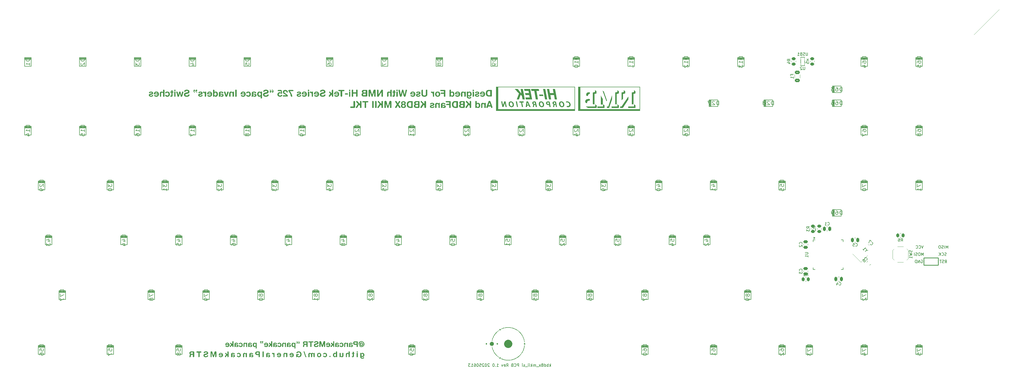
<source format=gbr>
%TF.GenerationSoftware,KiCad,Pcbnew,9.0.0*%
%TF.CreationDate,2025-06-21T12:03:02-06:00*%
%TF.ProjectId,kbd8x_mkii_kicad_9.0,6b626438-785f-46d6-9b69-695f6b696361,rev?*%
%TF.SameCoordinates,Original*%
%TF.FileFunction,Legend,Bot*%
%TF.FilePolarity,Positive*%
%FSLAX46Y46*%
G04 Gerber Fmt 4.6, Leading zero omitted, Abs format (unit mm)*
G04 Created by KiCad (PCBNEW 9.0.0) date 2025-06-21 12:03:02*
%MOMM*%
%LPD*%
G01*
G04 APERTURE LIST*
G04 Aperture macros list*
%AMRoundRect*
0 Rectangle with rounded corners*
0 $1 Rounding radius*
0 $2 $3 $4 $5 $6 $7 $8 $9 X,Y pos of 4 corners*
0 Add a 4 corners polygon primitive as box body*
4,1,4,$2,$3,$4,$5,$6,$7,$8,$9,$2,$3,0*
0 Add four circle primitives for the rounded corners*
1,1,$1+$1,$2,$3*
1,1,$1+$1,$4,$5*
1,1,$1+$1,$6,$7*
1,1,$1+$1,$8,$9*
0 Add four rect primitives between the rounded corners*
20,1,$1+$1,$2,$3,$4,$5,0*
20,1,$1+$1,$4,$5,$6,$7,0*
20,1,$1+$1,$6,$7,$8,$9,0*
20,1,$1+$1,$8,$9,$2,$3,0*%
%AMRotRect*
0 Rectangle, with rotation*
0 The origin of the aperture is its center*
0 $1 length*
0 $2 width*
0 $3 Rotation angle, in degrees counterclockwise*
0 Add horizontal line*
21,1,$1,$2,0,0,$3*%
G04 Aperture macros list end*
%ADD10C,0.100000*%
%ADD11C,0.000000*%
%ADD12C,0.150000*%
%ADD13C,0.203200*%
%ADD14C,0.120000*%
%ADD15C,0.250000*%
%ADD16C,1.651000*%
%ADD17R,1.651000X1.651000*%
%ADD18C,3.180000*%
%ADD19C,2.500000*%
%ADD20C,1.750000*%
%ADD21C,1.950000*%
%ADD22RoundRect,0.250000X-0.159099X0.512652X-0.512652X0.159099X0.159099X-0.512652X0.512652X-0.159099X0*%
%ADD23RoundRect,0.250000X-0.625000X0.375000X-0.625000X-0.375000X0.625000X-0.375000X0.625000X0.375000X0*%
%ADD24RoundRect,0.250000X-0.475000X0.250000X-0.475000X-0.250000X0.475000X-0.250000X0.475000X0.250000X0*%
%ADD25RoundRect,0.250000X-0.250000X-0.475000X0.250000X-0.475000X0.250000X0.475000X-0.250000X0.475000X0*%
%ADD26RoundRect,0.250000X0.262500X0.450000X-0.262500X0.450000X-0.262500X-0.450000X0.262500X-0.450000X0*%
%ADD27C,1.700000*%
%ADD28R,1.700000X1.700000*%
%ADD29RoundRect,0.250000X-0.450000X0.262500X-0.450000X-0.262500X0.450000X-0.262500X0.450000X0.262500X0*%
%ADD30R,0.550000X1.500000*%
%ADD31R,1.500000X0.550000*%
%ADD32C,0.650000*%
%ADD33R,0.600000X1.450000*%
%ADD34R,0.300000X1.450000*%
%ADD35R,0.700000X1.000000*%
%ADD36R,0.700000X0.600000*%
%ADD37RoundRect,0.250000X0.512652X0.159099X0.159099X0.512652X-0.512652X-0.159099X-0.159099X-0.512652X0*%
%ADD38RotRect,1.400000X1.200000X135.000000*%
%ADD39RoundRect,0.250000X0.250000X0.475000X-0.250000X0.475000X-0.250000X-0.475000X0.250000X-0.475000X0*%
%ADD40R,1.100000X1.800000*%
%ADD41RoundRect,0.250000X-0.262500X-0.450000X0.262500X-0.450000X0.262500X0.450000X-0.262500X0.450000X0*%
G04 APERTURE END LIST*
D10*
X44299375Y35290054D02*
X44296710Y35290094D01*
X44294056Y35290213D01*
X44291413Y35290411D01*
X44288783Y35290689D01*
X44286168Y35291045D01*
X44283567Y35291479D01*
X44280984Y35291991D01*
X44278420Y35292580D01*
X44275876Y35293247D01*
X44273353Y35293990D01*
X44270854Y35294810D01*
X44268381Y35295705D01*
X44265935Y35296674D01*
X44263518Y35297719D01*
X44261133Y35298836D01*
X44258781Y35300026D01*
X44256464Y35301288D01*
X44254184Y35302620D01*
X44251944Y35304021D01*
X44249746Y35305491D01*
X44247591Y35307028D01*
X44245483Y35308629D01*
X44243422Y35310295D01*
X44241412Y35312023D01*
X44239454Y35313811D01*
X44237550Y35315658D01*
X44236619Y35316603D01*
X44235703Y35317562D01*
X44234801Y35318534D01*
X44233914Y35319521D01*
X44233042Y35320520D01*
X44232185Y35321532D01*
X44231343Y35322557D01*
X44230517Y35323595D01*
X44229707Y35324644D01*
X44228913Y35325706D01*
X44228136Y35326779D01*
X44227375Y35327864D01*
X44226631Y35328959D01*
X44225903Y35330066D01*
X44225192Y35331183D01*
X44224499Y35332311D01*
X44223823Y35333448D01*
X44223164Y35334596D01*
X44222523Y35335753D01*
X44221900Y35336920D01*
X44221295Y35338094D01*
X44220707Y35339279D01*
X44220139Y35340470D01*
X44219588Y35341672D01*
X44219056Y35342879D01*
X44218542Y35344096D01*
X44218047Y35345319D01*
X44217570Y35346551D01*
X44217113Y35347787D01*
X44216674Y35349033D01*
X44216255Y35350283D01*
X44215854Y35351541D01*
X44215473Y35352803D01*
X44215110Y35354072D01*
X44214768Y35355346D01*
X44214444Y35356626D01*
X44214140Y35357910D01*
X44213856Y35359200D01*
X44213591Y35360494D01*
X44213345Y35361793D01*
X44213119Y35363095D01*
X44212913Y35364403D01*
X44212727Y35365713D01*
X44212560Y35367029D01*
X44212413Y35368346D01*
X44212286Y35369668D01*
X44212179Y35370992D01*
X44212092Y35372321D01*
X44212024Y35373650D01*
X44211977Y35374984D01*
X44211942Y35377476D01*
D11*
G36*
X-96980828Y40372423D02*
G01*
X-96967287Y40371380D01*
X-96953934Y40369664D01*
X-96940786Y40367291D01*
X-96927861Y40364280D01*
X-96915176Y40360646D01*
X-96902749Y40356409D01*
X-96890596Y40351585D01*
X-96878736Y40346192D01*
X-96867185Y40340247D01*
X-96855961Y40333768D01*
X-96845082Y40326772D01*
X-96834564Y40319275D01*
X-96824424Y40311297D01*
X-96814681Y40302854D01*
X-96805352Y40293964D01*
X-96796454Y40284644D01*
X-96788004Y40274911D01*
X-96780020Y40264783D01*
X-96772519Y40254277D01*
X-96765518Y40243411D01*
X-96759035Y40232202D01*
X-96753087Y40220668D01*
X-96747691Y40208826D01*
X-96742865Y40196693D01*
X-96738627Y40184287D01*
X-96734993Y40171625D01*
X-96731980Y40158724D01*
X-96729607Y40145603D01*
X-96727891Y40132278D01*
X-96726848Y40118767D01*
X-96726497Y40105087D01*
X-96726497Y40105085D01*
X-96727489Y40080683D01*
X-96730446Y40056676D01*
X-96735339Y40033229D01*
X-96738502Y40021766D01*
X-96742138Y40010504D01*
X-96746244Y39999462D01*
X-96750815Y39988662D01*
X-96755848Y39978124D01*
X-96761339Y39967867D01*
X-96767286Y39957913D01*
X-96773683Y39948282D01*
X-96780528Y39938993D01*
X-96787816Y39930067D01*
X-96795545Y39921526D01*
X-96803710Y39913388D01*
X-96812307Y39905674D01*
X-96821334Y39898404D01*
X-96830787Y39891600D01*
X-96840661Y39885280D01*
X-96850954Y39879466D01*
X-96861661Y39874178D01*
X-96872779Y39869436D01*
X-96884304Y39865260D01*
X-96896233Y39861671D01*
X-96908561Y39858689D01*
X-96921286Y39856334D01*
X-96934404Y39854627D01*
X-96947911Y39853588D01*
X-96961803Y39853237D01*
X-96970278Y39853388D01*
X-96978524Y39853832D01*
X-96986546Y39854554D01*
X-96994351Y39855541D01*
X-97001943Y39856778D01*
X-97009329Y39858251D01*
X-97016514Y39859946D01*
X-97023503Y39861849D01*
X-97030303Y39863947D01*
X-97036919Y39866224D01*
X-97043356Y39868666D01*
X-97049620Y39871261D01*
X-97055717Y39873993D01*
X-97061653Y39876848D01*
X-97073062Y39882872D01*
X-97070612Y39852786D01*
X-97066443Y39824979D01*
X-97060673Y39799336D01*
X-97053419Y39775743D01*
X-97044801Y39754085D01*
X-97034934Y39734246D01*
X-97023938Y39716113D01*
X-97011930Y39699569D01*
X-96999028Y39684500D01*
X-96985349Y39670791D01*
X-96971012Y39658328D01*
X-96956134Y39646995D01*
X-96940834Y39636678D01*
X-96925228Y39627262D01*
X-96893574Y39610672D01*
X-96862113Y39596307D01*
X-96831789Y39583247D01*
X-96803544Y39570574D01*
X-96778320Y39557369D01*
X-96767137Y39550279D01*
X-96757061Y39542712D01*
X-96748213Y39534552D01*
X-96740709Y39525685D01*
X-96734668Y39515995D01*
X-96730207Y39505369D01*
X-96727444Y39493690D01*
X-96726497Y39480844D01*
X-96726612Y39475957D01*
X-96726955Y39471114D01*
X-96727527Y39466325D01*
X-96728324Y39461595D01*
X-96729347Y39456932D01*
X-96730595Y39452344D01*
X-96732065Y39447836D01*
X-96733756Y39443418D01*
X-96735668Y39439095D01*
X-96737800Y39434876D01*
X-96740149Y39430766D01*
X-96742716Y39426774D01*
X-96745498Y39422907D01*
X-96748495Y39419171D01*
X-96751705Y39415574D01*
X-96755127Y39412124D01*
X-96758760Y39408826D01*
X-96762603Y39405690D01*
X-96766654Y39402721D01*
X-96770913Y39399927D01*
X-96775378Y39397316D01*
X-96780048Y39394893D01*
X-96784921Y39392668D01*
X-96789997Y39390646D01*
X-96795275Y39388834D01*
X-96800753Y39387241D01*
X-96806430Y39385874D01*
X-96812304Y39384739D01*
X-96818375Y39383843D01*
X-96824642Y39383195D01*
X-96831102Y39382801D01*
X-96837756Y39382667D01*
X-96847381Y39382941D01*
X-96857248Y39383743D01*
X-96877604Y39386828D01*
X-96898611Y39391714D01*
X-96920060Y39398188D01*
X-96941740Y39406042D01*
X-96963439Y39415063D01*
X-96984946Y39425043D01*
X-97006051Y39435769D01*
X-97026542Y39447032D01*
X-97046209Y39458621D01*
X-97064841Y39470326D01*
X-97082226Y39481936D01*
X-97098153Y39493240D01*
X-97112412Y39504028D01*
X-97124792Y39514090D01*
X-97135081Y39523214D01*
X-97153645Y39542951D01*
X-97171325Y39562986D01*
X-97188080Y39583474D01*
X-97203864Y39604569D01*
X-97218636Y39626424D01*
X-97232352Y39649194D01*
X-97244967Y39673033D01*
X-97256439Y39698094D01*
X-97266724Y39724532D01*
X-97275779Y39752501D01*
X-97283560Y39782155D01*
X-97290024Y39813647D01*
X-97295127Y39847132D01*
X-97298826Y39882763D01*
X-97301077Y39920696D01*
X-97301837Y39961082D01*
X-97300721Y40002326D01*
X-97297351Y40042573D01*
X-97291692Y40081593D01*
X-97283711Y40119157D01*
X-97273375Y40155036D01*
X-97260649Y40188998D01*
X-97245500Y40220816D01*
X-97237006Y40235849D01*
X-97227894Y40250260D01*
X-97218159Y40264019D01*
X-97207797Y40277099D01*
X-97196804Y40289471D01*
X-97185175Y40301105D01*
X-97172907Y40311973D01*
X-97159996Y40322047D01*
X-97146436Y40331298D01*
X-97132224Y40339697D01*
X-97117355Y40347215D01*
X-97101826Y40353824D01*
X-97085632Y40359494D01*
X-97068769Y40364199D01*
X-97051232Y40367907D01*
X-97033018Y40370592D01*
X-97014122Y40372224D01*
X-96994540Y40372774D01*
X-96980828Y40372423D01*
G37*
G36*
X-62014859Y-47542103D02*
G01*
X-62004016Y-47542673D01*
X-61993550Y-47543621D01*
X-61983459Y-47544947D01*
X-61973742Y-47546647D01*
X-61964397Y-47548722D01*
X-61955423Y-47551168D01*
X-61946819Y-47553986D01*
X-61938583Y-47557172D01*
X-61930713Y-47560726D01*
X-61923208Y-47564647D01*
X-61916068Y-47568931D01*
X-61909289Y-47573579D01*
X-61902872Y-47578589D01*
X-61896813Y-47583958D01*
X-61891113Y-47589686D01*
X-61885770Y-47595771D01*
X-61880781Y-47602212D01*
X-61876147Y-47609006D01*
X-61871864Y-47616153D01*
X-61867933Y-47623651D01*
X-61864350Y-47631498D01*
X-61861116Y-47639693D01*
X-61858229Y-47648234D01*
X-61855686Y-47657120D01*
X-61853487Y-47666349D01*
X-61851630Y-47675920D01*
X-61850115Y-47685831D01*
X-61848938Y-47696081D01*
X-61848099Y-47706668D01*
X-61847430Y-47728848D01*
X-61847430Y-49355610D01*
X-61847461Y-49355610D01*
X-61847690Y-49367602D01*
X-61848371Y-49379228D01*
X-61849499Y-49390488D01*
X-61851066Y-49401380D01*
X-61853066Y-49411904D01*
X-61855490Y-49422058D01*
X-61858333Y-49431841D01*
X-61861588Y-49441253D01*
X-61865247Y-49450293D01*
X-61869303Y-49458958D01*
X-61873750Y-49467250D01*
X-61878581Y-49475166D01*
X-61883788Y-49482705D01*
X-61889365Y-49489867D01*
X-61895306Y-49496651D01*
X-61901602Y-49503055D01*
X-61908247Y-49509078D01*
X-61915234Y-49514720D01*
X-61922557Y-49519980D01*
X-61930207Y-49524856D01*
X-61938179Y-49529348D01*
X-61946465Y-49533455D01*
X-61955059Y-49537175D01*
X-61963953Y-49540507D01*
X-61973141Y-49543452D01*
X-61982616Y-49546007D01*
X-61992370Y-49548171D01*
X-62002396Y-49549945D01*
X-62012689Y-49551326D01*
X-62023241Y-49552313D01*
X-62034044Y-49552906D01*
X-62045093Y-49553104D01*
X-62056141Y-49552906D01*
X-62066945Y-49552313D01*
X-62077496Y-49551326D01*
X-62087789Y-49549945D01*
X-62097816Y-49548171D01*
X-62107570Y-49546007D01*
X-62117044Y-49543452D01*
X-62126232Y-49540507D01*
X-62135126Y-49537175D01*
X-62143720Y-49533455D01*
X-62152006Y-49529348D01*
X-62159978Y-49524856D01*
X-62167629Y-49519980D01*
X-62174951Y-49514720D01*
X-62181938Y-49509078D01*
X-62188583Y-49503055D01*
X-62194880Y-49496651D01*
X-62200820Y-49489867D01*
X-62206397Y-49482705D01*
X-62211605Y-49475166D01*
X-62216435Y-49467250D01*
X-62220882Y-49458958D01*
X-62224939Y-49450293D01*
X-62228598Y-49441253D01*
X-62231852Y-49431841D01*
X-62234695Y-49422058D01*
X-62237119Y-49411904D01*
X-62239119Y-49401380D01*
X-62240686Y-49390488D01*
X-62241814Y-49379228D01*
X-62242496Y-49367602D01*
X-62242724Y-49355610D01*
X-62242724Y-48827610D01*
X-62248157Y-48827610D01*
X-62255188Y-48839383D01*
X-62262580Y-48850835D01*
X-62270332Y-48861963D01*
X-62278439Y-48872762D01*
X-62286899Y-48883230D01*
X-62295709Y-48893363D01*
X-62304866Y-48903157D01*
X-62314367Y-48912610D01*
X-62324209Y-48921717D01*
X-62334389Y-48930476D01*
X-62344903Y-48938882D01*
X-62355750Y-48946933D01*
X-62366927Y-48954625D01*
X-62378429Y-48961954D01*
X-62390254Y-48968917D01*
X-62402400Y-48975511D01*
X-62414863Y-48981731D01*
X-62427641Y-48987576D01*
X-62440729Y-48993040D01*
X-62454127Y-48998122D01*
X-62467829Y-49002817D01*
X-62481834Y-49007121D01*
X-62496139Y-49011032D01*
X-62510741Y-49014546D01*
X-62525636Y-49017660D01*
X-62540821Y-49020369D01*
X-62556295Y-49022671D01*
X-62572053Y-49024562D01*
X-62588093Y-49026039D01*
X-62604411Y-49027099D01*
X-62621006Y-49027737D01*
X-62637874Y-49027950D01*
X-62676296Y-49026922D01*
X-62713408Y-49023877D01*
X-62749215Y-49018876D01*
X-62783724Y-49011979D01*
X-62816940Y-49003247D01*
X-62848870Y-48992740D01*
X-62879519Y-48980518D01*
X-62908893Y-48966643D01*
X-62936999Y-48951174D01*
X-62963842Y-48934171D01*
X-62989427Y-48915696D01*
X-63013762Y-48895808D01*
X-63036852Y-48874569D01*
X-63058703Y-48852037D01*
X-63079321Y-48828275D01*
X-63098711Y-48803342D01*
X-63116880Y-48777298D01*
X-63133834Y-48750205D01*
X-63149579Y-48722122D01*
X-63164120Y-48693110D01*
X-63177464Y-48663230D01*
X-63189616Y-48632541D01*
X-63200583Y-48601104D01*
X-63210370Y-48568980D01*
X-63218983Y-48536229D01*
X-63226429Y-48502912D01*
X-63237841Y-48434818D01*
X-63244653Y-48365184D01*
X-63246913Y-48294491D01*
X-63246674Y-48281086D01*
X-62851794Y-48281086D01*
X-62851032Y-48316344D01*
X-62848623Y-48352772D01*
X-62844379Y-48389895D01*
X-62838116Y-48427238D01*
X-62829647Y-48464325D01*
X-62818786Y-48500681D01*
X-62805348Y-48535831D01*
X-62789145Y-48569299D01*
X-62779950Y-48585254D01*
X-62769994Y-48600610D01*
X-62759253Y-48615308D01*
X-62747706Y-48629288D01*
X-62735328Y-48642492D01*
X-62722097Y-48654859D01*
X-62707988Y-48666330D01*
X-62692980Y-48676846D01*
X-62677048Y-48686347D01*
X-62660169Y-48694775D01*
X-62642320Y-48702069D01*
X-62623479Y-48708169D01*
X-62603620Y-48713018D01*
X-62582723Y-48716555D01*
X-62560762Y-48718721D01*
X-62537715Y-48719456D01*
X-62515614Y-48719025D01*
X-62494464Y-48717232D01*
X-62474248Y-48714128D01*
X-62454951Y-48709762D01*
X-62436556Y-48704186D01*
X-62419046Y-48697450D01*
X-62402406Y-48689605D01*
X-62386618Y-48680701D01*
X-62371667Y-48670789D01*
X-62357536Y-48659920D01*
X-62344209Y-48648145D01*
X-62331669Y-48635513D01*
X-62319900Y-48622076D01*
X-62308887Y-48607884D01*
X-62298611Y-48592988D01*
X-62289058Y-48577438D01*
X-62280210Y-48561286D01*
X-62272052Y-48544581D01*
X-62264566Y-48527375D01*
X-62257738Y-48509718D01*
X-62251549Y-48491661D01*
X-62245984Y-48473253D01*
X-62241027Y-48454547D01*
X-62236662Y-48435592D01*
X-62229638Y-48397140D01*
X-62224784Y-48358301D01*
X-62221967Y-48319482D01*
X-62221057Y-48281086D01*
X-62222086Y-48239190D01*
X-62225228Y-48198022D01*
X-62230567Y-48157854D01*
X-62238185Y-48118958D01*
X-62248167Y-48081608D01*
X-62260594Y-48046075D01*
X-62275551Y-48012633D01*
X-62284004Y-47996781D01*
X-62293120Y-47981554D01*
X-62302911Y-47966986D01*
X-62313386Y-47953110D01*
X-62324555Y-47939962D01*
X-62336430Y-47927575D01*
X-62349020Y-47915983D01*
X-62362336Y-47905220D01*
X-62376389Y-47895321D01*
X-62391188Y-47886318D01*
X-62406745Y-47878248D01*
X-62423069Y-47871143D01*
X-62440171Y-47865037D01*
X-62458062Y-47859966D01*
X-62476751Y-47855961D01*
X-62496249Y-47853059D01*
X-62516567Y-47851293D01*
X-62537715Y-47850697D01*
X-62557199Y-47851749D01*
X-62576049Y-47853868D01*
X-62594266Y-47857027D01*
X-62611852Y-47861199D01*
X-62628806Y-47866359D01*
X-62645131Y-47872478D01*
X-62660827Y-47879530D01*
X-62675895Y-47887489D01*
X-62690336Y-47896328D01*
X-62704152Y-47906020D01*
X-62717343Y-47916539D01*
X-62729909Y-47927857D01*
X-62741854Y-47939949D01*
X-62753176Y-47952787D01*
X-62763877Y-47966345D01*
X-62773959Y-47980596D01*
X-62783422Y-47995513D01*
X-62792267Y-48011070D01*
X-62800496Y-48027240D01*
X-62808108Y-48043996D01*
X-62815106Y-48061312D01*
X-62821490Y-48079161D01*
X-62827262Y-48097516D01*
X-62832421Y-48116350D01*
X-62836970Y-48135637D01*
X-62840909Y-48155351D01*
X-62844239Y-48175464D01*
X-62846962Y-48195950D01*
X-62849077Y-48216781D01*
X-62850587Y-48237932D01*
X-62851794Y-48281086D01*
X-63246674Y-48281086D01*
X-63246072Y-48247311D01*
X-63243579Y-48201713D01*
X-63239481Y-48157691D01*
X-63233821Y-48115239D01*
X-63226647Y-48074352D01*
X-63218004Y-48035024D01*
X-63207938Y-47997251D01*
X-63196493Y-47961026D01*
X-63183716Y-47926343D01*
X-63169652Y-47893199D01*
X-63154347Y-47861586D01*
X-63137846Y-47831501D01*
X-63120196Y-47802936D01*
X-63101441Y-47775886D01*
X-63081627Y-47750347D01*
X-63060801Y-47726313D01*
X-63039006Y-47703777D01*
X-63016290Y-47682735D01*
X-62992698Y-47663182D01*
X-62968275Y-47645111D01*
X-62943067Y-47628517D01*
X-62917120Y-47613395D01*
X-62890478Y-47599739D01*
X-62863189Y-47587544D01*
X-62835296Y-47576804D01*
X-62806847Y-47567514D01*
X-62777887Y-47559669D01*
X-62748460Y-47553262D01*
X-62688393Y-47544742D01*
X-62627009Y-47541912D01*
X-62591364Y-47542867D01*
X-62556573Y-47545735D01*
X-62522727Y-47550525D01*
X-62489918Y-47557244D01*
X-62458235Y-47565900D01*
X-62427771Y-47576500D01*
X-62398616Y-47589052D01*
X-62370861Y-47603562D01*
X-62344598Y-47620040D01*
X-62319917Y-47638491D01*
X-62296910Y-47658925D01*
X-62275667Y-47681347D01*
X-62256280Y-47705767D01*
X-62238839Y-47732190D01*
X-62223436Y-47760626D01*
X-62210162Y-47791081D01*
X-62204730Y-47791081D01*
X-62204730Y-47728848D01*
X-62204548Y-47717591D01*
X-62204003Y-47706668D01*
X-62203096Y-47696081D01*
X-62201829Y-47685831D01*
X-62200203Y-47675920D01*
X-62198220Y-47666349D01*
X-62195881Y-47657120D01*
X-62193188Y-47648234D01*
X-62190142Y-47639693D01*
X-62186745Y-47631498D01*
X-62182998Y-47623651D01*
X-62178902Y-47616153D01*
X-62174459Y-47609006D01*
X-62169671Y-47602212D01*
X-62164539Y-47595771D01*
X-62159064Y-47589686D01*
X-62153248Y-47583958D01*
X-62147093Y-47578589D01*
X-62140599Y-47573579D01*
X-62133769Y-47568931D01*
X-62126604Y-47564647D01*
X-62119105Y-47560726D01*
X-62111273Y-47557172D01*
X-62103111Y-47553986D01*
X-62094619Y-47551168D01*
X-62085800Y-47548722D01*
X-62076654Y-47546647D01*
X-62067183Y-47544947D01*
X-62057389Y-47543621D01*
X-62047273Y-47542673D01*
X-62036836Y-47542103D01*
X-62026080Y-47541912D01*
X-62014859Y-47542103D01*
G37*
G36*
X-31772812Y40371656D02*
G01*
X-31734150Y40368379D01*
X-31698284Y40362846D01*
X-31681393Y40359215D01*
X-31665194Y40354999D01*
X-31649684Y40350189D01*
X-31634861Y40344780D01*
X-31620722Y40338762D01*
X-31607265Y40332130D01*
X-31594488Y40324877D01*
X-31582389Y40316993D01*
X-31570964Y40308474D01*
X-31560212Y40299310D01*
X-31550130Y40289496D01*
X-31540716Y40279023D01*
X-31531967Y40267885D01*
X-31523881Y40256073D01*
X-31516456Y40243582D01*
X-31509689Y40230404D01*
X-31503578Y40216531D01*
X-31498120Y40201956D01*
X-31493313Y40186672D01*
X-31489155Y40170672D01*
X-31485643Y40153948D01*
X-31482775Y40136493D01*
X-31480549Y40118301D01*
X-31478962Y40099362D01*
X-31477695Y40059221D01*
X-31477695Y38193344D01*
X-31477697Y38193347D01*
X-31477700Y38193350D01*
X-31477703Y38193352D01*
X-31477706Y38193355D01*
X-31477712Y38193359D01*
X-31477717Y38193364D01*
X-31477729Y38193373D01*
X-31477735Y38193377D01*
X-31477740Y38193382D01*
X-31478026Y38177396D01*
X-31478880Y38161928D01*
X-31480295Y38146978D01*
X-31482264Y38132544D01*
X-31484781Y38118626D01*
X-31487840Y38105224D01*
X-31491433Y38092336D01*
X-31495554Y38079962D01*
X-31500197Y38068102D01*
X-31505355Y38056754D01*
X-31511021Y38045917D01*
X-31517189Y38035593D01*
X-31523852Y38025778D01*
X-31531004Y38016473D01*
X-31538637Y38007678D01*
X-31546746Y37999390D01*
X-31555324Y37991611D01*
X-31564364Y37984338D01*
X-31573860Y37977572D01*
X-31583805Y37971311D01*
X-31594192Y37965555D01*
X-31605015Y37960303D01*
X-31616267Y37955555D01*
X-31627942Y37951309D01*
X-31640033Y37947566D01*
X-31652533Y37944324D01*
X-31665437Y37941583D01*
X-31678736Y37939341D01*
X-31692426Y37937599D01*
X-31706498Y37936356D01*
X-31735766Y37935362D01*
X-31765067Y37936356D01*
X-31779153Y37937599D01*
X-31792856Y37939341D01*
X-31806168Y37941583D01*
X-31819083Y37944324D01*
X-31831594Y37947566D01*
X-31843694Y37951309D01*
X-31855378Y37955555D01*
X-31866638Y37960303D01*
X-31877468Y37965555D01*
X-31887862Y37971311D01*
X-31897812Y37977572D01*
X-31907313Y37984338D01*
X-31916357Y37991611D01*
X-31924939Y37999390D01*
X-31933052Y38007678D01*
X-31940688Y38016473D01*
X-31947842Y38025778D01*
X-31954507Y38035593D01*
X-31960676Y38045917D01*
X-31966344Y38056754D01*
X-31971503Y38068102D01*
X-31976146Y38079962D01*
X-31980268Y38092336D01*
X-31983861Y38105224D01*
X-31986920Y38118626D01*
X-31989437Y38132544D01*
X-31991406Y38146978D01*
X-31992821Y38161928D01*
X-31993674Y38177396D01*
X-31993960Y38193382D01*
X-31993960Y39549391D01*
X-32000522Y39549391D01*
X-32931705Y38079014D01*
X-32944439Y38059628D01*
X-32957057Y38041878D01*
X-32969746Y38025710D01*
X-32976175Y38018203D01*
X-32982691Y38011071D01*
X-32989317Y38004308D01*
X-32996078Y37997908D01*
X-33002995Y37991864D01*
X-33010093Y37986168D01*
X-33017394Y37980816D01*
X-33024923Y37975799D01*
X-33032701Y37971111D01*
X-33040753Y37966746D01*
X-33049102Y37962697D01*
X-33057771Y37958957D01*
X-33066783Y37955520D01*
X-33076161Y37952378D01*
X-33085929Y37949527D01*
X-33096110Y37946958D01*
X-33106728Y37944665D01*
X-33117805Y37942642D01*
X-33129365Y37940881D01*
X-33141431Y37939377D01*
X-33154026Y37938123D01*
X-33167174Y37937111D01*
X-33195220Y37935790D01*
X-33225757Y37935362D01*
X-33246504Y37935715D01*
X-33266474Y37936772D01*
X-33285674Y37938526D01*
X-33304112Y37940972D01*
X-33321796Y37944106D01*
X-33338733Y37947921D01*
X-33354932Y37952411D01*
X-33370400Y37957573D01*
X-33385145Y37963399D01*
X-33399175Y37969885D01*
X-33412498Y37977026D01*
X-33425121Y37984815D01*
X-33437053Y37993247D01*
X-33448300Y38002318D01*
X-33458871Y38012021D01*
X-33468774Y38022351D01*
X-33478016Y38033303D01*
X-33486605Y38044871D01*
X-33494550Y38057050D01*
X-33501857Y38069834D01*
X-33508535Y38083219D01*
X-33514591Y38097197D01*
X-33520034Y38111765D01*
X-33524870Y38126917D01*
X-33529108Y38142646D01*
X-33532756Y38158949D01*
X-33535822Y38175819D01*
X-33538312Y38193250D01*
X-33541600Y38229778D01*
X-33542682Y38268488D01*
X-33542682Y40114716D01*
X-33542396Y40130702D01*
X-33541542Y40146170D01*
X-33540127Y40161120D01*
X-33538158Y40175554D01*
X-33535641Y40189472D01*
X-33532582Y40202874D01*
X-33528989Y40215762D01*
X-33524867Y40228136D01*
X-33520224Y40239996D01*
X-33515065Y40251344D01*
X-33509398Y40262180D01*
X-33503228Y40272505D01*
X-33496563Y40282320D01*
X-33489409Y40291624D01*
X-33481773Y40300420D01*
X-33473660Y40308707D01*
X-33465079Y40316487D01*
X-33456034Y40323760D01*
X-33446534Y40330526D01*
X-33436583Y40336787D01*
X-33426190Y40342543D01*
X-33415360Y40347795D01*
X-33404099Y40352543D01*
X-33392416Y40356788D01*
X-33380315Y40360532D01*
X-33367804Y40363774D01*
X-33354890Y40366515D01*
X-33341578Y40368756D01*
X-33327875Y40370499D01*
X-33313788Y40371742D01*
X-33284488Y40372736D01*
X-33255220Y40371742D01*
X-33241147Y40370499D01*
X-33227458Y40368756D01*
X-33214158Y40366515D01*
X-33201255Y40363774D01*
X-33188754Y40360532D01*
X-33176663Y40356788D01*
X-33164988Y40352543D01*
X-33153736Y40347795D01*
X-33142913Y40342543D01*
X-33132526Y40336787D01*
X-33122581Y40330526D01*
X-33113085Y40323760D01*
X-33104045Y40316487D01*
X-33095468Y40308707D01*
X-33087359Y40300420D01*
X-33079725Y40291624D01*
X-33072573Y40282320D01*
X-33065910Y40272505D01*
X-33059742Y40262180D01*
X-33054076Y40251344D01*
X-33048918Y40239996D01*
X-33044276Y40228136D01*
X-33040154Y40215762D01*
X-33036561Y40202874D01*
X-33033503Y40189472D01*
X-33030985Y40175554D01*
X-33029016Y40161120D01*
X-33027601Y40146170D01*
X-33026748Y40130702D01*
X-33026462Y40114716D01*
X-33026462Y38719444D01*
X-33019900Y38719444D01*
X-32082156Y40232189D01*
X-32076534Y40241230D01*
X-32070686Y40249947D01*
X-32064616Y40258341D01*
X-32058330Y40266416D01*
X-32051833Y40274174D01*
X-32045129Y40281617D01*
X-32038223Y40288748D01*
X-32031120Y40295569D01*
X-32023825Y40302082D01*
X-32016344Y40308291D01*
X-32008680Y40314198D01*
X-32000838Y40319804D01*
X-31992825Y40325113D01*
X-31984643Y40330127D01*
X-31976299Y40334848D01*
X-31967797Y40339280D01*
X-31959143Y40343423D01*
X-31950340Y40347282D01*
X-31932309Y40354153D01*
X-31913745Y40359913D01*
X-31894687Y40364582D01*
X-31875173Y40368179D01*
X-31855242Y40370724D01*
X-31834934Y40372236D01*
X-31814288Y40372736D01*
X-31772812Y40371656D01*
G37*
G36*
X-34964924Y36451937D02*
G01*
X-34950140Y36451001D01*
X-34935718Y36449454D01*
X-34921665Y36447305D01*
X-34907989Y36444564D01*
X-34894700Y36441243D01*
X-34881805Y36437351D01*
X-34869313Y36432897D01*
X-34857233Y36427894D01*
X-34845572Y36422350D01*
X-34834339Y36416275D01*
X-34823542Y36409680D01*
X-34813190Y36402576D01*
X-34803292Y36394972D01*
X-34793855Y36386877D01*
X-34784888Y36378304D01*
X-34776400Y36369261D01*
X-34768398Y36359759D01*
X-34760892Y36349808D01*
X-34753889Y36339418D01*
X-34747398Y36328600D01*
X-34741428Y36317362D01*
X-34735986Y36305717D01*
X-34731082Y36293673D01*
X-34726723Y36281242D01*
X-34722918Y36268432D01*
X-34719676Y36255255D01*
X-34717004Y36241720D01*
X-34714911Y36227837D01*
X-34713406Y36213618D01*
X-34712497Y36199071D01*
X-34712192Y36184208D01*
X-34712192Y34282524D01*
X-34712497Y34267693D01*
X-34713406Y34253176D01*
X-34714911Y34238985D01*
X-34717003Y34225129D01*
X-34719675Y34211619D01*
X-34722917Y34198465D01*
X-34726721Y34185676D01*
X-34731080Y34173264D01*
X-34735984Y34161239D01*
X-34741425Y34149610D01*
X-34747395Y34138388D01*
X-34753885Y34127583D01*
X-34760888Y34117206D01*
X-34768393Y34107266D01*
X-34776395Y34097774D01*
X-34784883Y34088740D01*
X-34793849Y34080175D01*
X-34803286Y34072088D01*
X-34813184Y34064489D01*
X-34823535Y34057390D01*
X-34834332Y34050800D01*
X-34845565Y34044729D01*
X-34857226Y34039188D01*
X-34869307Y34034187D01*
X-34881799Y34029736D01*
X-34894694Y34025845D01*
X-34907984Y34022525D01*
X-34921660Y34019785D01*
X-34935714Y34017637D01*
X-34950138Y34016089D01*
X-34964922Y34015153D01*
X-34980060Y34014839D01*
X-34995196Y34015153D01*
X-35009981Y34016089D01*
X-35024405Y34017637D01*
X-35038462Y34019785D01*
X-35052141Y34022525D01*
X-35065435Y34025845D01*
X-35078335Y34029736D01*
X-35090832Y34034187D01*
X-35102919Y34039188D01*
X-35114587Y34044729D01*
X-35125827Y34050800D01*
X-35136630Y34057390D01*
X-35146990Y34064489D01*
X-35156896Y34072088D01*
X-35166340Y34080175D01*
X-35175315Y34088740D01*
X-35183811Y34097774D01*
X-35191821Y34107266D01*
X-35199335Y34117206D01*
X-35206345Y34127583D01*
X-35212843Y34138388D01*
X-35218820Y34149610D01*
X-35224268Y34161239D01*
X-35229179Y34173264D01*
X-35233543Y34185676D01*
X-35237353Y34198465D01*
X-35240601Y34211619D01*
X-35243276Y34225129D01*
X-35245372Y34238985D01*
X-35246879Y34253176D01*
X-35247790Y34267693D01*
X-35248096Y34282524D01*
X-35248096Y36184208D01*
X-35247790Y36199071D01*
X-35246879Y36213618D01*
X-35245372Y36227837D01*
X-35243276Y36241720D01*
X-35240601Y36255255D01*
X-35237353Y36268432D01*
X-35233543Y36281242D01*
X-35229179Y36293673D01*
X-35224268Y36305717D01*
X-35218820Y36317362D01*
X-35212843Y36328600D01*
X-35206345Y36339418D01*
X-35199335Y36349808D01*
X-35191821Y36359759D01*
X-35183811Y36369261D01*
X-35175315Y36378304D01*
X-35166340Y36386877D01*
X-35156896Y36394972D01*
X-35146990Y36402576D01*
X-35136630Y36409680D01*
X-35125827Y36416275D01*
X-35114587Y36422350D01*
X-35102919Y36427894D01*
X-35090832Y36432897D01*
X-35078335Y36437351D01*
X-35065435Y36441243D01*
X-35052141Y36444564D01*
X-35038462Y36447305D01*
X-35024405Y36449454D01*
X-35009981Y36451001D01*
X-34995196Y36451937D01*
X-34980060Y36452251D01*
X-34964924Y36451937D01*
G37*
G36*
X-51606645Y-51076595D02*
G01*
X-51563221Y-51079341D01*
X-51521142Y-51083878D01*
X-51480414Y-51090173D01*
X-51441041Y-51098193D01*
X-51403030Y-51107905D01*
X-51366385Y-51119277D01*
X-51331111Y-51132276D01*
X-51297215Y-51146869D01*
X-51264701Y-51163023D01*
X-51233575Y-51180706D01*
X-51203842Y-51199885D01*
X-51175507Y-51220526D01*
X-51148576Y-51242598D01*
X-51123054Y-51266067D01*
X-51098947Y-51290901D01*
X-51076259Y-51317067D01*
X-51054996Y-51344532D01*
X-51035164Y-51373263D01*
X-51016767Y-51403228D01*
X-50999812Y-51434394D01*
X-50984303Y-51466727D01*
X-50970245Y-51500196D01*
X-50957645Y-51534768D01*
X-50946507Y-51570409D01*
X-50936837Y-51607087D01*
X-50928640Y-51644769D01*
X-50921922Y-51683423D01*
X-50916687Y-51723015D01*
X-50912941Y-51763513D01*
X-50910690Y-51804884D01*
X-50909938Y-51847096D01*
X-50909938Y-51847141D01*
X-50912640Y-51923460D01*
X-50916026Y-51960531D01*
X-50920774Y-51996831D01*
X-50926890Y-52032325D01*
X-50934379Y-52066981D01*
X-50943246Y-52100762D01*
X-50953495Y-52133637D01*
X-50965131Y-52165569D01*
X-50978160Y-52196526D01*
X-50992587Y-52226474D01*
X-51008416Y-52255377D01*
X-51025653Y-52283203D01*
X-51044301Y-52309917D01*
X-51064367Y-52335485D01*
X-51085856Y-52359873D01*
X-51108771Y-52383047D01*
X-51133118Y-52404972D01*
X-51158903Y-52425616D01*
X-51186130Y-52444943D01*
X-51214803Y-52462920D01*
X-51244929Y-52479512D01*
X-51276512Y-52494686D01*
X-51309556Y-52508407D01*
X-51344067Y-52520641D01*
X-51380050Y-52531355D01*
X-51417510Y-52540514D01*
X-51456451Y-52548084D01*
X-51496879Y-52554031D01*
X-51538798Y-52558321D01*
X-51582214Y-52560920D01*
X-51627131Y-52561794D01*
X-51664587Y-52561106D01*
X-51700806Y-52559079D01*
X-51735793Y-52555768D01*
X-51769550Y-52551228D01*
X-51802079Y-52545516D01*
X-51833386Y-52538686D01*
X-51863471Y-52530794D01*
X-51892339Y-52521895D01*
X-51919993Y-52512046D01*
X-51946435Y-52501300D01*
X-51971669Y-52489715D01*
X-51995698Y-52477345D01*
X-52040152Y-52450471D01*
X-52079822Y-52421125D01*
X-52114732Y-52389747D01*
X-52144908Y-52356784D01*
X-52170374Y-52322677D01*
X-52191155Y-52287871D01*
X-52207275Y-52252809D01*
X-52218758Y-52217935D01*
X-52225631Y-52183692D01*
X-52227916Y-52150524D01*
X-52227727Y-52143183D01*
X-52227164Y-52135886D01*
X-52226232Y-52128646D01*
X-52224937Y-52121475D01*
X-52223284Y-52114385D01*
X-52221278Y-52107389D01*
X-52218925Y-52100499D01*
X-52216231Y-52093728D01*
X-52213199Y-52087087D01*
X-52209837Y-52080591D01*
X-52206149Y-52074249D01*
X-52202140Y-52068076D01*
X-52197816Y-52062083D01*
X-52193183Y-52056284D01*
X-52188246Y-52050689D01*
X-52183009Y-52045312D01*
X-52177479Y-52040165D01*
X-52171661Y-52035260D01*
X-52165560Y-52030610D01*
X-52159182Y-52026227D01*
X-52152532Y-52022124D01*
X-52145615Y-52018313D01*
X-52138436Y-52014805D01*
X-52131002Y-52011615D01*
X-52123317Y-52008753D01*
X-52115388Y-52006233D01*
X-52107218Y-52004066D01*
X-52098814Y-52002266D01*
X-52090181Y-52000844D01*
X-52081324Y-51999813D01*
X-52072249Y-51999186D01*
X-52062961Y-51998974D01*
X-52044194Y-51999703D01*
X-52026885Y-52001830D01*
X-52010924Y-52005260D01*
X-51996201Y-52009900D01*
X-51982604Y-52015658D01*
X-51970024Y-52022440D01*
X-51958351Y-52030154D01*
X-51947472Y-52038705D01*
X-51937280Y-52048002D01*
X-51927662Y-52057950D01*
X-51918508Y-52068457D01*
X-51909709Y-52079430D01*
X-51892731Y-52102399D01*
X-51875843Y-52126114D01*
X-51858163Y-52149829D01*
X-51848750Y-52161453D01*
X-51838807Y-52172798D01*
X-51828225Y-52183771D01*
X-51816893Y-52194278D01*
X-51804699Y-52204226D01*
X-51791535Y-52213523D01*
X-51777289Y-52222074D01*
X-51761852Y-52229788D01*
X-51745111Y-52236570D01*
X-51726959Y-52242328D01*
X-51707283Y-52246968D01*
X-51685973Y-52250398D01*
X-51662919Y-52252525D01*
X-51638011Y-52253254D01*
X-51617997Y-52252789D01*
X-51598574Y-52251402D01*
X-51579743Y-52249107D01*
X-51561508Y-52245918D01*
X-51543872Y-52241846D01*
X-51526837Y-52236906D01*
X-51510408Y-52231111D01*
X-51494586Y-52224474D01*
X-51479375Y-52217009D01*
X-51464778Y-52208728D01*
X-51450798Y-52199645D01*
X-51437437Y-52189773D01*
X-51424699Y-52179126D01*
X-51412586Y-52167717D01*
X-51401102Y-52155558D01*
X-51390250Y-52142664D01*
X-51380033Y-52129047D01*
X-51370453Y-52114722D01*
X-51361513Y-52099700D01*
X-51353217Y-52083995D01*
X-51345568Y-52067622D01*
X-51338568Y-52050592D01*
X-51332221Y-52032919D01*
X-51326529Y-52014617D01*
X-51321496Y-51995698D01*
X-51317124Y-51976177D01*
X-51313417Y-51956065D01*
X-51310376Y-51935377D01*
X-51308007Y-51914126D01*
X-51306310Y-51892325D01*
X-51305290Y-51869987D01*
X-51304950Y-51847126D01*
X-51305475Y-51814360D01*
X-51307026Y-51783044D01*
X-51309563Y-51753151D01*
X-51313050Y-51724654D01*
X-51317447Y-51697527D01*
X-51322716Y-51671742D01*
X-51328819Y-51647272D01*
X-51335718Y-51624091D01*
X-51343374Y-51602172D01*
X-51351750Y-51581488D01*
X-51360807Y-51562012D01*
X-51370506Y-51543717D01*
X-51380811Y-51526576D01*
X-51391681Y-51510563D01*
X-51403079Y-51495650D01*
X-51414968Y-51481812D01*
X-51427307Y-51469020D01*
X-51440060Y-51457248D01*
X-51453189Y-51446469D01*
X-51466653Y-51436656D01*
X-51494441Y-51419823D01*
X-51523116Y-51406531D01*
X-51552374Y-51396568D01*
X-51581909Y-51389717D01*
X-51611413Y-51385765D01*
X-51640582Y-51384495D01*
X-51666219Y-51385162D01*
X-51689906Y-51387107D01*
X-51711752Y-51390244D01*
X-51731869Y-51394489D01*
X-51750369Y-51399756D01*
X-51767362Y-51405959D01*
X-51782959Y-51413015D01*
X-51797271Y-51420837D01*
X-51810410Y-51429340D01*
X-51822487Y-51438440D01*
X-51833612Y-51448051D01*
X-51843896Y-51458088D01*
X-51853451Y-51468465D01*
X-51862388Y-51479098D01*
X-51878851Y-51500790D01*
X-51909244Y-51543492D01*
X-51924950Y-51563139D01*
X-51933320Y-51572239D01*
X-51942181Y-51580742D01*
X-51951647Y-51588564D01*
X-51961826Y-51595620D01*
X-51972831Y-51601824D01*
X-51984772Y-51607090D01*
X-51997761Y-51611335D01*
X-52011909Y-51614472D01*
X-52027326Y-51616417D01*
X-52044124Y-51617085D01*
X-52062652Y-51616419D01*
X-52080705Y-51614422D01*
X-52098184Y-51611094D01*
X-52106677Y-51608931D01*
X-52114989Y-51606435D01*
X-52123108Y-51603606D01*
X-52131022Y-51600444D01*
X-52138717Y-51596949D01*
X-52146181Y-51593122D01*
X-52153403Y-51588962D01*
X-52160369Y-51584469D01*
X-52167067Y-51579643D01*
X-52173485Y-51574485D01*
X-52179610Y-51568994D01*
X-52185430Y-51563169D01*
X-52190933Y-51557013D01*
X-52196105Y-51550523D01*
X-52200936Y-51543700D01*
X-52205411Y-51536545D01*
X-52209519Y-51529057D01*
X-52213248Y-51521236D01*
X-52216584Y-51513083D01*
X-52219516Y-51504596D01*
X-52222031Y-51495777D01*
X-52224116Y-51486625D01*
X-52225760Y-51477141D01*
X-52226949Y-51467323D01*
X-52227672Y-51457173D01*
X-52227916Y-51446690D01*
X-52227200Y-51429430D01*
X-52225072Y-51412188D01*
X-52221562Y-51394999D01*
X-52216699Y-51377898D01*
X-52210513Y-51360919D01*
X-52203033Y-51344096D01*
X-52194289Y-51327466D01*
X-52184311Y-51311062D01*
X-52173127Y-51294919D01*
X-52160769Y-51279072D01*
X-52147265Y-51263556D01*
X-52132644Y-51248405D01*
X-52116937Y-51233655D01*
X-52100173Y-51219340D01*
X-52082382Y-51205494D01*
X-52063593Y-51192153D01*
X-52043836Y-51179351D01*
X-52023140Y-51167124D01*
X-52001535Y-51155505D01*
X-51979050Y-51144529D01*
X-51955716Y-51134232D01*
X-51931562Y-51124648D01*
X-51906616Y-51115812D01*
X-51880910Y-51107758D01*
X-51854472Y-51100522D01*
X-51827332Y-51094138D01*
X-51799520Y-51088640D01*
X-51771065Y-51084064D01*
X-51741996Y-51080445D01*
X-51712345Y-51077817D01*
X-51682139Y-51076214D01*
X-51651408Y-51075672D01*
X-51606645Y-51076595D01*
G37*
G36*
X20363553Y37027029D02*
G01*
X18172391Y37027029D01*
X18048734Y37677975D01*
X19475690Y37677975D01*
X19310376Y38541681D01*
X18041562Y38541681D01*
X17916792Y39185427D01*
X19191068Y39185427D01*
X19043561Y39950214D01*
X17698285Y39950214D01*
X17571500Y40599997D01*
X19686460Y40599997D01*
X20363553Y37027029D01*
G37*
G36*
X-55834055Y-47044641D02*
G01*
X-55811185Y-47046915D01*
X-55789118Y-47050690D01*
X-55767970Y-47055954D01*
X-55747856Y-47062695D01*
X-55728889Y-47070900D01*
X-55719872Y-47075548D01*
X-55711185Y-47080557D01*
X-55702842Y-47085927D01*
X-55694858Y-47091655D01*
X-55687246Y-47097740D01*
X-55680022Y-47104180D01*
X-55673200Y-47110975D01*
X-55666793Y-47118121D01*
X-55660816Y-47125619D01*
X-55655284Y-47133466D01*
X-55650211Y-47141661D01*
X-55645612Y-47150202D01*
X-55641499Y-47159088D01*
X-55637889Y-47168317D01*
X-55634794Y-47177888D01*
X-55632230Y-47187800D01*
X-55630211Y-47198049D01*
X-55628751Y-47208636D01*
X-55627865Y-47219559D01*
X-55627566Y-47230816D01*
X-55627865Y-47242072D01*
X-55628751Y-47252992D01*
X-55630211Y-47263576D01*
X-55632229Y-47273821D01*
X-55634792Y-47283725D01*
X-55637886Y-47293289D01*
X-55641496Y-47302510D01*
X-55645607Y-47311387D01*
X-55650206Y-47319918D01*
X-55655278Y-47328102D01*
X-55660809Y-47335938D01*
X-55666785Y-47343424D01*
X-55673191Y-47350558D01*
X-55680012Y-47357340D01*
X-55687236Y-47363768D01*
X-55694846Y-47369840D01*
X-55702830Y-47375555D01*
X-55711172Y-47380912D01*
X-55719859Y-47385909D01*
X-55728876Y-47390544D01*
X-55738208Y-47394817D01*
X-55747842Y-47398726D01*
X-55757763Y-47402270D01*
X-55767957Y-47405446D01*
X-55778410Y-47408254D01*
X-55789107Y-47410692D01*
X-55800034Y-47412759D01*
X-55811176Y-47414454D01*
X-55822520Y-47415774D01*
X-55834050Y-47416719D01*
X-55845754Y-47417287D01*
X-55857615Y-47417477D01*
X-56277141Y-47417477D01*
X-56277141Y-48806225D01*
X-56277171Y-48806225D01*
X-56277424Y-48818513D01*
X-56278178Y-48830541D01*
X-56279427Y-48842298D01*
X-56281163Y-48853778D01*
X-56283379Y-48864971D01*
X-56286069Y-48875870D01*
X-56289225Y-48886465D01*
X-56292840Y-48896748D01*
X-56296908Y-48906711D01*
X-56301421Y-48916345D01*
X-56306372Y-48925642D01*
X-56311755Y-48934593D01*
X-56317562Y-48943190D01*
X-56323786Y-48951424D01*
X-56330421Y-48959287D01*
X-56337459Y-48966771D01*
X-56344893Y-48973867D01*
X-56352717Y-48980566D01*
X-56360923Y-48986860D01*
X-56369504Y-48992741D01*
X-56378454Y-48998201D01*
X-56387765Y-49003229D01*
X-56397430Y-49007819D01*
X-56407443Y-49011962D01*
X-56417796Y-49015649D01*
X-56428482Y-49018872D01*
X-56439495Y-49021622D01*
X-56450827Y-49023892D01*
X-56462472Y-49025671D01*
X-56474422Y-49026953D01*
X-56486670Y-49027728D01*
X-56499209Y-49027988D01*
X-56511749Y-49027728D01*
X-56523997Y-49026953D01*
X-56535947Y-49025671D01*
X-56547592Y-49023892D01*
X-56558924Y-49021622D01*
X-56569936Y-49018872D01*
X-56580623Y-49015649D01*
X-56590976Y-49011962D01*
X-56600989Y-49007819D01*
X-56610654Y-49003229D01*
X-56619965Y-48998201D01*
X-56628915Y-48992741D01*
X-56637496Y-48986860D01*
X-56645702Y-48980566D01*
X-56653526Y-48973867D01*
X-56660960Y-48966771D01*
X-56667998Y-48959287D01*
X-56674633Y-48951424D01*
X-56680857Y-48943190D01*
X-56686664Y-48934593D01*
X-56692047Y-48925642D01*
X-56696998Y-48916345D01*
X-56701511Y-48906711D01*
X-56705579Y-48896748D01*
X-56709194Y-48886465D01*
X-56712350Y-48875870D01*
X-56715039Y-48864971D01*
X-56717256Y-48853778D01*
X-56718992Y-48842298D01*
X-56720240Y-48830541D01*
X-56720995Y-48818513D01*
X-56721248Y-48806225D01*
X-56721248Y-47417477D01*
X-57140773Y-47417477D01*
X-57164333Y-47416720D01*
X-57187204Y-47414456D01*
X-57209270Y-47410696D01*
X-57230418Y-47405452D01*
X-57250533Y-47398735D01*
X-57269499Y-47390556D01*
X-57278516Y-47385922D01*
X-57287204Y-47380926D01*
X-57295546Y-47375571D01*
X-57303531Y-47369857D01*
X-57311142Y-47363786D01*
X-57318366Y-47357359D01*
X-57325189Y-47350578D01*
X-57331595Y-47343444D01*
X-57337572Y-47335958D01*
X-57343104Y-47328122D01*
X-57348177Y-47319938D01*
X-57352777Y-47311406D01*
X-57356889Y-47302528D01*
X-57360500Y-47293306D01*
X-57363594Y-47283741D01*
X-57366158Y-47273834D01*
X-57368177Y-47263586D01*
X-57369637Y-47253000D01*
X-57370523Y-47242076D01*
X-57370822Y-47230816D01*
X-57370523Y-47219556D01*
X-57369637Y-47208630D01*
X-57368178Y-47198041D01*
X-57366159Y-47187789D01*
X-57363596Y-47177876D01*
X-57360502Y-47168303D01*
X-57356893Y-47159073D01*
X-57352781Y-47150186D01*
X-57348182Y-47141644D01*
X-57343110Y-47133449D01*
X-57337579Y-47125602D01*
X-57331604Y-47118105D01*
X-57325198Y-47110958D01*
X-57318376Y-47104164D01*
X-57311153Y-47097725D01*
X-57303542Y-47091641D01*
X-57295559Y-47085913D01*
X-57287216Y-47080545D01*
X-57278529Y-47075537D01*
X-57269513Y-47070890D01*
X-57260180Y-47066606D01*
X-57250546Y-47062687D01*
X-57240625Y-47059134D01*
X-57230431Y-47055949D01*
X-57219978Y-47053133D01*
X-57209281Y-47050687D01*
X-57198355Y-47048613D01*
X-57187212Y-47046914D01*
X-57175869Y-47045589D01*
X-57164338Y-47044641D01*
X-57152635Y-47044071D01*
X-57140773Y-47043881D01*
X-55857615Y-47043881D01*
X-55834055Y-47044641D01*
G37*
G36*
X-94730831Y-50578447D02*
G01*
X-94707962Y-50580721D01*
X-94685896Y-50584496D01*
X-94664749Y-50589760D01*
X-94644635Y-50596501D01*
X-94625669Y-50604706D01*
X-94616652Y-50609354D01*
X-94607965Y-50614363D01*
X-94599623Y-50619733D01*
X-94591639Y-50625461D01*
X-94584027Y-50631546D01*
X-94576803Y-50637986D01*
X-94569981Y-50644781D01*
X-94563574Y-50651927D01*
X-94557598Y-50659425D01*
X-94552066Y-50667272D01*
X-94546993Y-50675467D01*
X-94542393Y-50684008D01*
X-94538281Y-50692894D01*
X-94534671Y-50702123D01*
X-94531576Y-50711694D01*
X-94529012Y-50721605D01*
X-94526993Y-50731855D01*
X-94525533Y-50742442D01*
X-94524647Y-50753365D01*
X-94524348Y-50764622D01*
X-94524647Y-50775854D01*
X-94525533Y-50786753D01*
X-94526992Y-50797318D01*
X-94529011Y-50807548D01*
X-94531574Y-50817440D01*
X-94534667Y-50826993D01*
X-94538277Y-50836206D01*
X-94542388Y-50845077D01*
X-94546987Y-50853604D01*
X-94552058Y-50861786D01*
X-94557589Y-50869622D01*
X-94563564Y-50877109D01*
X-94569970Y-50884246D01*
X-94576791Y-50891032D01*
X-94584014Y-50897464D01*
X-94591624Y-50903543D01*
X-94599608Y-50909265D01*
X-94607950Y-50914629D01*
X-94616636Y-50919634D01*
X-94625652Y-50924278D01*
X-94634985Y-50928559D01*
X-94644618Y-50932477D01*
X-94654539Y-50936029D01*
X-94664733Y-50939213D01*
X-94675185Y-50942029D01*
X-94685882Y-50944475D01*
X-94696808Y-50946548D01*
X-94707951Y-50948248D01*
X-94719294Y-50949573D01*
X-94730825Y-50950522D01*
X-94742528Y-50951092D01*
X-94754390Y-50951283D01*
X-95173915Y-50951283D01*
X-95173915Y-52340038D01*
X-95173953Y-52340038D01*
X-95174206Y-52352326D01*
X-95174960Y-52364353D01*
X-95176209Y-52376110D01*
X-95177945Y-52387589D01*
X-95180161Y-52398782D01*
X-95182850Y-52409680D01*
X-95186006Y-52420274D01*
X-95189621Y-52430557D01*
X-95193689Y-52440520D01*
X-95198201Y-52450153D01*
X-95203152Y-52459450D01*
X-95208535Y-52468401D01*
X-95214341Y-52476997D01*
X-95220565Y-52485231D01*
X-95227200Y-52493094D01*
X-95234238Y-52500578D01*
X-95241672Y-52507674D01*
X-95249495Y-52514373D01*
X-95257701Y-52520667D01*
X-95266283Y-52526548D01*
X-95275232Y-52532007D01*
X-95284543Y-52537035D01*
X-95294209Y-52541625D01*
X-95304222Y-52545768D01*
X-95314575Y-52549455D01*
X-95325261Y-52552678D01*
X-95336275Y-52555428D01*
X-95347607Y-52557697D01*
X-95359252Y-52559477D01*
X-95371202Y-52560759D01*
X-95383451Y-52561534D01*
X-95395991Y-52561794D01*
X-95408532Y-52561534D01*
X-95420780Y-52560759D01*
X-95432731Y-52559477D01*
X-95444376Y-52557697D01*
X-95455708Y-52555428D01*
X-95466721Y-52552678D01*
X-95477408Y-52549455D01*
X-95487761Y-52545768D01*
X-95497774Y-52541625D01*
X-95507439Y-52537035D01*
X-95516750Y-52532007D01*
X-95525700Y-52526548D01*
X-95534281Y-52520667D01*
X-95542487Y-52514373D01*
X-95550311Y-52507674D01*
X-95557745Y-52500578D01*
X-95564783Y-52493094D01*
X-95571417Y-52485231D01*
X-95577641Y-52476997D01*
X-95583448Y-52468401D01*
X-95588830Y-52459450D01*
X-95593781Y-52450153D01*
X-95598294Y-52440520D01*
X-95602362Y-52430557D01*
X-95605977Y-52420274D01*
X-95609132Y-52409680D01*
X-95611822Y-52398782D01*
X-95614038Y-52387589D01*
X-95615774Y-52376110D01*
X-95617022Y-52364353D01*
X-95617777Y-52352326D01*
X-95618030Y-52340038D01*
X-95618030Y-50951283D01*
X-96037547Y-50951283D01*
X-96061061Y-50950522D01*
X-96083897Y-50948248D01*
X-96105940Y-50944475D01*
X-96127073Y-50939213D01*
X-96147182Y-50932477D01*
X-96166150Y-50924278D01*
X-96175169Y-50919634D01*
X-96183861Y-50914629D01*
X-96192209Y-50909265D01*
X-96200199Y-50903543D01*
X-96207818Y-50897464D01*
X-96215049Y-50891032D01*
X-96221880Y-50884246D01*
X-96228295Y-50877109D01*
X-96234281Y-50869622D01*
X-96239821Y-50861786D01*
X-96244903Y-50853604D01*
X-96249511Y-50845077D01*
X-96253632Y-50836206D01*
X-96257250Y-50826993D01*
X-96260351Y-50817440D01*
X-96262921Y-50807548D01*
X-96264944Y-50797318D01*
X-96266408Y-50786753D01*
X-96267297Y-50775854D01*
X-96267596Y-50764622D01*
X-96267297Y-50753365D01*
X-96266408Y-50742442D01*
X-96264944Y-50731855D01*
X-96262921Y-50721605D01*
X-96260351Y-50711694D01*
X-96257250Y-50702123D01*
X-96253632Y-50692894D01*
X-96249511Y-50684008D01*
X-96244903Y-50675467D01*
X-96239821Y-50667272D01*
X-96234281Y-50659425D01*
X-96228295Y-50651927D01*
X-96221880Y-50644781D01*
X-96215049Y-50637986D01*
X-96207818Y-50631546D01*
X-96200199Y-50625461D01*
X-96192209Y-50619733D01*
X-96183861Y-50614363D01*
X-96175169Y-50609354D01*
X-96166150Y-50604706D01*
X-96156816Y-50600421D01*
X-96147182Y-50596501D01*
X-96137263Y-50592946D01*
X-96127073Y-50589760D01*
X-96116627Y-50586943D01*
X-96105940Y-50584496D01*
X-96095025Y-50582422D01*
X-96083897Y-50580721D01*
X-96072571Y-50579396D01*
X-96061061Y-50578447D01*
X-96049381Y-50577877D01*
X-96037547Y-50577686D01*
X-94754390Y-50577686D01*
X-94730831Y-50578447D01*
G37*
G36*
X-88363563Y-51892960D02*
G01*
X-88385276Y-51891606D01*
X-88404986Y-51889233D01*
X-88414113Y-51887635D01*
X-88422768Y-51885747D01*
X-88430959Y-51883557D01*
X-88438695Y-51881053D01*
X-88445988Y-51878224D01*
X-88452845Y-51875058D01*
X-88459276Y-51871543D01*
X-88465290Y-51867666D01*
X-88470898Y-51863417D01*
X-88476108Y-51858784D01*
X-88480929Y-51853754D01*
X-88485371Y-51848316D01*
X-88489444Y-51842458D01*
X-88493156Y-51836168D01*
X-88496518Y-51829435D01*
X-88499538Y-51822246D01*
X-88502226Y-51814590D01*
X-88504591Y-51806455D01*
X-88506643Y-51797829D01*
X-88508391Y-51788701D01*
X-88509844Y-51779058D01*
X-88511012Y-51768889D01*
X-88512529Y-51746924D01*
X-88513019Y-51722714D01*
X-88512259Y-51692284D01*
X-88510287Y-51665913D01*
X-88139430Y-51665913D01*
X-87446467Y-51665913D01*
X-87455490Y-51630732D01*
X-87466288Y-51597274D01*
X-87478868Y-51565613D01*
X-87493233Y-51535824D01*
X-87501086Y-51521656D01*
X-87509388Y-51507985D01*
X-87518138Y-51494819D01*
X-87527337Y-51482169D01*
X-87536987Y-51470044D01*
X-87547086Y-51458454D01*
X-87557636Y-51447407D01*
X-87568638Y-51436914D01*
X-87580091Y-51426983D01*
X-87591998Y-51417624D01*
X-87604357Y-51408847D01*
X-87617170Y-51400662D01*
X-87630437Y-51393076D01*
X-87644159Y-51386101D01*
X-87658336Y-51379745D01*
X-87672969Y-51374019D01*
X-87688059Y-51368930D01*
X-87703605Y-51364489D01*
X-87719610Y-51360706D01*
X-87736072Y-51357589D01*
X-87752993Y-51355149D01*
X-87770373Y-51353394D01*
X-87788213Y-51352334D01*
X-87806514Y-51351978D01*
X-87822889Y-51352365D01*
X-87839014Y-51353513D01*
X-87854874Y-51355408D01*
X-87870456Y-51358035D01*
X-87885746Y-51361377D01*
X-87900732Y-51365420D01*
X-87915400Y-51370149D01*
X-87929736Y-51375546D01*
X-87943727Y-51381598D01*
X-87957360Y-51388289D01*
X-87970620Y-51395604D01*
X-87983496Y-51403526D01*
X-87995972Y-51412041D01*
X-88008037Y-51421133D01*
X-88019676Y-51430787D01*
X-88030876Y-51440988D01*
X-88041624Y-51451719D01*
X-88051906Y-51462966D01*
X-88061709Y-51474712D01*
X-88071019Y-51486944D01*
X-88079823Y-51499644D01*
X-88088107Y-51512799D01*
X-88095859Y-51526392D01*
X-88103064Y-51540408D01*
X-88109710Y-51554831D01*
X-88115782Y-51569647D01*
X-88121268Y-51584839D01*
X-88126154Y-51600393D01*
X-88130427Y-51616293D01*
X-88134073Y-51632523D01*
X-88137078Y-51649068D01*
X-88139430Y-51665913D01*
X-88510287Y-51665913D01*
X-88509989Y-51661929D01*
X-88506220Y-51631705D01*
X-88500965Y-51601671D01*
X-88494234Y-51571887D01*
X-88486040Y-51542410D01*
X-88476394Y-51513299D01*
X-88465310Y-51484612D01*
X-88452798Y-51456409D01*
X-88438870Y-51428747D01*
X-88423538Y-51401686D01*
X-88406815Y-51375283D01*
X-88388711Y-51349598D01*
X-88369240Y-51324688D01*
X-88348412Y-51300613D01*
X-88326241Y-51277431D01*
X-88302736Y-51255200D01*
X-88277911Y-51233979D01*
X-88251778Y-51213826D01*
X-88224348Y-51194801D01*
X-88195633Y-51176962D01*
X-88165645Y-51160366D01*
X-88134395Y-51145073D01*
X-88101897Y-51131142D01*
X-88068161Y-51118630D01*
X-88033200Y-51107596D01*
X-87997026Y-51098100D01*
X-87959650Y-51090198D01*
X-87921083Y-51083951D01*
X-87881340Y-51079416D01*
X-87840430Y-51076652D01*
X-87798366Y-51075718D01*
X-87755029Y-51076618D01*
X-87712818Y-51079298D01*
X-87671749Y-51083730D01*
X-87631839Y-51089885D01*
X-87593104Y-51097733D01*
X-87555561Y-51107247D01*
X-87519225Y-51118397D01*
X-87484114Y-51131155D01*
X-87450244Y-51145491D01*
X-87417630Y-51161377D01*
X-87386290Y-51178783D01*
X-87356240Y-51197682D01*
X-87327495Y-51218045D01*
X-87300074Y-51239841D01*
X-87273991Y-51263043D01*
X-87249264Y-51287623D01*
X-87225908Y-51313549D01*
X-87203941Y-51340796D01*
X-87183378Y-51369332D01*
X-87164235Y-51399130D01*
X-87146530Y-51430160D01*
X-87130279Y-51462394D01*
X-87115498Y-51495804D01*
X-87102203Y-51530359D01*
X-87090410Y-51566031D01*
X-87080137Y-51602792D01*
X-87071400Y-51640613D01*
X-87064214Y-51679464D01*
X-87058597Y-51719318D01*
X-87054564Y-51760144D01*
X-87052132Y-51801915D01*
X-87051318Y-51844601D01*
X-87053793Y-51909280D01*
X-87061350Y-51974070D01*
X-87074187Y-52038381D01*
X-87082648Y-52070171D01*
X-87092503Y-52101621D01*
X-87103778Y-52132654D01*
X-87116496Y-52163199D01*
X-87130684Y-52193180D01*
X-87146366Y-52222524D01*
X-87163566Y-52251156D01*
X-87182310Y-52279004D01*
X-87202621Y-52305993D01*
X-87224526Y-52332049D01*
X-87248049Y-52357099D01*
X-87273215Y-52381068D01*
X-87300048Y-52403883D01*
X-87328573Y-52425469D01*
X-87358815Y-52445753D01*
X-87390800Y-52464661D01*
X-87424551Y-52482118D01*
X-87460093Y-52498052D01*
X-87497452Y-52512388D01*
X-87536652Y-52525053D01*
X-87577719Y-52535971D01*
X-87620676Y-52545071D01*
X-87665548Y-52552276D01*
X-87712361Y-52557515D01*
X-87761139Y-52560712D01*
X-87811908Y-52561794D01*
X-87858117Y-52560489D01*
X-87906922Y-52556559D01*
X-87957553Y-52549980D01*
X-88009241Y-52540728D01*
X-88061216Y-52528781D01*
X-88112709Y-52514114D01*
X-88162950Y-52496705D01*
X-88211169Y-52476530D01*
X-88256598Y-52453566D01*
X-88298466Y-52427789D01*
X-88317824Y-52413838D01*
X-88336004Y-52399176D01*
X-88352909Y-52383798D01*
X-88368443Y-52367703D01*
X-88382509Y-52350887D01*
X-88395012Y-52333348D01*
X-88405856Y-52315082D01*
X-88414943Y-52296086D01*
X-88422179Y-52276358D01*
X-88427466Y-52255894D01*
X-88430709Y-52234693D01*
X-88431811Y-52212750D01*
X-88431614Y-52205879D01*
X-88431029Y-52198976D01*
X-88430062Y-52192057D01*
X-88428720Y-52185138D01*
X-88427013Y-52178237D01*
X-88424946Y-52171369D01*
X-88422527Y-52164551D01*
X-88419764Y-52157800D01*
X-88416664Y-52151131D01*
X-88413235Y-52144561D01*
X-88409483Y-52138107D01*
X-88405417Y-52131784D01*
X-88401043Y-52125610D01*
X-88396370Y-52119601D01*
X-88391404Y-52113773D01*
X-88386153Y-52108143D01*
X-88380625Y-52102727D01*
X-88374826Y-52097541D01*
X-88368765Y-52092602D01*
X-88362448Y-52087926D01*
X-88355883Y-52083530D01*
X-88349078Y-52079430D01*
X-88342040Y-52075643D01*
X-88334775Y-52072185D01*
X-88327293Y-52069072D01*
X-88319600Y-52066320D01*
X-88311703Y-52063948D01*
X-88303610Y-52061969D01*
X-88295329Y-52060402D01*
X-88286866Y-52059262D01*
X-88278230Y-52058566D01*
X-88269427Y-52058331D01*
X-88254912Y-52058890D01*
X-88241249Y-52060520D01*
X-88228354Y-52063150D01*
X-88216143Y-52066708D01*
X-88204532Y-52071122D01*
X-88193438Y-52076322D01*
X-88182778Y-52082236D01*
X-88172466Y-52088792D01*
X-88162420Y-52095920D01*
X-88152555Y-52103547D01*
X-88133036Y-52120015D01*
X-88092491Y-52155808D01*
X-88070126Y-52173989D01*
X-88058126Y-52182902D01*
X-88045471Y-52191600D01*
X-88032076Y-52200012D01*
X-88017857Y-52208068D01*
X-88002731Y-52215695D01*
X-87986614Y-52222823D01*
X-87969422Y-52229379D01*
X-87951072Y-52235293D01*
X-87931479Y-52240493D01*
X-87910559Y-52244908D01*
X-87888230Y-52248465D01*
X-87864408Y-52251095D01*
X-87839007Y-52252725D01*
X-87811946Y-52253285D01*
X-87790658Y-52252843D01*
X-87769932Y-52251532D01*
X-87749776Y-52249367D01*
X-87730196Y-52246366D01*
X-87711201Y-52242546D01*
X-87692798Y-52237925D01*
X-87674994Y-52232520D01*
X-87657797Y-52226349D01*
X-87641214Y-52219429D01*
X-87625253Y-52211776D01*
X-87609921Y-52203409D01*
X-87595226Y-52194345D01*
X-87581175Y-52184602D01*
X-87567775Y-52174195D01*
X-87555034Y-52163144D01*
X-87542960Y-52151465D01*
X-87531560Y-52139175D01*
X-87520841Y-52126292D01*
X-87510811Y-52112834D01*
X-87501478Y-52098817D01*
X-87492848Y-52084259D01*
X-87484929Y-52069177D01*
X-87477730Y-52053589D01*
X-87471256Y-52037513D01*
X-87465516Y-52020964D01*
X-87460517Y-52003961D01*
X-87456267Y-51986521D01*
X-87452773Y-51968662D01*
X-87450042Y-51950400D01*
X-87448082Y-51931754D01*
X-87446901Y-51912740D01*
X-87446506Y-51893375D01*
X-88339807Y-51893375D01*
X-88339806Y-51893376D01*
X-88339804Y-51893376D01*
X-88339803Y-51893376D01*
X-88339801Y-51893376D01*
X-88339800Y-51893377D01*
X-88339797Y-51893378D01*
X-88339794Y-51893379D01*
X-88339792Y-51893380D01*
X-88339789Y-51893382D01*
X-88339787Y-51893383D01*
X-88339782Y-51893386D01*
X-88339777Y-51893388D01*
X-88339775Y-51893389D01*
X-88363563Y-51892960D01*
G37*
G36*
X-88339770Y-51893391D02*
G01*
X-88339771Y-51893391D01*
X-88339772Y-51893391D01*
X-88339773Y-51893390D01*
X-88339770Y-51893391D01*
G37*
G36*
X-24574620Y40372011D02*
G01*
X-24542184Y40369612D01*
X-24512835Y40365626D01*
X-24499261Y40363040D01*
X-24486391Y40360062D01*
X-24474200Y40356691D01*
X-24462667Y40352929D01*
X-24451770Y40348777D01*
X-24441484Y40344237D01*
X-24431787Y40339310D01*
X-24422657Y40333996D01*
X-24414071Y40328298D01*
X-24406005Y40322215D01*
X-24398437Y40315750D01*
X-24391345Y40308904D01*
X-24384706Y40301677D01*
X-24378496Y40294071D01*
X-24372692Y40286088D01*
X-24367273Y40277728D01*
X-24357497Y40259882D01*
X-24348983Y40240544D01*
X-24341550Y40219723D01*
X-24335015Y40197428D01*
X-24329196Y40173670D01*
X-23963321Y38592026D01*
X-23956759Y38592026D01*
X-23639834Y40154018D01*
X-23633120Y40182305D01*
X-23625250Y40208419D01*
X-23620878Y40220677D01*
X-23616214Y40232409D01*
X-23611256Y40243623D01*
X-23606003Y40254323D01*
X-23600453Y40264517D01*
X-23594606Y40274209D01*
X-23588460Y40283406D01*
X-23582014Y40292114D01*
X-23575266Y40300339D01*
X-23568216Y40308086D01*
X-23560862Y40315363D01*
X-23553203Y40322174D01*
X-23545237Y40328526D01*
X-23536964Y40334425D01*
X-23528383Y40339877D01*
X-23519491Y40344887D01*
X-23510288Y40349462D01*
X-23500772Y40353608D01*
X-23490943Y40357331D01*
X-23480799Y40360636D01*
X-23470338Y40363531D01*
X-23459560Y40366019D01*
X-23448464Y40368109D01*
X-23437047Y40369805D01*
X-23413249Y40372041D01*
X-23388156Y40372776D01*
X-23364787Y40371858D01*
X-23341404Y40369096D01*
X-23318216Y40364480D01*
X-23295433Y40357999D01*
X-23273266Y40349643D01*
X-23262480Y40344759D01*
X-23251925Y40339401D01*
X-23241630Y40333570D01*
X-23231620Y40327263D01*
X-23221921Y40320480D01*
X-23212560Y40313218D01*
X-23203563Y40305477D01*
X-23194956Y40297256D01*
X-23186765Y40288553D01*
X-23179017Y40279366D01*
X-23171738Y40269694D01*
X-23164954Y40259537D01*
X-23158692Y40248892D01*
X-23152978Y40237759D01*
X-23147837Y40226136D01*
X-23143297Y40214022D01*
X-23139383Y40201415D01*
X-23136122Y40188314D01*
X-23133540Y40174719D01*
X-23131663Y40160626D01*
X-23130517Y40146036D01*
X-23130130Y40130947D01*
X-23130280Y40121188D01*
X-23130718Y40111427D01*
X-23131423Y40101669D01*
X-23132377Y40091920D01*
X-23133560Y40082186D01*
X-23134953Y40072472D01*
X-23138289Y40053125D01*
X-23142231Y40033924D01*
X-23146622Y40014912D01*
X-23156131Y39977631D01*
X-23616931Y38189964D01*
X-23626502Y38156450D01*
X-23636888Y38125617D01*
X-23648219Y38097393D01*
X-23654279Y38084237D01*
X-23660624Y38071707D01*
X-23667270Y38059793D01*
X-23674233Y38048486D01*
X-23681529Y38037779D01*
X-23689175Y38027661D01*
X-23697186Y38018124D01*
X-23705580Y38009158D01*
X-23714371Y38000756D01*
X-23723577Y37992907D01*
X-23733213Y37985604D01*
X-23743295Y37978836D01*
X-23753841Y37972596D01*
X-23764865Y37966873D01*
X-23776385Y37961660D01*
X-23788416Y37956947D01*
X-23800975Y37952726D01*
X-23814078Y37948986D01*
X-23827740Y37945720D01*
X-23841979Y37942919D01*
X-23856810Y37940573D01*
X-23872250Y37938674D01*
X-23905019Y37936179D01*
X-23940417Y37935364D01*
X-23976927Y37936359D01*
X-23994105Y37937607D01*
X-24010589Y37939356D01*
X-24026395Y37941610D01*
X-24041542Y37944369D01*
X-24056046Y37947637D01*
X-24069925Y37951414D01*
X-24083196Y37955703D01*
X-24095876Y37960505D01*
X-24107984Y37965823D01*
X-24119536Y37971659D01*
X-24130550Y37978014D01*
X-24141043Y37984890D01*
X-24151032Y37992289D01*
X-24160535Y38000213D01*
X-24169569Y38008664D01*
X-24178152Y38017643D01*
X-24186301Y38027154D01*
X-24194033Y38037197D01*
X-24201366Y38047774D01*
X-24208316Y38058888D01*
X-24214903Y38070540D01*
X-24221142Y38082733D01*
X-24232647Y38108746D01*
X-24242973Y38136943D01*
X-24252257Y38167338D01*
X-24260638Y38199947D01*
X-24610324Y39634481D01*
X-24616870Y39634481D01*
X-24966373Y38199947D01*
X-24975294Y38167338D01*
X-24984979Y38136943D01*
X-24995580Y38108746D01*
X-25007251Y38082733D01*
X-25013536Y38070540D01*
X-25020145Y38058888D01*
X-25027099Y38047774D01*
X-25034416Y38037197D01*
X-25042115Y38027154D01*
X-25050216Y38017643D01*
X-25058738Y38008664D01*
X-25067700Y38000213D01*
X-25077122Y37992289D01*
X-25087022Y37984890D01*
X-25097419Y37978014D01*
X-25108333Y37971659D01*
X-25119783Y37965823D01*
X-25131788Y37960505D01*
X-25144368Y37955703D01*
X-25157541Y37951414D01*
X-25171327Y37947637D01*
X-25185744Y37944369D01*
X-25200813Y37941610D01*
X-25216552Y37939356D01*
X-25232980Y37937607D01*
X-25250117Y37936359D01*
X-25286593Y37935364D01*
X-25321992Y37936179D01*
X-25354761Y37938672D01*
X-25385032Y37942916D01*
X-25399271Y37945716D01*
X-25412933Y37948981D01*
X-25426036Y37952719D01*
X-25438595Y37956939D01*
X-25450626Y37961651D01*
X-25462146Y37966863D01*
X-25473171Y37972584D01*
X-25483717Y37978824D01*
X-25493800Y37985590D01*
X-25503436Y37992893D01*
X-25512642Y38000741D01*
X-25521434Y38009142D01*
X-25529828Y38018107D01*
X-25537840Y38027644D01*
X-25545486Y38037762D01*
X-25552783Y38048470D01*
X-25559746Y38059776D01*
X-25566393Y38071690D01*
X-25578800Y38097379D01*
X-25590133Y38125606D01*
X-25600521Y38156444D01*
X-25610095Y38189964D01*
X-26070895Y39977631D01*
X-26070892Y39977631D01*
X-26070890Y39977630D01*
X-26070884Y39977630D01*
X-26070879Y39977629D01*
X-26070874Y39977629D01*
X-26070870Y39977628D01*
X-26070867Y39977627D01*
X-26070865Y39977627D01*
X-26075688Y39996129D01*
X-26080371Y40014908D01*
X-26084760Y40033921D01*
X-26088698Y40053122D01*
X-26092032Y40072469D01*
X-26093424Y40082184D01*
X-26094605Y40091918D01*
X-26095559Y40101667D01*
X-26096263Y40111425D01*
X-26096700Y40121186D01*
X-26096850Y40130945D01*
X-26096463Y40146037D01*
X-26095317Y40160630D01*
X-26093440Y40174725D01*
X-26090857Y40188322D01*
X-26087595Y40201425D01*
X-26083681Y40214033D01*
X-26079140Y40226148D01*
X-26073998Y40237772D01*
X-26068283Y40248905D01*
X-26062020Y40259550D01*
X-26055235Y40269708D01*
X-26047955Y40279379D01*
X-26040206Y40288565D01*
X-26032015Y40297268D01*
X-26023407Y40305489D01*
X-26014409Y40313229D01*
X-26005047Y40320490D01*
X-25995348Y40327272D01*
X-25985337Y40333578D01*
X-25975042Y40339408D01*
X-25964487Y40344765D01*
X-25953700Y40349648D01*
X-25942707Y40354060D01*
X-25931534Y40358002D01*
X-25920207Y40361475D01*
X-25908753Y40364481D01*
X-25885568Y40369095D01*
X-25862188Y40371856D01*
X-25838824Y40372774D01*
X-25815464Y40372039D01*
X-25793181Y40369803D01*
X-25782445Y40368107D01*
X-25771980Y40366018D01*
X-25761788Y40363529D01*
X-25751867Y40360635D01*
X-25742220Y40357329D01*
X-25732846Y40353607D01*
X-25723746Y40349461D01*
X-25714921Y40344886D01*
X-25706371Y40339875D01*
X-25698098Y40334424D01*
X-25690100Y40328525D01*
X-25682380Y40322173D01*
X-25674937Y40315362D01*
X-25667772Y40308085D01*
X-25660886Y40300337D01*
X-25654280Y40292113D01*
X-25647953Y40283405D01*
X-25641907Y40274208D01*
X-25636142Y40264515D01*
X-25630659Y40254322D01*
X-25625458Y40243622D01*
X-25620540Y40232408D01*
X-25615905Y40220675D01*
X-25611554Y40208418D01*
X-25607488Y40195629D01*
X-25603707Y40182303D01*
X-25597003Y40154016D01*
X-25276782Y38592024D01*
X-25270236Y38592024D01*
X-24914172Y40118212D01*
X-24907839Y40145255D01*
X-24900955Y40171286D01*
X-24893277Y40196203D01*
X-24884562Y40219905D01*
X-24874565Y40242292D01*
X-24869010Y40252960D01*
X-24863043Y40263261D01*
X-24856634Y40273183D01*
X-24849752Y40282712D01*
X-24842367Y40291837D01*
X-24834449Y40300545D01*
X-24825966Y40308823D01*
X-24816889Y40316658D01*
X-24807187Y40324038D01*
X-24796830Y40330950D01*
X-24785786Y40337382D01*
X-24774026Y40343321D01*
X-24761520Y40348754D01*
X-24748236Y40353668D01*
X-24734144Y40358052D01*
X-24719214Y40361892D01*
X-24703415Y40365176D01*
X-24686717Y40367892D01*
X-24669089Y40370025D01*
X-24650502Y40371565D01*
X-24630923Y40372498D01*
X-24610324Y40372812D01*
X-24574620Y40372011D01*
G37*
G36*
X-40542148Y40372458D02*
G01*
X-40527336Y40371522D01*
X-40512888Y40369975D01*
X-40498812Y40367826D01*
X-40485117Y40365086D01*
X-40471810Y40361766D01*
X-40458899Y40357875D01*
X-40446394Y40353424D01*
X-40434302Y40348422D01*
X-40422632Y40342881D01*
X-40411392Y40336810D01*
X-40400590Y40330220D01*
X-40390234Y40323121D01*
X-40380333Y40315522D01*
X-40370895Y40307435D01*
X-40361928Y40298869D01*
X-40353440Y40289835D01*
X-40345441Y40280343D01*
X-40337937Y40270403D01*
X-40330937Y40260026D01*
X-40324450Y40249221D01*
X-40318484Y40237999D01*
X-40313046Y40226370D01*
X-40308146Y40214345D01*
X-40303792Y40201932D01*
X-40299991Y40189144D01*
X-40296752Y40175990D01*
X-40294084Y40162479D01*
X-40291994Y40148624D01*
X-40290491Y40134433D01*
X-40289583Y40119916D01*
X-40289279Y40105085D01*
X-40289279Y38203049D01*
X-40289583Y38188217D01*
X-40290491Y38173701D01*
X-40291994Y38159509D01*
X-40294084Y38145653D01*
X-40296752Y38132143D01*
X-40299991Y38118988D01*
X-40303792Y38106200D01*
X-40308146Y38093788D01*
X-40313046Y38081762D01*
X-40318484Y38070133D01*
X-40324450Y38058911D01*
X-40330937Y38048106D01*
X-40337937Y38037729D01*
X-40345441Y38027789D01*
X-40353440Y38018297D01*
X-40361928Y38009263D01*
X-40370895Y38000698D01*
X-40380333Y37992611D01*
X-40390234Y37985012D01*
X-40400590Y37977913D01*
X-40411392Y37971323D01*
X-40422632Y37965252D01*
X-40434302Y37959711D01*
X-40446394Y37954710D01*
X-40458899Y37950258D01*
X-40471810Y37946368D01*
X-40485117Y37943047D01*
X-40498812Y37940308D01*
X-40512888Y37938159D01*
X-40527336Y37936612D01*
X-40542148Y37935676D01*
X-40557315Y37935362D01*
X-40572450Y37935676D01*
X-40587232Y37936612D01*
X-40601652Y37938159D01*
X-40615702Y37940308D01*
X-40629373Y37943047D01*
X-40642658Y37946368D01*
X-40655547Y37950259D01*
X-40668033Y37954710D01*
X-40680107Y37959711D01*
X-40691761Y37965252D01*
X-40702986Y37971323D01*
X-40713775Y37977913D01*
X-40724118Y37985013D01*
X-40734008Y37992611D01*
X-40743436Y38000698D01*
X-40752395Y38009264D01*
X-40760874Y38018298D01*
X-40768868Y38027790D01*
X-40776366Y38037730D01*
X-40783360Y38048107D01*
X-40789843Y38058912D01*
X-40795806Y38070134D01*
X-40801240Y38081763D01*
X-40806138Y38093789D01*
X-40810491Y38106201D01*
X-40814290Y38118989D01*
X-40817528Y38132144D01*
X-40820196Y38145654D01*
X-40822285Y38159510D01*
X-40823788Y38173701D01*
X-40824695Y38188217D01*
X-40825000Y38203049D01*
X-40825000Y38987486D01*
X-41798923Y38987486D01*
X-41798923Y38203049D01*
X-41799227Y38188217D01*
X-41800135Y38173701D01*
X-41801637Y38159509D01*
X-41803727Y38145653D01*
X-41806395Y38132143D01*
X-41809632Y38118988D01*
X-41813432Y38106200D01*
X-41817784Y38093788D01*
X-41822682Y38081762D01*
X-41828117Y38070133D01*
X-41834079Y38058911D01*
X-41840562Y38048106D01*
X-41847557Y38037729D01*
X-41855055Y38027789D01*
X-41863048Y38018297D01*
X-41871528Y38009263D01*
X-41880486Y38000698D01*
X-41889914Y37992611D01*
X-41899804Y37985012D01*
X-41910148Y37977913D01*
X-41920936Y37971323D01*
X-41932162Y37965252D01*
X-41943816Y37959711D01*
X-41955890Y37954710D01*
X-41968376Y37950258D01*
X-41981265Y37946368D01*
X-41994549Y37943047D01*
X-42008221Y37940308D01*
X-42022270Y37938159D01*
X-42036690Y37936612D01*
X-42051472Y37935676D01*
X-42066607Y37935362D01*
X-42081775Y37935676D01*
X-42096586Y37936612D01*
X-42111034Y37938159D01*
X-42125110Y37940308D01*
X-42138806Y37943047D01*
X-42152113Y37946368D01*
X-42165023Y37950259D01*
X-42177528Y37954710D01*
X-42189620Y37959711D01*
X-42201290Y37965252D01*
X-42212530Y37971323D01*
X-42223332Y37977913D01*
X-42233688Y37985013D01*
X-42243589Y37992611D01*
X-42253027Y38000698D01*
X-42261994Y38009264D01*
X-42270482Y38018298D01*
X-42278482Y38027790D01*
X-42285986Y38037730D01*
X-42292985Y38048107D01*
X-42299472Y38058912D01*
X-42305439Y38070134D01*
X-42310876Y38081763D01*
X-42315776Y38093789D01*
X-42320131Y38106201D01*
X-42323931Y38118989D01*
X-42327170Y38132144D01*
X-42329838Y38145654D01*
X-42331928Y38159510D01*
X-42333431Y38173701D01*
X-42334339Y38188217D01*
X-42334643Y38203049D01*
X-42334643Y40105085D01*
X-42334339Y40119917D01*
X-42333431Y40134433D01*
X-42331928Y40148624D01*
X-42329838Y40162480D01*
X-42327170Y40175990D01*
X-42323931Y40189145D01*
X-42320131Y40201933D01*
X-42315776Y40214345D01*
X-42310876Y40226371D01*
X-42305439Y40238000D01*
X-42299472Y40249222D01*
X-42292985Y40260027D01*
X-42285986Y40270404D01*
X-42278482Y40280344D01*
X-42270482Y40289836D01*
X-42261994Y40298870D01*
X-42253027Y40307436D01*
X-42243589Y40315523D01*
X-42233688Y40323121D01*
X-42223332Y40330221D01*
X-42212530Y40336811D01*
X-42201290Y40342882D01*
X-42189620Y40348423D01*
X-42177528Y40353424D01*
X-42165023Y40357875D01*
X-42152113Y40361766D01*
X-42138806Y40365087D01*
X-42125110Y40367826D01*
X-42111034Y40369975D01*
X-42096586Y40371522D01*
X-42081775Y40372458D01*
X-42066607Y40372772D01*
X-42051472Y40372458D01*
X-42036690Y40371522D01*
X-42022270Y40369975D01*
X-42008221Y40367826D01*
X-41994549Y40365086D01*
X-41981265Y40361766D01*
X-41968376Y40357875D01*
X-41955890Y40353424D01*
X-41943816Y40348422D01*
X-41932162Y40342881D01*
X-41920936Y40336810D01*
X-41910148Y40330220D01*
X-41899804Y40323121D01*
X-41889914Y40315522D01*
X-41880486Y40307435D01*
X-41871528Y40298869D01*
X-41863048Y40289835D01*
X-41855055Y40280343D01*
X-41847557Y40270403D01*
X-41840562Y40260026D01*
X-41834079Y40249221D01*
X-41828117Y40237999D01*
X-41822682Y40226370D01*
X-41817784Y40214345D01*
X-41813432Y40201932D01*
X-41809632Y40189144D01*
X-41806395Y40175990D01*
X-41803727Y40162479D01*
X-41801637Y40148624D01*
X-41800135Y40134433D01*
X-41799227Y40119916D01*
X-41798923Y40105085D01*
X-41798923Y39438475D01*
X-40825000Y39438475D01*
X-40825000Y40105085D01*
X-40824695Y40119917D01*
X-40823788Y40134433D01*
X-40822285Y40148624D01*
X-40820196Y40162480D01*
X-40817528Y40175990D01*
X-40814290Y40189145D01*
X-40810491Y40201933D01*
X-40806138Y40214345D01*
X-40801240Y40226371D01*
X-40795806Y40238000D01*
X-40789843Y40249222D01*
X-40783360Y40260027D01*
X-40776366Y40270404D01*
X-40768868Y40280344D01*
X-40760874Y40289836D01*
X-40752395Y40298870D01*
X-40743436Y40307436D01*
X-40734008Y40315523D01*
X-40724118Y40323121D01*
X-40713775Y40330221D01*
X-40702986Y40336811D01*
X-40691761Y40342882D01*
X-40680107Y40348423D01*
X-40668033Y40353424D01*
X-40655547Y40357875D01*
X-40642658Y40361766D01*
X-40629373Y40365087D01*
X-40615702Y40367826D01*
X-40601652Y40369975D01*
X-40587232Y40371522D01*
X-40572450Y40372458D01*
X-40557315Y40372772D01*
X-40542148Y40372458D01*
G37*
G36*
X-73103957Y-50542766D02*
G01*
X-73093151Y-50543359D01*
X-73082598Y-50544347D01*
X-73072304Y-50545728D01*
X-73062276Y-50547501D01*
X-73052521Y-50549665D01*
X-73043046Y-50552220D01*
X-73033857Y-50555164D01*
X-73024963Y-50558496D01*
X-73016370Y-50562216D01*
X-73008084Y-50566322D01*
X-73000112Y-50570814D01*
X-72992462Y-50575690D01*
X-72985140Y-50580949D01*
X-72978154Y-50586591D01*
X-72971510Y-50592614D01*
X-72965215Y-50599018D01*
X-72959276Y-50605801D01*
X-72953700Y-50612963D01*
X-72948494Y-50620502D01*
X-72943664Y-50628417D01*
X-72939218Y-50636708D01*
X-72935163Y-50645374D01*
X-72931506Y-50654413D01*
X-72928252Y-50663825D01*
X-72925410Y-50673608D01*
X-72922987Y-50683762D01*
X-72920988Y-50694285D01*
X-72919422Y-50705177D01*
X-72918294Y-50716437D01*
X-72917613Y-50728063D01*
X-72917384Y-50740055D01*
X-72917384Y-52364277D01*
X-72917613Y-52376269D01*
X-72918295Y-52387895D01*
X-72919423Y-52399155D01*
X-72920990Y-52410047D01*
X-72922989Y-52420571D01*
X-72925413Y-52430725D01*
X-72928256Y-52440508D01*
X-72931510Y-52449920D01*
X-72935168Y-52458960D01*
X-72939225Y-52467625D01*
X-72943671Y-52475917D01*
X-72948502Y-52483833D01*
X-72953709Y-52491372D01*
X-72959286Y-52498534D01*
X-72965226Y-52505318D01*
X-72971521Y-52511722D01*
X-72978166Y-52517745D01*
X-72985153Y-52523387D01*
X-72992475Y-52528647D01*
X-73000125Y-52533523D01*
X-73008097Y-52538015D01*
X-73016383Y-52542122D01*
X-73024976Y-52545842D01*
X-73033870Y-52549174D01*
X-73043058Y-52552119D01*
X-73052532Y-52554674D01*
X-73062286Y-52556838D01*
X-73072313Y-52558612D01*
X-73082605Y-52559993D01*
X-73093156Y-52560980D01*
X-73103960Y-52561573D01*
X-73115008Y-52561771D01*
X-73126048Y-52561573D01*
X-73136842Y-52560980D01*
X-73147386Y-52559993D01*
X-73157670Y-52558612D01*
X-73167689Y-52556838D01*
X-73177436Y-52554674D01*
X-73186903Y-52552119D01*
X-73196084Y-52549174D01*
X-73204972Y-52545842D01*
X-73213560Y-52542122D01*
X-73221840Y-52538015D01*
X-73229807Y-52533523D01*
X-73237452Y-52528647D01*
X-73244770Y-52523387D01*
X-73251752Y-52517745D01*
X-73258393Y-52511722D01*
X-73264685Y-52505318D01*
X-73270622Y-52498534D01*
X-73276196Y-52491372D01*
X-73281400Y-52483833D01*
X-73286228Y-52475917D01*
X-73290673Y-52467625D01*
X-73294727Y-52458960D01*
X-73298383Y-52449920D01*
X-73301636Y-52440508D01*
X-73304477Y-52430725D01*
X-73306901Y-52420571D01*
X-73308899Y-52410047D01*
X-73310465Y-52399155D01*
X-73311593Y-52387895D01*
X-73312274Y-52376269D01*
X-73312503Y-52364277D01*
X-73312503Y-50740055D01*
X-73312274Y-50728063D01*
X-73311592Y-50716437D01*
X-73310464Y-50705177D01*
X-73308897Y-50694285D01*
X-73306898Y-50683762D01*
X-73304474Y-50673608D01*
X-73301632Y-50663825D01*
X-73298378Y-50654413D01*
X-73294720Y-50645374D01*
X-73290665Y-50636708D01*
X-73286219Y-50628417D01*
X-73281390Y-50620502D01*
X-73276185Y-50612963D01*
X-73270610Y-50605801D01*
X-73264672Y-50599018D01*
X-73258379Y-50592614D01*
X-73251737Y-50586591D01*
X-73244754Y-50580949D01*
X-73237436Y-50575690D01*
X-73229790Y-50570814D01*
X-73221823Y-50566322D01*
X-73213543Y-50562216D01*
X-73204955Y-50558496D01*
X-73196068Y-50555164D01*
X-73186888Y-50552220D01*
X-73177422Y-50549665D01*
X-73167677Y-50547501D01*
X-73157659Y-50545728D01*
X-73147377Y-50544347D01*
X-73136836Y-50543359D01*
X-73126044Y-50542766D01*
X-73115008Y-50542568D01*
X-73103957Y-50542766D01*
G37*
G36*
X-68859400Y-47544185D02*
G01*
X-68789817Y-47550812D01*
X-68724658Y-47561421D01*
X-68663980Y-47575654D01*
X-68607838Y-47593155D01*
X-68556287Y-47613567D01*
X-68509383Y-47636532D01*
X-68467180Y-47661695D01*
X-68429735Y-47688696D01*
X-68397103Y-47717181D01*
X-68369339Y-47746791D01*
X-68346499Y-47777171D01*
X-68328638Y-47807961D01*
X-68315812Y-47838807D01*
X-68308075Y-47869351D01*
X-68306133Y-47884397D01*
X-68305484Y-47899235D01*
X-68305681Y-47906826D01*
X-68306268Y-47914342D01*
X-68307238Y-47921771D01*
X-68308586Y-47929102D01*
X-68310304Y-47936324D01*
X-68312386Y-47943427D01*
X-68314826Y-47950400D01*
X-68317617Y-47957232D01*
X-68320753Y-47963912D01*
X-68324228Y-47970429D01*
X-68328035Y-47976774D01*
X-68332167Y-47982933D01*
X-68336619Y-47988898D01*
X-68341383Y-47994657D01*
X-68346454Y-48000199D01*
X-68351825Y-48005514D01*
X-68357489Y-48010591D01*
X-68363440Y-48015418D01*
X-68369672Y-48019985D01*
X-68376179Y-48024282D01*
X-68382953Y-48028297D01*
X-68389988Y-48032020D01*
X-68397279Y-48035439D01*
X-68404818Y-48038544D01*
X-68412599Y-48041325D01*
X-68420616Y-48043770D01*
X-68428862Y-48045868D01*
X-68437331Y-48047610D01*
X-68446017Y-48048983D01*
X-68454912Y-48049977D01*
X-68464011Y-48050581D01*
X-68473308Y-48050785D01*
X-68487602Y-48050165D01*
X-68501104Y-48048356D01*
X-68513892Y-48045438D01*
X-68526046Y-48041490D01*
X-68537644Y-48036592D01*
X-68548766Y-48030822D01*
X-68559492Y-48024260D01*
X-68569900Y-48016985D01*
X-68580070Y-48009076D01*
X-68590081Y-48000612D01*
X-68609945Y-47982339D01*
X-68651256Y-47942623D01*
X-68673971Y-47922448D01*
X-68686122Y-47912559D01*
X-68698906Y-47902907D01*
X-68712404Y-47893573D01*
X-68726695Y-47884634D01*
X-68741858Y-47876171D01*
X-68757972Y-47868262D01*
X-68775116Y-47860987D01*
X-68793370Y-47854425D01*
X-68812814Y-47848655D01*
X-68833526Y-47843756D01*
X-68855586Y-47839809D01*
X-68879072Y-47836891D01*
X-68904065Y-47835082D01*
X-68930644Y-47834461D01*
X-68955311Y-47835034D01*
X-68979451Y-47836768D01*
X-69002917Y-47839689D01*
X-69025561Y-47843821D01*
X-69047237Y-47849189D01*
X-69067798Y-47855817D01*
X-69087098Y-47863730D01*
X-69104989Y-47872953D01*
X-69113361Y-47878063D01*
X-69121325Y-47883510D01*
X-69128864Y-47889296D01*
X-69135960Y-47895426D01*
X-69142593Y-47901902D01*
X-69148745Y-47908726D01*
X-69154399Y-47915903D01*
X-69159535Y-47923434D01*
X-69164136Y-47931324D01*
X-69168183Y-47939576D01*
X-69171658Y-47948192D01*
X-69174542Y-47957175D01*
X-69176817Y-47966529D01*
X-69178465Y-47976257D01*
X-69179467Y-47986361D01*
X-69179805Y-47996845D01*
X-69179584Y-48007228D01*
X-69178929Y-48017087D01*
X-69177850Y-48026438D01*
X-69176358Y-48035294D01*
X-69174463Y-48043671D01*
X-69172175Y-48051585D01*
X-69169505Y-48059048D01*
X-69166464Y-48066078D01*
X-69163062Y-48072687D01*
X-69159309Y-48078891D01*
X-69155216Y-48084706D01*
X-69150794Y-48090145D01*
X-69146052Y-48095224D01*
X-69141002Y-48099957D01*
X-69135654Y-48104360D01*
X-69130018Y-48108446D01*
X-69124105Y-48112232D01*
X-69117925Y-48115731D01*
X-69111489Y-48118959D01*
X-69104808Y-48121930D01*
X-69097891Y-48124659D01*
X-69090749Y-48127162D01*
X-69075833Y-48131546D01*
X-69060143Y-48135200D01*
X-69043764Y-48138243D01*
X-69026779Y-48140794D01*
X-69009273Y-48142971D01*
X-68768260Y-48170101D01*
X-68712110Y-48177394D01*
X-68657514Y-48186286D01*
X-68604757Y-48197038D01*
X-68554124Y-48209911D01*
X-68505901Y-48225165D01*
X-68460373Y-48243061D01*
X-68417827Y-48263860D01*
X-68397761Y-48275430D01*
X-68378547Y-48287824D01*
X-68360221Y-48301073D01*
X-68342819Y-48315212D01*
X-68326376Y-48330272D01*
X-68310928Y-48346285D01*
X-68296511Y-48363286D01*
X-68283160Y-48381305D01*
X-68270912Y-48400377D01*
X-68259801Y-48420533D01*
X-68249864Y-48441805D01*
X-68241136Y-48464228D01*
X-68233653Y-48487832D01*
X-68227450Y-48512652D01*
X-68222564Y-48538718D01*
X-68219029Y-48566065D01*
X-68216882Y-48594725D01*
X-68216159Y-48624729D01*
X-68216802Y-48647808D01*
X-68218706Y-48670318D01*
X-68221829Y-48692251D01*
X-68226133Y-48713593D01*
X-68231576Y-48734336D01*
X-68238119Y-48754467D01*
X-68245721Y-48773976D01*
X-68254343Y-48792853D01*
X-68263944Y-48811086D01*
X-68274484Y-48828666D01*
X-68285924Y-48845579D01*
X-68298222Y-48861817D01*
X-68311340Y-48877369D01*
X-68325236Y-48892222D01*
X-68339871Y-48906368D01*
X-68355205Y-48919794D01*
X-68371197Y-48932490D01*
X-68387807Y-48944446D01*
X-68404996Y-48955650D01*
X-68422723Y-48966091D01*
X-68440947Y-48975760D01*
X-68459630Y-48984644D01*
X-68478731Y-48992734D01*
X-68498209Y-49000017D01*
X-68518025Y-49006485D01*
X-68538139Y-49012125D01*
X-68558510Y-49016927D01*
X-68579098Y-49020880D01*
X-68599863Y-49023974D01*
X-68620766Y-49026197D01*
X-68641765Y-49027539D01*
X-68662822Y-49027988D01*
X-68701541Y-49027280D01*
X-68739571Y-49025104D01*
X-68776920Y-49021384D01*
X-68813597Y-49016044D01*
X-68849609Y-49009008D01*
X-68884963Y-49000200D01*
X-68919668Y-48989545D01*
X-68953732Y-48976965D01*
X-68987161Y-48962385D01*
X-69019966Y-48945730D01*
X-69052152Y-48926922D01*
X-69083728Y-48905886D01*
X-69114702Y-48882546D01*
X-69145082Y-48856825D01*
X-69174875Y-48828648D01*
X-69204089Y-48797939D01*
X-69205726Y-48820603D01*
X-69208661Y-48842808D01*
X-69212985Y-48864417D01*
X-69218789Y-48885290D01*
X-69222274Y-48895407D01*
X-69226164Y-48905289D01*
X-69230468Y-48914917D01*
X-69235200Y-48924275D01*
X-69240369Y-48933346D01*
X-69245988Y-48942111D01*
X-69252068Y-48950554D01*
X-69258620Y-48958657D01*
X-69265656Y-48966404D01*
X-69273187Y-48973776D01*
X-69281224Y-48980756D01*
X-69289779Y-48987328D01*
X-69298862Y-48993473D01*
X-69308487Y-48999175D01*
X-69318663Y-49004416D01*
X-69329402Y-49009178D01*
X-69340716Y-49013446D01*
X-69352615Y-49017200D01*
X-69365112Y-49020424D01*
X-69378218Y-49023101D01*
X-69391943Y-49025213D01*
X-69406300Y-49026744D01*
X-69421300Y-49027674D01*
X-69436954Y-49027988D01*
X-69445802Y-49027807D01*
X-69454574Y-49027268D01*
X-69471833Y-49025140D01*
X-69488624Y-49021656D01*
X-69504840Y-49016869D01*
X-69520373Y-49010829D01*
X-69535117Y-49003587D01*
X-69542160Y-48999532D01*
X-69548965Y-48995196D01*
X-69555519Y-48990585D01*
X-69561810Y-48985706D01*
X-69567822Y-48980566D01*
X-69573544Y-48975170D01*
X-69578961Y-48969526D01*
X-69584060Y-48963639D01*
X-69588829Y-48957516D01*
X-69593253Y-48951163D01*
X-69597319Y-48944588D01*
X-69601014Y-48937795D01*
X-69604324Y-48930793D01*
X-69607236Y-48923587D01*
X-69609737Y-48916183D01*
X-69611813Y-48908589D01*
X-69613451Y-48900810D01*
X-69614638Y-48892853D01*
X-69615360Y-48884724D01*
X-69615603Y-48876431D01*
X-69615487Y-48870663D01*
X-69615147Y-48865011D01*
X-69613856Y-48853938D01*
X-69611850Y-48842991D01*
X-69609248Y-48831948D01*
X-69595267Y-48782385D01*
X-69591474Y-48767538D01*
X-69587800Y-48751266D01*
X-69584364Y-48733346D01*
X-69581286Y-48713558D01*
X-69578685Y-48691680D01*
X-69577600Y-48679887D01*
X-69576679Y-48667489D01*
X-69575937Y-48654458D01*
X-69575388Y-48640765D01*
X-69575048Y-48626384D01*
X-69574931Y-48611286D01*
X-69574931Y-48481144D01*
X-69179774Y-48481144D01*
X-69179387Y-48494848D01*
X-69178231Y-48508495D01*
X-69176315Y-48522058D01*
X-69173649Y-48535514D01*
X-69170241Y-48548838D01*
X-69166100Y-48562005D01*
X-69161235Y-48574991D01*
X-69155656Y-48587770D01*
X-69149370Y-48600318D01*
X-69142388Y-48612610D01*
X-69134717Y-48624622D01*
X-69126368Y-48636328D01*
X-69117348Y-48647705D01*
X-69107668Y-48658726D01*
X-69097335Y-48669368D01*
X-69086359Y-48679606D01*
X-69074749Y-48689416D01*
X-69062514Y-48698771D01*
X-69049662Y-48707648D01*
X-69036203Y-48716022D01*
X-69022146Y-48723869D01*
X-69007500Y-48731162D01*
X-68992273Y-48737879D01*
X-68976475Y-48743993D01*
X-68960114Y-48749481D01*
X-68943200Y-48754317D01*
X-68925741Y-48758477D01*
X-68907746Y-48761936D01*
X-68889225Y-48764669D01*
X-68870187Y-48766652D01*
X-68850639Y-48767860D01*
X-68830592Y-48768269D01*
X-68805810Y-48767426D01*
X-68782283Y-48764955D01*
X-68760059Y-48760938D01*
X-68739186Y-48755457D01*
X-68719710Y-48748598D01*
X-68701679Y-48740442D01*
X-68693220Y-48735904D01*
X-68685141Y-48731073D01*
X-68677446Y-48725959D01*
X-68670142Y-48720573D01*
X-68663235Y-48714926D01*
X-68656731Y-48709028D01*
X-68650635Y-48702888D01*
X-68644954Y-48696518D01*
X-68639693Y-48689928D01*
X-68634859Y-48683128D01*
X-68630457Y-48676129D01*
X-68626493Y-48668941D01*
X-68622974Y-48661575D01*
X-68619904Y-48654040D01*
X-68617291Y-48646348D01*
X-68615139Y-48638508D01*
X-68613455Y-48630532D01*
X-68612245Y-48622429D01*
X-68611515Y-48614209D01*
X-68611270Y-48605885D01*
X-68611531Y-48594897D01*
X-68612313Y-48584301D01*
X-68613614Y-48574087D01*
X-68615431Y-48564249D01*
X-68617761Y-48554779D01*
X-68620602Y-48545671D01*
X-68623951Y-48536915D01*
X-68627807Y-48528505D01*
X-68632166Y-48520433D01*
X-68637026Y-48512692D01*
X-68642384Y-48505275D01*
X-68648239Y-48498173D01*
X-68654587Y-48491380D01*
X-68661427Y-48484887D01*
X-68668755Y-48478688D01*
X-68676569Y-48472775D01*
X-68684867Y-48467140D01*
X-68693646Y-48461776D01*
X-68702904Y-48456675D01*
X-68712638Y-48451831D01*
X-68722845Y-48447235D01*
X-68733524Y-48442880D01*
X-68744672Y-48438758D01*
X-68756286Y-48434863D01*
X-68780903Y-48427720D01*
X-68807356Y-48421391D01*
X-68835624Y-48415818D01*
X-68865687Y-48410938D01*
X-69009234Y-48389240D01*
X-69027969Y-48385929D01*
X-69049155Y-48381838D01*
X-69071935Y-48376719D01*
X-69083656Y-48373697D01*
X-69095453Y-48370324D01*
X-69107221Y-48366570D01*
X-69118852Y-48362404D01*
X-69130239Y-48357795D01*
X-69141275Y-48352712D01*
X-69151853Y-48347123D01*
X-69161866Y-48340998D01*
X-69171206Y-48334306D01*
X-69179767Y-48327015D01*
X-69179767Y-48481144D01*
X-69179774Y-48481144D01*
X-69574931Y-48481144D01*
X-69574931Y-47948032D01*
X-69574916Y-47948025D01*
X-69574151Y-47921850D01*
X-69571875Y-47896619D01*
X-69568113Y-47872324D01*
X-69562894Y-47848959D01*
X-69556242Y-47826516D01*
X-69548187Y-47804987D01*
X-69538753Y-47784366D01*
X-69527968Y-47764644D01*
X-69515859Y-47745814D01*
X-69502452Y-47727869D01*
X-69487774Y-47710801D01*
X-69471852Y-47694603D01*
X-69454713Y-47679267D01*
X-69436383Y-47664787D01*
X-69416889Y-47651154D01*
X-69396258Y-47638362D01*
X-69374517Y-47626402D01*
X-69351692Y-47615268D01*
X-69327811Y-47604952D01*
X-69302899Y-47595446D01*
X-69276984Y-47586743D01*
X-69250092Y-47578836D01*
X-69222251Y-47571718D01*
X-69193486Y-47565380D01*
X-69163826Y-47559815D01*
X-69133296Y-47555017D01*
X-69101923Y-47550977D01*
X-69069733Y-47547688D01*
X-69003014Y-47543335D01*
X-68933352Y-47541897D01*
X-68859400Y-47544185D01*
G37*
G36*
X-72045893Y40383533D02*
G01*
X-71960591Y40376417D01*
X-71876100Y40364324D01*
X-71793170Y40347060D01*
X-71712553Y40324435D01*
X-71635001Y40296256D01*
X-71561267Y40262333D01*
X-71526066Y40243157D01*
X-71492102Y40222473D01*
X-71459467Y40200257D01*
X-71428258Y40176485D01*
X-71398566Y40151132D01*
X-71370486Y40124176D01*
X-71344113Y40095592D01*
X-71319540Y40065356D01*
X-71296861Y40033444D01*
X-71276171Y39999832D01*
X-71257562Y39964496D01*
X-71241130Y39927413D01*
X-71226968Y39888557D01*
X-71215170Y39847906D01*
X-71205830Y39805436D01*
X-71199042Y39761122D01*
X-71194901Y39714940D01*
X-71193500Y39666866D01*
X-71194609Y39619556D01*
X-71198241Y39572094D01*
X-71204850Y39524714D01*
X-71214892Y39477651D01*
X-71228822Y39431142D01*
X-71237387Y39408169D01*
X-71247095Y39385422D01*
X-71258002Y39362931D01*
X-71270166Y39340725D01*
X-71283643Y39318834D01*
X-71298491Y39297287D01*
X-71314765Y39276113D01*
X-71332524Y39255343D01*
X-71351824Y39235004D01*
X-71372721Y39215128D01*
X-71395274Y39195742D01*
X-71419538Y39176877D01*
X-71445571Y39158562D01*
X-71473429Y39140827D01*
X-71503169Y39123700D01*
X-71534849Y39107211D01*
X-71568525Y39091390D01*
X-71604254Y39076266D01*
X-71642094Y39061868D01*
X-71682100Y39048226D01*
X-71724329Y39035369D01*
X-71768840Y39023327D01*
X-72373111Y38869692D01*
X-72389863Y38865226D01*
X-72405828Y38860430D01*
X-72421023Y38855316D01*
X-72435465Y38849896D01*
X-72449170Y38844183D01*
X-72462155Y38838189D01*
X-72474437Y38831927D01*
X-72486032Y38825409D01*
X-72496958Y38818648D01*
X-72507230Y38811657D01*
X-72516866Y38804447D01*
X-72525883Y38797031D01*
X-72534297Y38789423D01*
X-72542124Y38781633D01*
X-72549382Y38773675D01*
X-72556088Y38765562D01*
X-72562257Y38757305D01*
X-72567907Y38748918D01*
X-72573055Y38740412D01*
X-72577717Y38731801D01*
X-72585650Y38714310D01*
X-72591841Y38696547D01*
X-72596423Y38678610D01*
X-72599530Y38660600D01*
X-72601296Y38642616D01*
X-72601855Y38624760D01*
X-72601406Y38610079D01*
X-72600062Y38595444D01*
X-72597829Y38580882D01*
X-72594711Y38566421D01*
X-72590716Y38552088D01*
X-72585847Y38537911D01*
X-72580110Y38523917D01*
X-72573511Y38510134D01*
X-72566055Y38496590D01*
X-72557748Y38483313D01*
X-72548594Y38470328D01*
X-72538600Y38457666D01*
X-72527771Y38445352D01*
X-72516112Y38433414D01*
X-72503628Y38421881D01*
X-72490326Y38410779D01*
X-72476210Y38400136D01*
X-72461286Y38389980D01*
X-72445559Y38380339D01*
X-72429034Y38371239D01*
X-72411718Y38362709D01*
X-72393615Y38354776D01*
X-72374731Y38347468D01*
X-72355072Y38340812D01*
X-72334642Y38334836D01*
X-72313447Y38329567D01*
X-72291493Y38325033D01*
X-72268785Y38321261D01*
X-72245328Y38318280D01*
X-72221128Y38316116D01*
X-72196190Y38314798D01*
X-72170520Y38314352D01*
X-72121462Y38315571D01*
X-72075841Y38319122D01*
X-72033478Y38324852D01*
X-71994191Y38332604D01*
X-71957803Y38342223D01*
X-71924131Y38353553D01*
X-71892997Y38366438D01*
X-71864219Y38380724D01*
X-71837619Y38396254D01*
X-71813016Y38412873D01*
X-71790230Y38430425D01*
X-71769081Y38448755D01*
X-71749388Y38467707D01*
X-71730973Y38487126D01*
X-71697253Y38526742D01*
X-71637215Y38604729D01*
X-71608016Y38640611D01*
X-71592991Y38657230D01*
X-71577443Y38672760D01*
X-71561191Y38687046D01*
X-71544056Y38699931D01*
X-71525857Y38711261D01*
X-71506415Y38720880D01*
X-71485549Y38728632D01*
X-71463079Y38734361D01*
X-71438825Y38737913D01*
X-71412608Y38739132D01*
X-71400443Y38738865D01*
X-71388500Y38738071D01*
X-71376791Y38736759D01*
X-71365327Y38734939D01*
X-71354117Y38732620D01*
X-71343173Y38729813D01*
X-71332505Y38726527D01*
X-71322124Y38722771D01*
X-71312042Y38718555D01*
X-71302267Y38713890D01*
X-71292812Y38708784D01*
X-71283687Y38703247D01*
X-71274902Y38697289D01*
X-71266469Y38690920D01*
X-71258398Y38684148D01*
X-71250700Y38676985D01*
X-71243385Y38669439D01*
X-71236465Y38661520D01*
X-71229949Y38653238D01*
X-71223850Y38644603D01*
X-71218176Y38635624D01*
X-71212940Y38626310D01*
X-71208152Y38616672D01*
X-71203822Y38606719D01*
X-71199961Y38596461D01*
X-71196581Y38585907D01*
X-71193691Y38575067D01*
X-71191302Y38563951D01*
X-71189426Y38552569D01*
X-71188072Y38540929D01*
X-71187252Y38529043D01*
X-71186976Y38516918D01*
X-71187869Y38492781D01*
X-71190555Y38468225D01*
X-71195047Y38443329D01*
X-71201360Y38418169D01*
X-71209506Y38392824D01*
X-71219498Y38367371D01*
X-71231349Y38341888D01*
X-71245073Y38316452D01*
X-71260684Y38291142D01*
X-71278193Y38266035D01*
X-71297614Y38241208D01*
X-71318961Y38216740D01*
X-71342246Y38192708D01*
X-71367484Y38169190D01*
X-71394686Y38146264D01*
X-71423866Y38124006D01*
X-71455038Y38102496D01*
X-71488215Y38081810D01*
X-71523409Y38062027D01*
X-71560634Y38043224D01*
X-71599903Y38025478D01*
X-71641230Y38008868D01*
X-71684627Y37993471D01*
X-71730108Y37979365D01*
X-71777685Y37966627D01*
X-71827373Y37955336D01*
X-71879184Y37945568D01*
X-71933132Y37937402D01*
X-71989229Y37930916D01*
X-72047489Y37926187D01*
X-72107925Y37923292D01*
X-72170550Y37922310D01*
X-72288032Y37925973D01*
X-72397861Y37936758D01*
X-72449909Y37944725D01*
X-72500047Y37954358D01*
X-72548277Y37965619D01*
X-72594601Y37978468D01*
X-72639018Y37992869D01*
X-72681531Y38008781D01*
X-72722142Y38026168D01*
X-72760850Y38044991D01*
X-72797658Y38065211D01*
X-72832566Y38086791D01*
X-72865577Y38109692D01*
X-72896690Y38133876D01*
X-72925909Y38159304D01*
X-72953233Y38185938D01*
X-72978664Y38213740D01*
X-73002203Y38242672D01*
X-73023852Y38272695D01*
X-73043611Y38303771D01*
X-73061483Y38335862D01*
X-73077469Y38368929D01*
X-73091568Y38402935D01*
X-73103784Y38437840D01*
X-73114117Y38473607D01*
X-73122568Y38510197D01*
X-73129140Y38547573D01*
X-73133832Y38585695D01*
X-73137584Y38664026D01*
X-73136071Y38715591D01*
X-73131297Y38767264D01*
X-73122906Y38818755D01*
X-73110544Y38869776D01*
X-73102763Y38895020D01*
X-73093856Y38920039D01*
X-73083779Y38944795D01*
X-73072488Y38969254D01*
X-73059937Y38993379D01*
X-73046084Y39017133D01*
X-73030883Y39040482D01*
X-73014290Y39063388D01*
X-72996261Y39085816D01*
X-72976751Y39107730D01*
X-72955716Y39129093D01*
X-72933113Y39149870D01*
X-72908895Y39170023D01*
X-72883020Y39189519D01*
X-72855442Y39208319D01*
X-72826118Y39226388D01*
X-72795003Y39243691D01*
X-72762053Y39260190D01*
X-72727223Y39275850D01*
X-72690469Y39290635D01*
X-72651746Y39304509D01*
X-72611011Y39317435D01*
X-72568219Y39329378D01*
X-72523326Y39340301D01*
X-72075801Y39441584D01*
X-72075801Y39441545D01*
X-72011318Y39457076D01*
X-71978969Y39465661D01*
X-71946983Y39474983D01*
X-71915684Y39485185D01*
X-71885400Y39496412D01*
X-71856455Y39508805D01*
X-71829174Y39522509D01*
X-71803884Y39537666D01*
X-71780909Y39554420D01*
X-71770392Y39563441D01*
X-71760576Y39572915D01*
X-71751502Y39582859D01*
X-71743210Y39593292D01*
X-71735741Y39604232D01*
X-71729137Y39615696D01*
X-71723436Y39627702D01*
X-71718681Y39640269D01*
X-71714912Y39653415D01*
X-71712169Y39667156D01*
X-71710493Y39681511D01*
X-71709926Y39696499D01*
X-71710327Y39711663D01*
X-71711526Y39726528D01*
X-71713520Y39741083D01*
X-71716303Y39755315D01*
X-71719871Y39769213D01*
X-71724218Y39782764D01*
X-71729341Y39795956D01*
X-71735233Y39808778D01*
X-71741892Y39821217D01*
X-71749311Y39833262D01*
X-71757487Y39844900D01*
X-71766413Y39856119D01*
X-71776087Y39866908D01*
X-71786502Y39877255D01*
X-71797655Y39887147D01*
X-71809540Y39896573D01*
X-71822153Y39905520D01*
X-71835488Y39913977D01*
X-71849542Y39921931D01*
X-71864310Y39929372D01*
X-71879786Y39936285D01*
X-71895966Y39942661D01*
X-71912845Y39948486D01*
X-71930419Y39953749D01*
X-71948683Y39958437D01*
X-71967632Y39962539D01*
X-71987261Y39966044D01*
X-72007566Y39968937D01*
X-72028542Y39971209D01*
X-72050184Y39972846D01*
X-72072487Y39973838D01*
X-72095447Y39974171D01*
X-72140738Y39973168D01*
X-72182985Y39970244D01*
X-72222343Y39965527D01*
X-72258964Y39959146D01*
X-72293003Y39951228D01*
X-72324614Y39941901D01*
X-72353949Y39931294D01*
X-72381164Y39919534D01*
X-72406412Y39906750D01*
X-72429846Y39893069D01*
X-72451621Y39878621D01*
X-72471890Y39863532D01*
X-72490807Y39847930D01*
X-72508526Y39831945D01*
X-72540984Y39799334D01*
X-72598289Y39735136D01*
X-72625597Y39705598D01*
X-72653649Y39679133D01*
X-72668338Y39667373D01*
X-72683674Y39656766D01*
X-72699812Y39647440D01*
X-72716905Y39639521D01*
X-72735106Y39633140D01*
X-72754570Y39628423D01*
X-72775450Y39625500D01*
X-72797900Y39624496D01*
X-72822167Y39625411D01*
X-72845910Y39628134D01*
X-72868987Y39632630D01*
X-72891252Y39638866D01*
X-72912563Y39646807D01*
X-72922815Y39651407D01*
X-72932775Y39656420D01*
X-72942424Y39661843D01*
X-72951744Y39667671D01*
X-72960718Y39673900D01*
X-72969328Y39680526D01*
X-72977555Y39687545D01*
X-72985381Y39694952D01*
X-72992789Y39702743D01*
X-72999761Y39710913D01*
X-73006278Y39719460D01*
X-73012323Y39728377D01*
X-73017878Y39737662D01*
X-73022924Y39747310D01*
X-73027443Y39757316D01*
X-73031419Y39767677D01*
X-73034832Y39778387D01*
X-73037665Y39789444D01*
X-73039900Y39800843D01*
X-73041518Y39812578D01*
X-73042502Y39824648D01*
X-73042834Y39837046D01*
X-73041406Y39866204D01*
X-73037192Y39894875D01*
X-73030295Y39923030D01*
X-73020820Y39950641D01*
X-73008870Y39977678D01*
X-72994551Y40004113D01*
X-72977965Y40029918D01*
X-72959217Y40055062D01*
X-72938411Y40079519D01*
X-72915652Y40103258D01*
X-72891042Y40126251D01*
X-72864687Y40148470D01*
X-72836690Y40169885D01*
X-72807155Y40190468D01*
X-72776187Y40210190D01*
X-72743890Y40229022D01*
X-72710367Y40246936D01*
X-72675723Y40263902D01*
X-72640061Y40279893D01*
X-72603487Y40294878D01*
X-72566103Y40308830D01*
X-72528015Y40321720D01*
X-72489325Y40333519D01*
X-72450139Y40344198D01*
X-72410560Y40353728D01*
X-72370692Y40362081D01*
X-72330640Y40369228D01*
X-72290507Y40375139D01*
X-72250398Y40379787D01*
X-72210416Y40383143D01*
X-72170666Y40385178D01*
X-72131251Y40385862D01*
X-72045893Y40383533D01*
G37*
G36*
X-90241188Y40372533D02*
G01*
X-90228130Y40371817D01*
X-90215377Y40370625D01*
X-90202938Y40368958D01*
X-90190821Y40366818D01*
X-90179034Y40364205D01*
X-90167585Y40361121D01*
X-90156484Y40357567D01*
X-90145737Y40353545D01*
X-90135355Y40349054D01*
X-90125344Y40344098D01*
X-90115713Y40338676D01*
X-90106471Y40332790D01*
X-90097626Y40326441D01*
X-90089186Y40319630D01*
X-90081160Y40312359D01*
X-90073555Y40304629D01*
X-90066381Y40296440D01*
X-90059645Y40287795D01*
X-90053356Y40278694D01*
X-90047523Y40269138D01*
X-90042152Y40259129D01*
X-90037254Y40248668D01*
X-90032836Y40237755D01*
X-90028907Y40226393D01*
X-90025474Y40214583D01*
X-90022547Y40202325D01*
X-90020133Y40189621D01*
X-90018241Y40176471D01*
X-90016880Y40162878D01*
X-90016057Y40148842D01*
X-90015780Y40134365D01*
X-90015780Y39487371D01*
X-90009219Y39487371D01*
X-90000136Y39501582D01*
X-89990654Y39515406D01*
X-89980778Y39528837D01*
X-89970512Y39541873D01*
X-89959858Y39554508D01*
X-89948820Y39566739D01*
X-89937402Y39578562D01*
X-89925607Y39589972D01*
X-89913438Y39600965D01*
X-89900900Y39611538D01*
X-89887996Y39621685D01*
X-89874729Y39631403D01*
X-89861102Y39640688D01*
X-89847120Y39649535D01*
X-89832786Y39657940D01*
X-89818103Y39665899D01*
X-89803075Y39673408D01*
X-89787705Y39680463D01*
X-89771997Y39687060D01*
X-89755954Y39693193D01*
X-89739580Y39698860D01*
X-89722878Y39704057D01*
X-89705853Y39708778D01*
X-89688506Y39713019D01*
X-89670843Y39716778D01*
X-89652866Y39720049D01*
X-89634579Y39722828D01*
X-89615985Y39725111D01*
X-89597089Y39726894D01*
X-89577892Y39728172D01*
X-89558400Y39728943D01*
X-89538615Y39729200D01*
X-89492252Y39727958D01*
X-89447468Y39724279D01*
X-89404257Y39718238D01*
X-89362612Y39709906D01*
X-89322524Y39699357D01*
X-89283988Y39686665D01*
X-89246997Y39671901D01*
X-89211542Y39655140D01*
X-89177618Y39636454D01*
X-89145217Y39615917D01*
X-89114332Y39593601D01*
X-89084955Y39569579D01*
X-89057081Y39543924D01*
X-89030701Y39516711D01*
X-89005809Y39488011D01*
X-88982398Y39457897D01*
X-88960460Y39426443D01*
X-88939989Y39393722D01*
X-88920978Y39359807D01*
X-88903419Y39324771D01*
X-88887305Y39288687D01*
X-88872629Y39251628D01*
X-88859385Y39213666D01*
X-88847564Y39174876D01*
X-88837161Y39135330D01*
X-88828168Y39095102D01*
X-88814384Y39012888D01*
X-88806154Y38928821D01*
X-88803424Y38843483D01*
X-88804439Y38786561D01*
X-88807448Y38731546D01*
X-88812396Y38678432D01*
X-88819227Y38627212D01*
X-88827887Y38577879D01*
X-88838321Y38530427D01*
X-88850473Y38484850D01*
X-88864288Y38441140D01*
X-88879712Y38399291D01*
X-88896689Y38359297D01*
X-88915164Y38321151D01*
X-88935082Y38284846D01*
X-88956388Y38250377D01*
X-88979028Y38217736D01*
X-89002945Y38186916D01*
X-89028085Y38157912D01*
X-89054393Y38130716D01*
X-89081813Y38105323D01*
X-89110291Y38081725D01*
X-89139772Y38059916D01*
X-89170200Y38039890D01*
X-89201521Y38021639D01*
X-89233679Y38005158D01*
X-89266620Y37990439D01*
X-89300288Y37977477D01*
X-89334628Y37966264D01*
X-89369585Y37956794D01*
X-89405104Y37949061D01*
X-89477608Y37938778D01*
X-89551700Y37935362D01*
X-89594755Y37936510D01*
X-89636772Y37939961D01*
X-89677644Y37945725D01*
X-89717259Y37953812D01*
X-89755510Y37964233D01*
X-89792288Y37976998D01*
X-89827483Y37992116D01*
X-89860987Y38009599D01*
X-89892690Y38029456D01*
X-89922484Y38051697D01*
X-89950260Y38076332D01*
X-89975908Y38103373D01*
X-89999320Y38132828D01*
X-90020387Y38164709D01*
X-90039000Y38199025D01*
X-90055049Y38235786D01*
X-90061610Y38235786D01*
X-90061610Y38160681D01*
X-90061830Y38147091D01*
X-90062488Y38133908D01*
X-90063583Y38121131D01*
X-90065112Y38108763D01*
X-90067074Y38096806D01*
X-90069468Y38085260D01*
X-90072291Y38074129D01*
X-90075541Y38063413D01*
X-90079218Y38053115D01*
X-90083319Y38043236D01*
X-90087842Y38033777D01*
X-90092785Y38024741D01*
X-90098148Y38016129D01*
X-90103927Y38007943D01*
X-90110122Y38000185D01*
X-90116731Y37992856D01*
X-90123751Y37985958D01*
X-90131181Y37979492D01*
X-90139019Y37973461D01*
X-90147264Y37967866D01*
X-90155914Y37962709D01*
X-90164966Y37957991D01*
X-90174420Y37953714D01*
X-90184273Y37949881D01*
X-90194524Y37946492D01*
X-90205170Y37943549D01*
X-90216211Y37941055D01*
X-90227644Y37939010D01*
X-90239467Y37937416D01*
X-90251679Y37936276D01*
X-90264278Y37935591D01*
X-90277263Y37935362D01*
X-90290824Y37935591D01*
X-90303928Y37936276D01*
X-90316574Y37937416D01*
X-90328766Y37939010D01*
X-90340504Y37941055D01*
X-90351792Y37943549D01*
X-90362630Y37946492D01*
X-90373020Y37949881D01*
X-90382965Y37953714D01*
X-90392466Y37957991D01*
X-90401526Y37962709D01*
X-90410144Y37967866D01*
X-90418325Y37973461D01*
X-90426069Y37979492D01*
X-90433379Y37985958D01*
X-90440255Y37992856D01*
X-90446701Y38000185D01*
X-90452717Y38007943D01*
X-90458306Y38016129D01*
X-90463470Y38024741D01*
X-90468210Y38033777D01*
X-90472528Y38043236D01*
X-90476427Y38053115D01*
X-90479907Y38063413D01*
X-90482971Y38074129D01*
X-90485620Y38085260D01*
X-90487857Y38096806D01*
X-90489683Y38108763D01*
X-90491100Y38121131D01*
X-90492109Y38133908D01*
X-90492915Y38160681D01*
X-90492915Y38827288D01*
X-90041957Y38827288D01*
X-90040717Y38776770D01*
X-90036929Y38727116D01*
X-90030491Y38678656D01*
X-90021303Y38631721D01*
X-90009262Y38586642D01*
X-89994267Y38543748D01*
X-89976218Y38503371D01*
X-89966015Y38484229D01*
X-89955011Y38465841D01*
X-89943193Y38448247D01*
X-89930547Y38431488D01*
X-89917061Y38415607D01*
X-89902723Y38400643D01*
X-89887520Y38386640D01*
X-89871438Y38373637D01*
X-89854466Y38361677D01*
X-89836591Y38350800D01*
X-89817800Y38341048D01*
X-89798080Y38332463D01*
X-89777419Y38325084D01*
X-89755803Y38318955D01*
X-89733221Y38314116D01*
X-89709660Y38310608D01*
X-89685107Y38308473D01*
X-89659549Y38307753D01*
X-89636061Y38309022D01*
X-89613336Y38311580D01*
X-89591372Y38315393D01*
X-89570167Y38320429D01*
X-89549722Y38326657D01*
X-89530034Y38334043D01*
X-89511103Y38342557D01*
X-89492928Y38352164D01*
X-89475507Y38362834D01*
X-89458840Y38374534D01*
X-89442925Y38387231D01*
X-89427761Y38400894D01*
X-89413348Y38415490D01*
X-89399683Y38430988D01*
X-89386767Y38447354D01*
X-89374598Y38464557D01*
X-89363174Y38482564D01*
X-89352496Y38501344D01*
X-89342561Y38520863D01*
X-89333369Y38541090D01*
X-89324918Y38561993D01*
X-89317208Y38583539D01*
X-89310237Y38605696D01*
X-89304005Y38628431D01*
X-89298510Y38651714D01*
X-89293751Y38675510D01*
X-89289727Y38699789D01*
X-89286437Y38724518D01*
X-89283880Y38749664D01*
X-89282055Y38775196D01*
X-89280597Y38827288D01*
X-89281514Y38869850D01*
X-89284417Y38913825D01*
X-89289531Y38958638D01*
X-89297079Y39003716D01*
X-89307289Y39048486D01*
X-89320383Y39092372D01*
X-89336589Y39134802D01*
X-89356130Y39175201D01*
X-89367221Y39194460D01*
X-89379231Y39212997D01*
X-89392188Y39230739D01*
X-89406119Y39247615D01*
X-89421053Y39263552D01*
X-89437017Y39278481D01*
X-89454041Y39292327D01*
X-89472152Y39305021D01*
X-89491377Y39316490D01*
X-89511747Y39326663D01*
X-89533288Y39335467D01*
X-89556028Y39342831D01*
X-89579996Y39348684D01*
X-89605220Y39352953D01*
X-89631728Y39355567D01*
X-89659549Y39356455D01*
X-89686228Y39355936D01*
X-89711760Y39353773D01*
X-89736164Y39350026D01*
X-89759461Y39344756D01*
X-89781670Y39338025D01*
X-89802811Y39329894D01*
X-89822903Y39320423D01*
X-89841966Y39309675D01*
X-89860020Y39297710D01*
X-89877084Y39284589D01*
X-89893178Y39270374D01*
X-89908322Y39255125D01*
X-89922536Y39238904D01*
X-89935838Y39221772D01*
X-89948249Y39203789D01*
X-89959789Y39185018D01*
X-89970477Y39165519D01*
X-89980333Y39145354D01*
X-89989376Y39124583D01*
X-89997627Y39103268D01*
X-90005104Y39081470D01*
X-90011828Y39059250D01*
X-90017818Y39036669D01*
X-90023094Y39013788D01*
X-90031583Y38967372D01*
X-90037451Y38920490D01*
X-90040857Y38873632D01*
X-90041957Y38827288D01*
X-90492915Y38827288D01*
X-90492915Y40134365D01*
X-90492946Y40134365D01*
X-90492670Y40148839D01*
X-90491847Y40162872D01*
X-90490485Y40176463D01*
X-90488594Y40189610D01*
X-90486181Y40202313D01*
X-90483255Y40214569D01*
X-90479824Y40226379D01*
X-90475896Y40237740D01*
X-90471481Y40248652D01*
X-90466586Y40259113D01*
X-90461220Y40269122D01*
X-90455391Y40278678D01*
X-90449107Y40287779D01*
X-90442378Y40296425D01*
X-90435211Y40304614D01*
X-90427614Y40312345D01*
X-90419597Y40319617D01*
X-90411167Y40326429D01*
X-90402333Y40332779D01*
X-90393104Y40338666D01*
X-90383487Y40344089D01*
X-90373491Y40349047D01*
X-90363125Y40353539D01*
X-90352397Y40357562D01*
X-90341315Y40361117D01*
X-90329888Y40364202D01*
X-90318123Y40366816D01*
X-90306031Y40368957D01*
X-90293618Y40370624D01*
X-90280893Y40371817D01*
X-90267865Y40372533D01*
X-90254542Y40372772D01*
X-90241188Y40372533D01*
G37*
G36*
X3144702Y39728147D02*
G01*
X3195656Y39724911D01*
X3245231Y39719561D01*
X3293407Y39712132D01*
X3340165Y39702657D01*
X3385485Y39691173D01*
X3429346Y39677713D01*
X3471730Y39662313D01*
X3512616Y39645008D01*
X3551984Y39625832D01*
X3589816Y39604820D01*
X3626090Y39582006D01*
X3660788Y39557427D01*
X3693889Y39531116D01*
X3725374Y39503108D01*
X3755223Y39473438D01*
X3783416Y39442141D01*
X3809934Y39409252D01*
X3834756Y39374806D01*
X3857863Y39338836D01*
X3879235Y39301379D01*
X3898853Y39262469D01*
X3916696Y39222141D01*
X3932744Y39180429D01*
X3946979Y39137369D01*
X3959380Y39092995D01*
X3969927Y39047342D01*
X3978601Y39000445D01*
X3985382Y38952339D01*
X3990250Y38903058D01*
X3993185Y38852637D01*
X3994168Y38801111D01*
X3991181Y38723032D01*
X3982060Y38644819D01*
X3966565Y38567186D01*
X3956352Y38528810D01*
X3944456Y38490846D01*
X3930847Y38453383D01*
X3915495Y38416512D01*
X3898369Y38380321D01*
X3879440Y38344899D01*
X3858678Y38310335D01*
X3836053Y38276719D01*
X3811535Y38244140D01*
X3785094Y38212686D01*
X3756700Y38182449D01*
X3726323Y38153515D01*
X3693933Y38125975D01*
X3659501Y38099918D01*
X3622995Y38075433D01*
X3584387Y38052609D01*
X3543646Y38031535D01*
X3500743Y38012301D01*
X3455646Y37994996D01*
X3408328Y37979709D01*
X3358756Y37966529D01*
X3306902Y37955545D01*
X3252736Y37946847D01*
X3196227Y37940524D01*
X3137346Y37936664D01*
X3076062Y37935358D01*
X3020282Y37936933D01*
X2961368Y37941678D01*
X2900251Y37949620D01*
X2837859Y37960788D01*
X2775120Y37975209D01*
X2712964Y37992913D01*
X2652320Y38013928D01*
X2594115Y38038281D01*
X2539280Y38066000D01*
X2488742Y38097115D01*
X2465375Y38113955D01*
X2443431Y38131653D01*
X2423026Y38150215D01*
X2404276Y38169643D01*
X2387297Y38189941D01*
X2372205Y38211112D01*
X2359117Y38233160D01*
X2348147Y38256089D01*
X2339414Y38279902D01*
X2333031Y38304602D01*
X2329117Y38330194D01*
X2327786Y38356680D01*
X2328024Y38364974D01*
X2328731Y38373307D01*
X2329899Y38381659D01*
X2331518Y38390009D01*
X2333579Y38398339D01*
X2336074Y38406629D01*
X2338994Y38414858D01*
X2342329Y38423007D01*
X2346071Y38431057D01*
X2350211Y38438986D01*
X2354740Y38446776D01*
X2359649Y38454406D01*
X2364928Y38461858D01*
X2370570Y38469110D01*
X2376564Y38476144D01*
X2382903Y38482939D01*
X2389577Y38489476D01*
X2396577Y38495734D01*
X2403894Y38501695D01*
X2411520Y38507337D01*
X2419445Y38512642D01*
X2427660Y38517590D01*
X2436157Y38522161D01*
X2444926Y38526334D01*
X2453959Y38530091D01*
X2463246Y38533411D01*
X2472779Y38536274D01*
X2482549Y38538662D01*
X2492547Y38540553D01*
X2502763Y38541928D01*
X2513189Y38542768D01*
X2523816Y38543053D01*
X2541338Y38542378D01*
X2557833Y38540410D01*
X2573400Y38537236D01*
X2588140Y38532942D01*
X2602156Y38527614D01*
X2615549Y38521338D01*
X2628418Y38514200D01*
X2640866Y38506286D01*
X2652994Y38497684D01*
X2664902Y38488478D01*
X2688465Y38468601D01*
X2737409Y38425401D01*
X2764407Y38403456D01*
X2778892Y38392699D01*
X2794168Y38382200D01*
X2810338Y38372047D01*
X2827502Y38362324D01*
X2845761Y38353118D01*
X2865216Y38344515D01*
X2885969Y38336602D01*
X2908120Y38329464D01*
X2931772Y38323188D01*
X2957024Y38317859D01*
X2983978Y38313565D01*
X3012735Y38310391D01*
X3043396Y38308424D01*
X3076062Y38307749D01*
X3101757Y38308281D01*
X3126774Y38309865D01*
X3151104Y38312478D01*
X3174738Y38316101D01*
X3197666Y38320712D01*
X3219881Y38326290D01*
X3241372Y38332814D01*
X3262131Y38340264D01*
X3282149Y38348618D01*
X3301416Y38357855D01*
X3319924Y38367955D01*
X3337664Y38378896D01*
X3354627Y38390658D01*
X3370803Y38403219D01*
X3386183Y38416559D01*
X3400760Y38430657D01*
X3414522Y38445491D01*
X3427463Y38461041D01*
X3439571Y38477286D01*
X3450840Y38494204D01*
X3461258Y38511776D01*
X3470818Y38529979D01*
X3479511Y38548794D01*
X3487326Y38568198D01*
X3494256Y38588171D01*
X3500292Y38608693D01*
X3505423Y38629742D01*
X3509642Y38651297D01*
X3512939Y38673337D01*
X3515305Y38695841D01*
X3516732Y38718789D01*
X3517209Y38742159D01*
X2438901Y38742159D01*
X2438890Y38742169D01*
X2438887Y38742171D01*
X2438885Y38742173D01*
X2438882Y38742176D01*
X2438880Y38742178D01*
X2438878Y38742180D01*
X2438876Y38742183D01*
X2438874Y38742185D01*
X2438873Y38742187D01*
X2438872Y38742188D01*
X2438872Y38742190D01*
X2438871Y38742191D01*
X2438871Y38742192D01*
X2438871Y38742193D01*
X2438871Y38742195D01*
X2438870Y38742196D01*
X2438870Y38742197D01*
X2410149Y38742717D01*
X2383937Y38744352D01*
X2360143Y38747216D01*
X2349126Y38749145D01*
X2338678Y38751424D01*
X2328791Y38754067D01*
X2319451Y38757089D01*
X2310648Y38760504D01*
X2302371Y38764326D01*
X2294607Y38768570D01*
X2287347Y38773249D01*
X2280578Y38778378D01*
X2274289Y38783971D01*
X2268469Y38790042D01*
X2263107Y38796607D01*
X2258191Y38803678D01*
X2253709Y38811270D01*
X2249651Y38819398D01*
X2246006Y38828075D01*
X2242761Y38837317D01*
X2239906Y38847136D01*
X2237430Y38857548D01*
X2235320Y38868567D01*
X2233566Y38880207D01*
X2232156Y38892482D01*
X2230324Y38918995D01*
X2229733Y38948219D01*
X2230650Y38984952D01*
X2233029Y39016766D01*
X2680707Y39016766D01*
X3517163Y39016766D01*
X3506276Y39059229D01*
X3493243Y39099614D01*
X3478059Y39137831D01*
X3460720Y39173788D01*
X3451240Y39190890D01*
X3441219Y39207393D01*
X3430656Y39223286D01*
X3419552Y39238556D01*
X3407904Y39253192D01*
X3395712Y39267184D01*
X3382977Y39280519D01*
X3369697Y39293186D01*
X3355871Y39305174D01*
X3341499Y39316472D01*
X3326580Y39327067D01*
X3311113Y39336949D01*
X3295099Y39346106D01*
X3278536Y39354527D01*
X3261423Y39362199D01*
X3243760Y39369113D01*
X3225547Y39375256D01*
X3206782Y39380617D01*
X3187465Y39385185D01*
X3167596Y39388948D01*
X3147173Y39391894D01*
X3126196Y39394013D01*
X3104664Y39395292D01*
X3082578Y39395721D01*
X3062811Y39395255D01*
X3043348Y39393869D01*
X3024203Y39391581D01*
X3005395Y39388411D01*
X2986938Y39384376D01*
X2968849Y39379495D01*
X2951144Y39373788D01*
X2933839Y39367272D01*
X2916950Y39359967D01*
X2900495Y39351890D01*
X2884488Y39343061D01*
X2868946Y39333498D01*
X2853886Y39323219D01*
X2839322Y39312244D01*
X2825273Y39300590D01*
X2811753Y39288278D01*
X2798780Y39275324D01*
X2786368Y39261748D01*
X2774535Y39247568D01*
X2763296Y39232803D01*
X2752669Y39217472D01*
X2742668Y39201593D01*
X2733310Y39185185D01*
X2724612Y39168266D01*
X2716590Y39150855D01*
X2709259Y39132971D01*
X2702636Y39114631D01*
X2696737Y39095856D01*
X2691578Y39076663D01*
X2687176Y39057072D01*
X2683547Y39037099D01*
X2680707Y39016766D01*
X2233029Y39016766D01*
X2233390Y39021597D01*
X2237940Y39058082D01*
X2244285Y39094337D01*
X2252410Y39130291D01*
X2262301Y39165875D01*
X2273944Y39201016D01*
X2287325Y39235645D01*
X2302429Y39269690D01*
X2319242Y39303082D01*
X2337749Y39335748D01*
X2357936Y39367620D01*
X2379789Y39398626D01*
X2403294Y39428695D01*
X2428435Y39457757D01*
X2455199Y39485741D01*
X2483572Y39512577D01*
X2513538Y39538193D01*
X2545084Y39562519D01*
X2578195Y39585485D01*
X2612857Y39607020D01*
X2649055Y39627053D01*
X2686776Y39645513D01*
X2726004Y39662330D01*
X2766726Y39677433D01*
X2808927Y39690752D01*
X2852593Y39702216D01*
X2897709Y39711753D01*
X2944261Y39719295D01*
X2992234Y39724769D01*
X3041615Y39728105D01*
X3092389Y39729233D01*
X3144702Y39728147D01*
G37*
G36*
X-77133424Y-51078006D02*
G01*
X-77063839Y-51084633D01*
X-76998680Y-51095241D01*
X-76938002Y-51109474D01*
X-76881860Y-51126975D01*
X-76830309Y-51147386D01*
X-76783404Y-51170350D01*
X-76741202Y-51195512D01*
X-76703758Y-51222513D01*
X-76671126Y-51250997D01*
X-76643363Y-51280607D01*
X-76620523Y-51310985D01*
X-76602662Y-51341776D01*
X-76589836Y-51372621D01*
X-76582100Y-51403164D01*
X-76580158Y-51418211D01*
X-76579509Y-51433048D01*
X-76579706Y-51440640D01*
X-76580293Y-51448155D01*
X-76581263Y-51455584D01*
X-76582610Y-51462915D01*
X-76584328Y-51470137D01*
X-76586410Y-51477240D01*
X-76588850Y-51484213D01*
X-76591641Y-51491045D01*
X-76594777Y-51497725D01*
X-76598251Y-51504243D01*
X-76602058Y-51510587D01*
X-76606190Y-51516747D01*
X-76610641Y-51522712D01*
X-76615405Y-51528471D01*
X-76620476Y-51534013D01*
X-76625846Y-51539328D01*
X-76631510Y-51544404D01*
X-76637461Y-51549231D01*
X-76643692Y-51553799D01*
X-76650198Y-51558095D01*
X-76656972Y-51562110D01*
X-76664007Y-51565833D01*
X-76671298Y-51569253D01*
X-76678836Y-51572358D01*
X-76686617Y-51575139D01*
X-76694634Y-51577583D01*
X-76702880Y-51579682D01*
X-76711349Y-51581423D01*
X-76720034Y-51582796D01*
X-76728930Y-51583790D01*
X-76738029Y-51584395D01*
X-76747325Y-51584599D01*
X-76761620Y-51583978D01*
X-76775122Y-51582169D01*
X-76787910Y-51579251D01*
X-76800063Y-51575304D01*
X-76811662Y-51570405D01*
X-76822784Y-51564636D01*
X-76833510Y-51558074D01*
X-76843918Y-51550799D01*
X-76854089Y-51542891D01*
X-76864100Y-51534428D01*
X-76883964Y-51516155D01*
X-76925276Y-51476440D01*
X-76947992Y-51456266D01*
X-76960142Y-51446377D01*
X-76972927Y-51436726D01*
X-76986425Y-51427392D01*
X-77000716Y-51418453D01*
X-77015878Y-51409990D01*
X-77031992Y-51402082D01*
X-77049136Y-51394807D01*
X-77067391Y-51388245D01*
X-77086834Y-51382475D01*
X-77107545Y-51377577D01*
X-77129605Y-51373630D01*
X-77153091Y-51370712D01*
X-77178083Y-51368903D01*
X-77204661Y-51368282D01*
X-77229330Y-51368855D01*
X-77253471Y-51370589D01*
X-77276937Y-51373510D01*
X-77299582Y-51377641D01*
X-77321259Y-51383008D01*
X-77341821Y-51389636D01*
X-77361121Y-51397548D01*
X-77379013Y-51406771D01*
X-77387385Y-51411881D01*
X-77395350Y-51417328D01*
X-77402889Y-51423114D01*
X-77409984Y-51429244D01*
X-77416617Y-51435719D01*
X-77422770Y-51442544D01*
X-77428424Y-51449720D01*
X-77433560Y-51457252D01*
X-77438161Y-51465143D01*
X-77442208Y-51473394D01*
X-77445683Y-51482010D01*
X-77448567Y-51490994D01*
X-77450842Y-51500348D01*
X-77452490Y-51510077D01*
X-77453492Y-51520181D01*
X-77453830Y-51530666D01*
X-77453609Y-51541048D01*
X-77452954Y-51550907D01*
X-77451875Y-51560257D01*
X-77450383Y-51569113D01*
X-77448488Y-51577490D01*
X-77446200Y-51585402D01*
X-77443530Y-51592866D01*
X-77440489Y-51599894D01*
X-77437087Y-51606503D01*
X-77433334Y-51612708D01*
X-77429241Y-51618522D01*
X-77424819Y-51623961D01*
X-77420077Y-51629040D01*
X-77415027Y-51633773D01*
X-77409679Y-51638175D01*
X-77404043Y-51642262D01*
X-77398130Y-51646047D01*
X-77391950Y-51649546D01*
X-77385514Y-51652774D01*
X-77378833Y-51655746D01*
X-77371916Y-51658475D01*
X-77364774Y-51660978D01*
X-77349858Y-51665363D01*
X-77334168Y-51669018D01*
X-77317789Y-51672062D01*
X-77300804Y-51674614D01*
X-77283298Y-51676792D01*
X-77042277Y-51703922D01*
X-76986128Y-51711215D01*
X-76931532Y-51720107D01*
X-76878775Y-51730858D01*
X-76828142Y-51743730D01*
X-76779920Y-51758984D01*
X-76734393Y-51776880D01*
X-76691847Y-51797678D01*
X-76671781Y-51809248D01*
X-76652568Y-51821641D01*
X-76634242Y-51834890D01*
X-76616841Y-51849028D01*
X-76600398Y-51864088D01*
X-76584951Y-51880101D01*
X-76570534Y-51897101D01*
X-76557184Y-51915121D01*
X-76544935Y-51934192D01*
X-76533825Y-51954347D01*
X-76523888Y-51975620D01*
X-76515160Y-51998042D01*
X-76507677Y-52021646D01*
X-76501475Y-52046466D01*
X-76496589Y-52072532D01*
X-76493054Y-52099879D01*
X-76490907Y-52128538D01*
X-76490184Y-52158543D01*
X-76490827Y-52181622D01*
X-76492731Y-52204133D01*
X-76495854Y-52226066D01*
X-76500157Y-52247409D01*
X-76505600Y-52268152D01*
X-76512143Y-52288283D01*
X-76519745Y-52307793D01*
X-76528367Y-52326670D01*
X-76537967Y-52344903D01*
X-76548508Y-52362482D01*
X-76559947Y-52379396D01*
X-76572245Y-52395634D01*
X-76585362Y-52411185D01*
X-76599258Y-52426039D01*
X-76613893Y-52440184D01*
X-76629226Y-52453610D01*
X-76645217Y-52466307D01*
X-76661827Y-52478262D01*
X-76679016Y-52489466D01*
X-76696742Y-52499907D01*
X-76714967Y-52509575D01*
X-76733649Y-52518459D01*
X-76752750Y-52526548D01*
X-76772228Y-52533832D01*
X-76792044Y-52540299D01*
X-76812157Y-52545939D01*
X-76832528Y-52550741D01*
X-76853116Y-52554694D01*
X-76873881Y-52557788D01*
X-76894783Y-52560011D01*
X-76915783Y-52561352D01*
X-76936839Y-52561802D01*
X-76975558Y-52561094D01*
X-77013589Y-52558917D01*
X-77050938Y-52555198D01*
X-77087616Y-52549858D01*
X-77123628Y-52542823D01*
X-77158982Y-52534016D01*
X-77193688Y-52523361D01*
X-77227752Y-52510781D01*
X-77261182Y-52496202D01*
X-77293986Y-52479546D01*
X-77326173Y-52460739D01*
X-77357749Y-52439702D01*
X-77388722Y-52416362D01*
X-77419101Y-52390641D01*
X-77448893Y-52362463D01*
X-77478107Y-52331753D01*
X-77479745Y-52354416D01*
X-77482681Y-52376622D01*
X-77487006Y-52398230D01*
X-77492811Y-52419103D01*
X-77496296Y-52429220D01*
X-77500186Y-52439102D01*
X-77504491Y-52448731D01*
X-77509222Y-52458089D01*
X-77514392Y-52467159D01*
X-77520011Y-52475924D01*
X-77526091Y-52484367D01*
X-77532643Y-52492471D01*
X-77539679Y-52500217D01*
X-77547210Y-52507589D01*
X-77555247Y-52514570D01*
X-77563801Y-52521141D01*
X-77572885Y-52527286D01*
X-77582509Y-52532988D01*
X-77592685Y-52538229D01*
X-77603424Y-52542992D01*
X-77614737Y-52547259D01*
X-77626636Y-52551013D01*
X-77639133Y-52554238D01*
X-77652238Y-52556915D01*
X-77665963Y-52559027D01*
X-77680319Y-52560557D01*
X-77695318Y-52561488D01*
X-77710971Y-52561802D01*
X-77719820Y-52561621D01*
X-77728591Y-52561081D01*
X-77745851Y-52558954D01*
X-77762642Y-52555471D01*
X-77778857Y-52550684D01*
X-77794391Y-52544644D01*
X-77809135Y-52537403D01*
X-77816177Y-52533348D01*
X-77822983Y-52529012D01*
X-77829537Y-52524402D01*
X-77835827Y-52519524D01*
X-77841839Y-52514384D01*
X-77847561Y-52508988D01*
X-77852978Y-52503344D01*
X-77858078Y-52497457D01*
X-77862846Y-52491335D01*
X-77867270Y-52484983D01*
X-77871336Y-52478407D01*
X-77875031Y-52471615D01*
X-77878341Y-52464613D01*
X-77881253Y-52457407D01*
X-77883754Y-52450004D01*
X-77885831Y-52442410D01*
X-77887469Y-52434631D01*
X-77888655Y-52426674D01*
X-77889377Y-52418545D01*
X-77889621Y-52410252D01*
X-77889504Y-52404485D01*
X-77889164Y-52398832D01*
X-77887873Y-52387759D01*
X-77885867Y-52376812D01*
X-77883266Y-52365768D01*
X-77869285Y-52316203D01*
X-77865491Y-52301356D01*
X-77861817Y-52285084D01*
X-77858382Y-52267164D01*
X-77855304Y-52247376D01*
X-77852702Y-52225498D01*
X-77851617Y-52213706D01*
X-77850696Y-52201308D01*
X-77849954Y-52188277D01*
X-77849405Y-52174585D01*
X-77849065Y-52160204D01*
X-77848948Y-52145107D01*
X-77848948Y-52014957D01*
X-77453784Y-52014957D01*
X-77453397Y-52028662D01*
X-77452241Y-52042309D01*
X-77450325Y-52055873D01*
X-77447659Y-52069330D01*
X-77444251Y-52082654D01*
X-77440110Y-52095822D01*
X-77435245Y-52108807D01*
X-77429665Y-52121587D01*
X-77423380Y-52134135D01*
X-77416397Y-52146427D01*
X-77408727Y-52158439D01*
X-77400377Y-52170145D01*
X-77391358Y-52181521D01*
X-77381677Y-52192543D01*
X-77371345Y-52203185D01*
X-77360369Y-52213423D01*
X-77348759Y-52223232D01*
X-77336523Y-52232587D01*
X-77323672Y-52241464D01*
X-77310213Y-52249838D01*
X-77296156Y-52257684D01*
X-77281510Y-52264977D01*
X-77266283Y-52271693D01*
X-77250484Y-52277808D01*
X-77234124Y-52283295D01*
X-77217209Y-52288131D01*
X-77199750Y-52292291D01*
X-77181756Y-52295750D01*
X-77163235Y-52298483D01*
X-77144196Y-52300466D01*
X-77124649Y-52301674D01*
X-77104602Y-52302082D01*
X-77079819Y-52301240D01*
X-77056293Y-52298769D01*
X-77034069Y-52294752D01*
X-77013195Y-52289272D01*
X-76993719Y-52282413D01*
X-76975689Y-52274258D01*
X-76967230Y-52269720D01*
X-76959150Y-52264889D01*
X-76951456Y-52259776D01*
X-76944152Y-52254391D01*
X-76937245Y-52248744D01*
X-76930741Y-52242846D01*
X-76924645Y-52236706D01*
X-76918964Y-52230337D01*
X-76913703Y-52223747D01*
X-76908869Y-52216948D01*
X-76904467Y-52209949D01*
X-76900503Y-52202761D01*
X-76896983Y-52195395D01*
X-76893914Y-52187860D01*
X-76891300Y-52180168D01*
X-76889149Y-52172329D01*
X-76887465Y-52164352D01*
X-76886255Y-52156250D01*
X-76885524Y-52148031D01*
X-76885280Y-52139706D01*
X-76885541Y-52128718D01*
X-76886323Y-52118122D01*
X-76887624Y-52107908D01*
X-76889440Y-52098070D01*
X-76891770Y-52088600D01*
X-76894611Y-52079491D01*
X-76897961Y-52070735D01*
X-76901816Y-52062325D01*
X-76906175Y-52054253D01*
X-76911035Y-52046512D01*
X-76916394Y-52039094D01*
X-76922249Y-52031992D01*
X-76928597Y-52025198D01*
X-76935436Y-52018705D01*
X-76942764Y-52012505D01*
X-76950579Y-52006592D01*
X-76958877Y-52000957D01*
X-76967656Y-51995592D01*
X-76976913Y-51990491D01*
X-76986647Y-51985647D01*
X-76996855Y-51981050D01*
X-77007534Y-51976695D01*
X-77018682Y-51972573D01*
X-77030296Y-51968677D01*
X-77054913Y-51961534D01*
X-77081365Y-51955205D01*
X-77109633Y-51949631D01*
X-77139697Y-51944752D01*
X-77283244Y-51923061D01*
X-77301979Y-51919750D01*
X-77323165Y-51915658D01*
X-77345945Y-51910538D01*
X-77357665Y-51907515D01*
X-77369463Y-51904142D01*
X-77381231Y-51900388D01*
X-77392862Y-51896222D01*
X-77404249Y-51891613D01*
X-77415285Y-51886530D01*
X-77425863Y-51880941D01*
X-77435875Y-51874817D01*
X-77445216Y-51868126D01*
X-77453776Y-51860836D01*
X-77453776Y-52014957D01*
X-77453784Y-52014957D01*
X-77848948Y-52014957D01*
X-77848948Y-51481854D01*
X-77848941Y-51481838D01*
X-77848176Y-51455663D01*
X-77845900Y-51430432D01*
X-77842138Y-51406138D01*
X-77836918Y-51382773D01*
X-77830267Y-51360330D01*
X-77822211Y-51338802D01*
X-77812777Y-51318180D01*
X-77801992Y-51298458D01*
X-77789883Y-51279629D01*
X-77776475Y-51261684D01*
X-77761797Y-51244616D01*
X-77745875Y-51228419D01*
X-77728736Y-51213084D01*
X-77710406Y-51198604D01*
X-77690912Y-51184971D01*
X-77670280Y-51172179D01*
X-77648539Y-51160220D01*
X-77625714Y-51149086D01*
X-77601832Y-51138770D01*
X-77576921Y-51129265D01*
X-77551005Y-51120562D01*
X-77524114Y-51112656D01*
X-77496273Y-51105537D01*
X-77467508Y-51099200D01*
X-77437848Y-51093636D01*
X-77407318Y-51088837D01*
X-77375945Y-51084798D01*
X-77343756Y-51081509D01*
X-77277038Y-51077156D01*
X-77207377Y-51075718D01*
X-77133424Y-51078006D01*
G37*
G36*
X-79326Y39728913D02*
G01*
X-63016Y39727956D01*
X-47461Y39726381D01*
X-32647Y39724207D01*
X-18560Y39721450D01*
X-5183Y39718128D01*
X7497Y39714258D01*
X19496Y39709859D01*
X30830Y39704947D01*
X41512Y39699539D01*
X51558Y39693654D01*
X60984Y39687308D01*
X69803Y39680518D01*
X78031Y39673304D01*
X85683Y39665680D01*
X92774Y39657666D01*
X99320Y39649278D01*
X105334Y39640535D01*
X110832Y39631452D01*
X115829Y39622048D01*
X120340Y39612341D01*
X124380Y39602346D01*
X127965Y39592083D01*
X131108Y39581568D01*
X136131Y39559852D01*
X139571Y39537339D01*
X141547Y39514167D01*
X142179Y39490475D01*
X142179Y38173767D01*
X141547Y38150085D01*
X139573Y38126929D01*
X136135Y38104436D01*
X131114Y38082745D01*
X127972Y38072243D01*
X124390Y38061994D01*
X120351Y38052015D01*
X115841Y38042322D01*
X110845Y38032934D01*
X105348Y38023867D01*
X99336Y38015139D01*
X92792Y38006767D01*
X85701Y37998769D01*
X78050Y37991161D01*
X69822Y37983962D01*
X61004Y37977187D01*
X51579Y37970856D01*
X41532Y37964984D01*
X30850Y37959589D01*
X19516Y37954689D01*
X7515Y37950300D01*
X-5166Y37946441D01*
X-18545Y37943128D01*
X-32634Y37940378D01*
X-47450Y37938209D01*
X-63008Y37936639D01*
X-79322Y37935684D01*
X-96408Y37935362D01*
X-113473Y37935684D01*
X-129768Y37936639D01*
X-145308Y37938209D01*
X-160108Y37940378D01*
X-174183Y37943128D01*
X-187548Y37946441D01*
X-200217Y37950300D01*
X-212206Y37954689D01*
X-223530Y37959589D01*
X-234204Y37964984D01*
X-244243Y37970856D01*
X-253661Y37977187D01*
X-262474Y37983962D01*
X-270696Y37991161D01*
X-278343Y37998769D01*
X-285430Y38006767D01*
X-291971Y38015139D01*
X-297982Y38023867D01*
X-303477Y38032934D01*
X-308471Y38042322D01*
X-312980Y38052015D01*
X-317019Y38061994D01*
X-320601Y38072243D01*
X-323743Y38082745D01*
X-328765Y38104436D01*
X-332204Y38126929D01*
X-334179Y38150085D01*
X-334811Y38173767D01*
X-334811Y39490475D01*
X-334180Y39514160D01*
X-332206Y39537328D01*
X-328769Y39559838D01*
X-323750Y39581552D01*
X-320609Y39592066D01*
X-317028Y39602330D01*
X-312991Y39612324D01*
X-308483Y39622032D01*
X-303490Y39631436D01*
X-297997Y39640519D01*
X-291987Y39649263D01*
X-285447Y39657652D01*
X-278362Y39665667D01*
X-270715Y39673291D01*
X-262494Y39680507D01*
X-253681Y39687298D01*
X-244263Y39693645D01*
X-234225Y39699531D01*
X-223550Y39704940D01*
X-212226Y39709854D01*
X-200235Y39714254D01*
X-187565Y39718125D01*
X-174198Y39721447D01*
X-160121Y39724205D01*
X-145319Y39726380D01*
X-129776Y39727955D01*
X-113477Y39728913D01*
X-96408Y39729237D01*
X-79326Y39728913D01*
G37*
G36*
X-5704164Y36409010D02*
G01*
X-5671011Y36406219D01*
X-5639567Y36401407D01*
X-5624512Y36398204D01*
X-5609917Y36394447D01*
X-5595792Y36390120D01*
X-5582148Y36385208D01*
X-5568995Y36379693D01*
X-5556344Y36373560D01*
X-5544206Y36366792D01*
X-5532591Y36359373D01*
X-5521511Y36351288D01*
X-5510976Y36342519D01*
X-5500996Y36333051D01*
X-5491583Y36322867D01*
X-5482746Y36311952D01*
X-5474498Y36300288D01*
X-5466848Y36287861D01*
X-5459807Y36274653D01*
X-5453385Y36260648D01*
X-5447594Y36245830D01*
X-5442445Y36230183D01*
X-5437947Y36213691D01*
X-5434112Y36196338D01*
X-5430950Y36178107D01*
X-5428472Y36158981D01*
X-5426689Y36138946D01*
X-5425612Y36117985D01*
X-5425250Y36096081D01*
X-5425250Y34371139D01*
X-5425250Y34371071D01*
X-5425612Y34349164D01*
X-5426689Y34328200D01*
X-5428472Y34308162D01*
X-5430950Y34289035D01*
X-5434112Y34270802D01*
X-5437947Y34253447D01*
X-5442445Y34236954D01*
X-5447594Y34221307D01*
X-5453385Y34206489D01*
X-5459807Y34192484D01*
X-5466848Y34179276D01*
X-5474498Y34166848D01*
X-5482746Y34155185D01*
X-5491583Y34144270D01*
X-5500996Y34134087D01*
X-5510976Y34124619D01*
X-5521511Y34115852D01*
X-5532591Y34107767D01*
X-5544206Y34100350D01*
X-5556344Y34093583D01*
X-5568995Y34087451D01*
X-5582148Y34081937D01*
X-5595792Y34077025D01*
X-5609917Y34072700D01*
X-5624512Y34068944D01*
X-5639567Y34065741D01*
X-5671011Y34060931D01*
X-5704164Y34058141D01*
X-5738940Y34057239D01*
X-6382480Y34057239D01*
X-6448693Y34058500D01*
X-6513124Y34062266D01*
X-6575750Y34068516D01*
X-6636552Y34077228D01*
X-6695508Y34088382D01*
X-6752597Y34101956D01*
X-6807799Y34117927D01*
X-6861092Y34136275D01*
X-6912455Y34156977D01*
X-6961869Y34180012D01*
X-7009310Y34205359D01*
X-7054760Y34232997D01*
X-7098197Y34262902D01*
X-7139599Y34295054D01*
X-7178946Y34329432D01*
X-7216218Y34366013D01*
X-7251393Y34404776D01*
X-7284450Y34445700D01*
X-7315368Y34488763D01*
X-7344127Y34533943D01*
X-7370705Y34581218D01*
X-7395082Y34630568D01*
X-7417237Y34681971D01*
X-7437148Y34735404D01*
X-7454795Y34790847D01*
X-7470157Y34848278D01*
X-7483213Y34907675D01*
X-7493942Y34969017D01*
X-7502324Y35032281D01*
X-7508336Y35097448D01*
X-7511959Y35164494D01*
X-7513171Y35233364D01*
X-6977252Y35233364D01*
X-6975606Y35165276D01*
X-6970516Y35097309D01*
X-6961760Y35030053D01*
X-6949111Y34964095D01*
X-6932346Y34900027D01*
X-6911238Y34838437D01*
X-6885565Y34779916D01*
X-6870945Y34751989D01*
X-6855100Y34725051D01*
X-6838000Y34699175D01*
X-6819619Y34674434D01*
X-6799927Y34650902D01*
X-6778897Y34628653D01*
X-6756501Y34607761D01*
X-6732711Y34588298D01*
X-6707497Y34570340D01*
X-6680834Y34553959D01*
X-6652691Y34539229D01*
X-6623042Y34526224D01*
X-6591857Y34515018D01*
X-6559110Y34505684D01*
X-6524772Y34498296D01*
X-6488814Y34492928D01*
X-6451209Y34489652D01*
X-6411929Y34488544D01*
X-5960971Y34488544D01*
X-5960971Y35978535D01*
X-6408649Y35978535D01*
X-6444773Y35977714D01*
X-6479641Y35975264D01*
X-6513261Y35971203D01*
X-6545640Y35965549D01*
X-6576785Y35958319D01*
X-6606703Y35949532D01*
X-6635401Y35939205D01*
X-6662886Y35927358D01*
X-6689166Y35914007D01*
X-6714247Y35899170D01*
X-6738137Y35882866D01*
X-6760843Y35865113D01*
X-6782372Y35845928D01*
X-6802731Y35825330D01*
X-6821927Y35803336D01*
X-6839967Y35779965D01*
X-6856858Y35755235D01*
X-6872609Y35729163D01*
X-6887225Y35701767D01*
X-6900713Y35673066D01*
X-6913082Y35643077D01*
X-6924338Y35611819D01*
X-6934488Y35579309D01*
X-6943539Y35545565D01*
X-6951499Y35510606D01*
X-6958374Y35474449D01*
X-6964172Y35437112D01*
X-6968900Y35398614D01*
X-6972565Y35358972D01*
X-6975173Y35318205D01*
X-6977252Y35233364D01*
X-7513171Y35233364D01*
X-7513171Y35233398D01*
X-7511616Y35317854D01*
X-7507010Y35398480D01*
X-7499442Y35475350D01*
X-7489002Y35548541D01*
X-7475779Y35618127D01*
X-7459861Y35684184D01*
X-7441338Y35746788D01*
X-7420299Y35806013D01*
X-7396833Y35861935D01*
X-7371029Y35914630D01*
X-7342977Y35964172D01*
X-7312765Y36010638D01*
X-7280483Y36054102D01*
X-7246220Y36094641D01*
X-7210065Y36132329D01*
X-7172107Y36167241D01*
X-7132435Y36199454D01*
X-7091139Y36229042D01*
X-7048307Y36256081D01*
X-7004028Y36280646D01*
X-6958393Y36302813D01*
X-6911489Y36322656D01*
X-6863407Y36340253D01*
X-6814235Y36355676D01*
X-6712978Y36380309D01*
X-6608431Y36397157D01*
X-6501308Y36406824D01*
X-6392322Y36409912D01*
X-5738940Y36409912D01*
X-5704164Y36409010D01*
G37*
G36*
X6440126Y-48884526D02*
G01*
X6444084Y-48884903D01*
X6447996Y-48885472D01*
X6451856Y-48886230D01*
X6455659Y-48887172D01*
X6459399Y-48888295D01*
X6463069Y-48889593D01*
X6466664Y-48891064D01*
X6470178Y-48892703D01*
X6473605Y-48894506D01*
X6476939Y-48896469D01*
X6480174Y-48898587D01*
X6483305Y-48900858D01*
X6486325Y-48903276D01*
X6489228Y-48905838D01*
X6492010Y-48908540D01*
X6494663Y-48911377D01*
X6497182Y-48914346D01*
X6499561Y-48917442D01*
X6501794Y-48920662D01*
X6503875Y-48924001D01*
X6505799Y-48927455D01*
X6507559Y-48931021D01*
X6509150Y-48934693D01*
X6510565Y-48938469D01*
X6511799Y-48942344D01*
X6512846Y-48946314D01*
X6513700Y-48950375D01*
X6569190Y-49215798D01*
X6637134Y-49477153D01*
X6717286Y-49734048D01*
X6809397Y-49986095D01*
X6913221Y-50232903D01*
X7028511Y-50474082D01*
X7155020Y-50709243D01*
X7292500Y-50937995D01*
X7440705Y-51159949D01*
X7599388Y-51374715D01*
X7768300Y-51581903D01*
X7947196Y-51781123D01*
X8135829Y-51971986D01*
X8333950Y-52154101D01*
X8541314Y-52327078D01*
X8757672Y-52490528D01*
X8760981Y-52493036D01*
X8764125Y-52495679D01*
X8767103Y-52498451D01*
X8769915Y-52501344D01*
X8772559Y-52504352D01*
X8775033Y-52507467D01*
X8777337Y-52510683D01*
X8779470Y-52513992D01*
X8781430Y-52517387D01*
X8783216Y-52520861D01*
X8784827Y-52524407D01*
X8786262Y-52528018D01*
X8787519Y-52531687D01*
X8788598Y-52535408D01*
X8789497Y-52539172D01*
X8790215Y-52542973D01*
X8790751Y-52546803D01*
X8791104Y-52550657D01*
X8791272Y-52554526D01*
X8791255Y-52558403D01*
X8791051Y-52562283D01*
X8790659Y-52566156D01*
X8790077Y-52570017D01*
X8789305Y-52573859D01*
X8788342Y-52577674D01*
X8787186Y-52581455D01*
X8785836Y-52585195D01*
X8784290Y-52588888D01*
X8782549Y-52592526D01*
X8780610Y-52596101D01*
X8778473Y-52599608D01*
X8776135Y-52603039D01*
X8773626Y-52606347D01*
X8770982Y-52609490D01*
X8768209Y-52612467D01*
X8765314Y-52615277D01*
X8762306Y-52617920D01*
X8759190Y-52620393D01*
X8755974Y-52622695D01*
X8752665Y-52624827D01*
X8749269Y-52626785D01*
X8745795Y-52628570D01*
X8742248Y-52630179D01*
X8738637Y-52631612D01*
X8734968Y-52632868D01*
X8731248Y-52633946D01*
X8727484Y-52634843D01*
X8723683Y-52635560D01*
X8719853Y-52636095D01*
X8716000Y-52636447D01*
X8712132Y-52636614D01*
X8708255Y-52636596D01*
X8704376Y-52636391D01*
X8700503Y-52635998D01*
X8696643Y-52635417D01*
X8692802Y-52634645D01*
X8688989Y-52633682D01*
X8685208Y-52632526D01*
X8681469Y-52631177D01*
X8677778Y-52629633D01*
X8674141Y-52627894D01*
X8670567Y-52625957D01*
X8667062Y-52623821D01*
X8663632Y-52621487D01*
X8663663Y-52621449D01*
X8441080Y-52453298D01*
X8227752Y-52275346D01*
X8023931Y-52087994D01*
X7829873Y-51891643D01*
X7645832Y-51686695D01*
X7472061Y-51473550D01*
X7308815Y-51252609D01*
X7156348Y-51024274D01*
X7014914Y-50788945D01*
X6884767Y-50547023D01*
X6766161Y-50298910D01*
X6659351Y-50045005D01*
X6564590Y-49785712D01*
X6482133Y-49521430D01*
X6412233Y-49252560D01*
X6355145Y-48979504D01*
X6354499Y-48975406D01*
X6354066Y-48971325D01*
X6353842Y-48967266D01*
X6353822Y-48963235D01*
X6354003Y-48959238D01*
X6354380Y-48955280D01*
X6354950Y-48951368D01*
X6355708Y-48947508D01*
X6356651Y-48943705D01*
X6357774Y-48939965D01*
X6359073Y-48936295D01*
X6360544Y-48932700D01*
X6362184Y-48929185D01*
X6363987Y-48925758D01*
X6365950Y-48922424D01*
X6368070Y-48919189D01*
X6370341Y-48916058D01*
X6372760Y-48913037D01*
X6375322Y-48910134D01*
X6378024Y-48907352D01*
X6380862Y-48904699D01*
X6383831Y-48902180D01*
X6386927Y-48899801D01*
X6390147Y-48897569D01*
X6393486Y-48895488D01*
X6396941Y-48893565D01*
X6400506Y-48891805D01*
X6404179Y-48890215D01*
X6407954Y-48888801D01*
X6411829Y-48887568D01*
X6415798Y-48886522D01*
X6419858Y-48885670D01*
X6423956Y-48885024D01*
X6428038Y-48884590D01*
X6432097Y-48884366D01*
X6436129Y-48884345D01*
X6440126Y-48884526D01*
G37*
G36*
X-97277909Y-50578403D02*
G01*
X-97250464Y-50580716D01*
X-97224432Y-50584702D01*
X-97211969Y-50587356D01*
X-97199886Y-50590469D01*
X-97188191Y-50594053D01*
X-97176894Y-50598123D01*
X-97166005Y-50602692D01*
X-97155530Y-50607774D01*
X-97145480Y-50613380D01*
X-97135864Y-50619527D01*
X-97126689Y-50626225D01*
X-97117966Y-50633490D01*
X-97109702Y-50641334D01*
X-97101908Y-50649770D01*
X-97094591Y-50658813D01*
X-97087760Y-50668476D01*
X-97081425Y-50678772D01*
X-97075595Y-50689714D01*
X-97070277Y-50701317D01*
X-97065482Y-50713592D01*
X-97061217Y-50726555D01*
X-97057492Y-50740218D01*
X-97054316Y-50754594D01*
X-97051698Y-50769697D01*
X-97049646Y-50785541D01*
X-97048169Y-50802139D01*
X-97047277Y-50819504D01*
X-97046977Y-50837650D01*
X-97046977Y-52339993D01*
X-97046978Y-52339993D01*
X-97046980Y-52339994D01*
X-97046981Y-52339995D01*
X-97046983Y-52339996D01*
X-97046986Y-52339998D01*
X-97046989Y-52340001D01*
X-97046992Y-52340003D01*
X-97046995Y-52340006D01*
X-97047001Y-52340013D01*
X-97047008Y-52340019D01*
X-97047011Y-52340023D01*
X-97047015Y-52340026D01*
X-97047018Y-52340029D01*
X-97047022Y-52340032D01*
X-97047026Y-52340035D01*
X-97047030Y-52340038D01*
X-97047283Y-52352326D01*
X-97048035Y-52364353D01*
X-97049279Y-52376110D01*
X-97051010Y-52387589D01*
X-97053221Y-52398782D01*
X-97055903Y-52409680D01*
X-97059052Y-52420274D01*
X-97062659Y-52430557D01*
X-97066718Y-52440520D01*
X-97071222Y-52450153D01*
X-97076164Y-52459450D01*
X-97081537Y-52468401D01*
X-97087335Y-52476997D01*
X-97093551Y-52485231D01*
X-97100178Y-52493094D01*
X-97107208Y-52500578D01*
X-97114636Y-52507674D01*
X-97122454Y-52514373D01*
X-97130656Y-52520667D01*
X-97139234Y-52526548D01*
X-97148182Y-52532007D01*
X-97157493Y-52537035D01*
X-97167160Y-52541625D01*
X-97177177Y-52545768D01*
X-97187535Y-52549455D01*
X-97198230Y-52552678D01*
X-97209253Y-52555428D01*
X-97220598Y-52557697D01*
X-97232258Y-52559477D01*
X-97244227Y-52560759D01*
X-97256497Y-52561534D01*
X-97269061Y-52561794D01*
X-97281601Y-52561534D01*
X-97293847Y-52560759D01*
X-97305794Y-52559477D01*
X-97317433Y-52557697D01*
X-97328759Y-52555428D01*
X-97339765Y-52552678D01*
X-97350443Y-52549455D01*
X-97360787Y-52545768D01*
X-97370789Y-52541625D01*
X-97380444Y-52537035D01*
X-97389743Y-52532007D01*
X-97398681Y-52526548D01*
X-97407249Y-52520667D01*
X-97415442Y-52514373D01*
X-97423253Y-52507674D01*
X-97430674Y-52500578D01*
X-97437698Y-52493094D01*
X-97444320Y-52485231D01*
X-97450531Y-52476997D01*
X-97456325Y-52468401D01*
X-97461695Y-52459450D01*
X-97466634Y-52450153D01*
X-97471136Y-52440520D01*
X-97475193Y-52430557D01*
X-97478799Y-52420274D01*
X-97481946Y-52409680D01*
X-97484628Y-52398782D01*
X-97486838Y-52387589D01*
X-97488568Y-52376110D01*
X-97489813Y-52364353D01*
X-97490565Y-52352326D01*
X-97490817Y-52340038D01*
X-97490817Y-51768673D01*
X-97929461Y-51768673D01*
X-97951757Y-51769080D01*
X-97973013Y-51770308D01*
X-97993250Y-51772369D01*
X-98012490Y-51775275D01*
X-98030756Y-51779039D01*
X-98048068Y-51783671D01*
X-98064450Y-51789183D01*
X-98079922Y-51795588D01*
X-98094506Y-51802897D01*
X-98108225Y-51811123D01*
X-98121099Y-51820276D01*
X-98133152Y-51830370D01*
X-98144403Y-51841415D01*
X-98154877Y-51853423D01*
X-98164593Y-51866407D01*
X-98173574Y-51880379D01*
X-98181843Y-51895349D01*
X-98189419Y-51911331D01*
X-98196327Y-51928335D01*
X-98202586Y-51946374D01*
X-98208219Y-51965459D01*
X-98213248Y-51985603D01*
X-98217695Y-52006817D01*
X-98221581Y-52029113D01*
X-98224928Y-52052503D01*
X-98227758Y-52076999D01*
X-98231955Y-52129356D01*
X-98234345Y-52186278D01*
X-98235103Y-52247860D01*
X-98235377Y-52264321D01*
X-98236400Y-52283885D01*
X-98238473Y-52305978D01*
X-98241895Y-52330026D01*
X-98246968Y-52355453D01*
X-98253993Y-52381684D01*
X-98263269Y-52408145D01*
X-98268845Y-52421282D01*
X-98275097Y-52434261D01*
X-98282062Y-52447010D01*
X-98289778Y-52459458D01*
X-98298283Y-52471531D01*
X-98307613Y-52483159D01*
X-98317807Y-52494270D01*
X-98328902Y-52504792D01*
X-98340935Y-52514652D01*
X-98353945Y-52523780D01*
X-98367968Y-52532103D01*
X-98383043Y-52539549D01*
X-98399207Y-52546047D01*
X-98416498Y-52551524D01*
X-98434952Y-52555910D01*
X-98454608Y-52559131D01*
X-98475504Y-52561117D01*
X-98497676Y-52561794D01*
X-98517000Y-52560981D01*
X-98536225Y-52558576D01*
X-98555193Y-52554636D01*
X-98573746Y-52549215D01*
X-98591725Y-52542367D01*
X-98608971Y-52534147D01*
X-98625327Y-52524610D01*
X-98640634Y-52513811D01*
X-98647844Y-52507955D01*
X-98654733Y-52501805D01*
X-98661280Y-52495366D01*
X-98667466Y-52488645D01*
X-98673271Y-52481650D01*
X-98678675Y-52474388D01*
X-98683658Y-52466865D01*
X-98688201Y-52459087D01*
X-98692283Y-52451063D01*
X-98695886Y-52442798D01*
X-98698988Y-52434300D01*
X-98701571Y-52425575D01*
X-98703614Y-52416630D01*
X-98705098Y-52407473D01*
X-98706003Y-52398109D01*
X-98706309Y-52388546D01*
X-98705639Y-52371373D01*
X-98703746Y-52354170D01*
X-98700804Y-52336718D01*
X-98696988Y-52318801D01*
X-98676482Y-52238113D01*
X-98670919Y-52214598D01*
X-98665530Y-52189309D01*
X-98660491Y-52162030D01*
X-98655976Y-52132541D01*
X-98652160Y-52100626D01*
X-98649218Y-52066066D01*
X-98647325Y-52028643D01*
X-98646655Y-51988140D01*
X-98646144Y-51951467D01*
X-98644469Y-51915709D01*
X-98641415Y-51881012D01*
X-98636767Y-51847522D01*
X-98630312Y-51815384D01*
X-98621834Y-51784744D01*
X-98611120Y-51755749D01*
X-98604856Y-51741913D01*
X-98597954Y-51728543D01*
X-98590385Y-51715658D01*
X-98582122Y-51703274D01*
X-98573140Y-51691411D01*
X-98563411Y-51680086D01*
X-98552908Y-51669319D01*
X-98541605Y-51659126D01*
X-98529474Y-51649527D01*
X-98516490Y-51640540D01*
X-98502624Y-51632182D01*
X-98487851Y-51624473D01*
X-98472143Y-51617429D01*
X-98455474Y-51611071D01*
X-98437817Y-51605415D01*
X-98419146Y-51600480D01*
X-98399432Y-51596284D01*
X-98378650Y-51592846D01*
X-98378650Y-51587414D01*
X-98398195Y-51582376D01*
X-98417224Y-51576433D01*
X-98435732Y-51569612D01*
X-98453710Y-51561942D01*
X-98471153Y-51553452D01*
X-98488052Y-51544170D01*
X-98504401Y-51534126D01*
X-98520194Y-51523348D01*
X-98535423Y-51511864D01*
X-98550082Y-51499704D01*
X-98564163Y-51486896D01*
X-98577660Y-51473468D01*
X-98590566Y-51459450D01*
X-98602874Y-51444870D01*
X-98614577Y-51429757D01*
X-98625668Y-51414140D01*
X-98636140Y-51398046D01*
X-98645986Y-51381506D01*
X-98655200Y-51364547D01*
X-98663775Y-51347198D01*
X-98671703Y-51329489D01*
X-98678978Y-51311447D01*
X-98685592Y-51293101D01*
X-98691540Y-51274481D01*
X-98696814Y-51255614D01*
X-98701407Y-51236529D01*
X-98705312Y-51217256D01*
X-98708523Y-51197822D01*
X-98710642Y-51181301D01*
X-98270534Y-51181301D01*
X-98270047Y-51201363D01*
X-98268608Y-51220416D01*
X-98266247Y-51238484D01*
X-98262995Y-51255592D01*
X-98258883Y-51271765D01*
X-98253941Y-51287026D01*
X-98248200Y-51301400D01*
X-98241691Y-51314912D01*
X-98234445Y-51327585D01*
X-98226492Y-51339445D01*
X-98217862Y-51350515D01*
X-98208588Y-51360821D01*
X-98198699Y-51370386D01*
X-98188226Y-51379235D01*
X-98177200Y-51387392D01*
X-98165651Y-51394881D01*
X-98153611Y-51401728D01*
X-98141110Y-51407956D01*
X-98128179Y-51413590D01*
X-98114848Y-51418655D01*
X-98101149Y-51423174D01*
X-98087111Y-51427172D01*
X-98058144Y-51433702D01*
X-98028194Y-51438442D01*
X-97997507Y-51441586D01*
X-97966327Y-51443329D01*
X-97934901Y-51443867D01*
X-97490825Y-51443867D01*
X-97490825Y-50918728D01*
X-97948306Y-50918728D01*
X-97984051Y-50919388D01*
X-98018123Y-50921464D01*
X-98050434Y-50925105D01*
X-98080897Y-50930455D01*
X-98109425Y-50937661D01*
X-98122936Y-50942006D01*
X-98135931Y-50946869D01*
X-98148398Y-50952270D01*
X-98160326Y-50958227D01*
X-98171706Y-50964757D01*
X-98182525Y-50971880D01*
X-98192773Y-50979613D01*
X-98202439Y-50987975D01*
X-98211512Y-50996983D01*
X-98219981Y-51006657D01*
X-98227835Y-51017015D01*
X-98235064Y-51028075D01*
X-98241655Y-51039854D01*
X-98247600Y-51052373D01*
X-98252886Y-51065648D01*
X-98257502Y-51079698D01*
X-98261439Y-51094542D01*
X-98264684Y-51110197D01*
X-98267227Y-51126682D01*
X-98269057Y-51144016D01*
X-98270163Y-51162216D01*
X-98270534Y-51181301D01*
X-98710642Y-51181301D01*
X-98711032Y-51178257D01*
X-98712833Y-51158590D01*
X-98713919Y-51138848D01*
X-98714282Y-51119061D01*
X-98712573Y-51071500D01*
X-98707206Y-51023529D01*
X-98697820Y-50975628D01*
X-98691506Y-50951853D01*
X-98684053Y-50928276D01*
X-98675415Y-50904957D01*
X-98665546Y-50881955D01*
X-98654402Y-50859330D01*
X-98641937Y-50837142D01*
X-98628106Y-50815453D01*
X-98612865Y-50794320D01*
X-98596168Y-50773805D01*
X-98577971Y-50753967D01*
X-98558227Y-50734867D01*
X-98536891Y-50716564D01*
X-98513920Y-50699119D01*
X-98489267Y-50682591D01*
X-98462888Y-50667041D01*
X-98434738Y-50652528D01*
X-98404770Y-50639112D01*
X-98372941Y-50626854D01*
X-98339205Y-50615813D01*
X-98303517Y-50606050D01*
X-98265832Y-50597624D01*
X-98226104Y-50590595D01*
X-98184290Y-50585024D01*
X-98140343Y-50580971D01*
X-98094218Y-50578495D01*
X-98045871Y-50577656D01*
X-97306697Y-50577656D01*
X-97277909Y-50578403D01*
G37*
G36*
X-102029246Y39729200D02*
G01*
X-102008945Y39729369D01*
X-101989684Y39728658D01*
X-101971430Y39727088D01*
X-101954149Y39724681D01*
X-101937808Y39721457D01*
X-101922372Y39717438D01*
X-101907809Y39712643D01*
X-101894084Y39707095D01*
X-101881164Y39700814D01*
X-101869016Y39693821D01*
X-101857605Y39686138D01*
X-101846898Y39677784D01*
X-101836862Y39668781D01*
X-101827462Y39659149D01*
X-101818666Y39648911D01*
X-101810439Y39638086D01*
X-101802748Y39626696D01*
X-101795560Y39614762D01*
X-101788840Y39602304D01*
X-101782554Y39589343D01*
X-101771155Y39561999D01*
X-101761092Y39532895D01*
X-101752096Y39502201D01*
X-101743899Y39470082D01*
X-101728824Y39402245D01*
X-101526256Y38451405D01*
X-101519694Y38451405D01*
X-101268191Y39497002D01*
X-101255916Y39546440D01*
X-101249435Y39569468D01*
X-101242419Y39591267D01*
X-101234638Y39611760D01*
X-101225862Y39630871D01*
X-101221030Y39639884D01*
X-101215863Y39648524D01*
X-101210332Y39656780D01*
X-101204410Y39664642D01*
X-101198066Y39672102D01*
X-101191273Y39679150D01*
X-101184002Y39685776D01*
X-101176223Y39691971D01*
X-101167910Y39697725D01*
X-101159031Y39703029D01*
X-101149560Y39707873D01*
X-101139467Y39712247D01*
X-101128723Y39716143D01*
X-101117300Y39719550D01*
X-101105170Y39722459D01*
X-101092302Y39724860D01*
X-101078670Y39726745D01*
X-101064243Y39728103D01*
X-101048994Y39728924D01*
X-101032893Y39729200D01*
X-101021587Y39728915D01*
X-101010356Y39728067D01*
X-100999219Y39726671D01*
X-100988195Y39724740D01*
X-100977301Y39722285D01*
X-100966557Y39719322D01*
X-100955982Y39715864D01*
X-100945593Y39711922D01*
X-100935410Y39707511D01*
X-100925451Y39702644D01*
X-100915734Y39697335D01*
X-100906279Y39691596D01*
X-100897104Y39685440D01*
X-100888227Y39678881D01*
X-100879667Y39671932D01*
X-100871443Y39664607D01*
X-100863573Y39656919D01*
X-100856076Y39648880D01*
X-100848971Y39640504D01*
X-100842276Y39631805D01*
X-100836009Y39622795D01*
X-100830190Y39613488D01*
X-100824836Y39603897D01*
X-100819968Y39594035D01*
X-100815602Y39583916D01*
X-100811758Y39573553D01*
X-100808454Y39562959D01*
X-100805710Y39552147D01*
X-100803543Y39541130D01*
X-100801972Y39529923D01*
X-100801015Y39518537D01*
X-100800693Y39506987D01*
X-100800882Y39493712D01*
X-100801435Y39480869D01*
X-100802326Y39468430D01*
X-100803531Y39456367D01*
X-100805025Y39444651D01*
X-100806782Y39433254D01*
X-100808779Y39422148D01*
X-100810990Y39411304D01*
X-100815957Y39390289D01*
X-100821485Y39369984D01*
X-100833430Y39330597D01*
X-101183101Y38193382D01*
X-101183070Y38193382D01*
X-101195770Y38153353D01*
X-101208316Y38117604D01*
X-101220932Y38085901D01*
X-101233843Y38058010D01*
X-101240479Y38045421D01*
X-101247273Y38033696D01*
X-101254253Y38022808D01*
X-101261447Y38012726D01*
X-101268884Y38003421D01*
X-101276590Y37994864D01*
X-101284594Y37987026D01*
X-101292925Y37979877D01*
X-101301610Y37973389D01*
X-101310677Y37967531D01*
X-101320155Y37962275D01*
X-101330071Y37957591D01*
X-101340454Y37953450D01*
X-101351331Y37949823D01*
X-101362731Y37946680D01*
X-101374682Y37943992D01*
X-101400348Y37939865D01*
X-101428553Y37937207D01*
X-101459522Y37935784D01*
X-101493480Y37935362D01*
X-101529150Y37936066D01*
X-101561514Y37938249D01*
X-101576524Y37939928D01*
X-101590790Y37942017D01*
X-101604340Y37944530D01*
X-101617200Y37947478D01*
X-101629399Y37950876D01*
X-101640965Y37954737D01*
X-101651923Y37959075D01*
X-101662303Y37963901D01*
X-101672132Y37969231D01*
X-101681437Y37975077D01*
X-101690246Y37981453D01*
X-101698586Y37988371D01*
X-101706486Y37995846D01*
X-101713972Y38003889D01*
X-101721072Y38012516D01*
X-101727814Y38021739D01*
X-101734225Y38031571D01*
X-101740332Y38042026D01*
X-101746165Y38053117D01*
X-101751749Y38064857D01*
X-101762283Y38090339D01*
X-101772155Y38118577D01*
X-101781587Y38149680D01*
X-101790797Y38183752D01*
X-102026103Y39121508D01*
X-102032664Y39121508D01*
X-102267970Y38183752D01*
X-102277182Y38149680D01*
X-102286613Y38118577D01*
X-102296484Y38090339D01*
X-102307017Y38064857D01*
X-102312600Y38053117D01*
X-102318431Y38042026D01*
X-102324538Y38031571D01*
X-102330947Y38021739D01*
X-102337688Y38012516D01*
X-102344787Y38003889D01*
X-102352272Y37995846D01*
X-102360170Y37988371D01*
X-102368510Y37981453D01*
X-102377318Y37975077D01*
X-102386623Y37969231D01*
X-102396451Y37963901D01*
X-102406831Y37959075D01*
X-102417790Y37954737D01*
X-102429355Y37950876D01*
X-102441555Y37947478D01*
X-102454417Y37944530D01*
X-102467968Y37942017D01*
X-102482236Y37939928D01*
X-102497248Y37938249D01*
X-102529617Y37936066D01*
X-102565295Y37935362D01*
X-102599253Y37935784D01*
X-102630221Y37937208D01*
X-102658424Y37939868D01*
X-102671559Y37941734D01*
X-102684088Y37943997D01*
X-102696037Y37946686D01*
X-102707436Y37949829D01*
X-102718312Y37953458D01*
X-102728694Y37957600D01*
X-102738609Y37962285D01*
X-102748085Y37967542D01*
X-102757152Y37973401D01*
X-102765836Y37979890D01*
X-102774166Y37987040D01*
X-102782169Y37994879D01*
X-102789875Y38003436D01*
X-102797311Y38012741D01*
X-102804505Y38022823D01*
X-102811485Y38033712D01*
X-102818279Y38045436D01*
X-102824916Y38058025D01*
X-102837829Y38085914D01*
X-102850448Y38117614D01*
X-102862999Y38153359D01*
X-102875705Y38193382D01*
X-103225375Y39330597D01*
X-103231430Y39350162D01*
X-103237320Y39369984D01*
X-103242848Y39390289D01*
X-103247815Y39411304D01*
X-103250026Y39422148D01*
X-103252023Y39433254D01*
X-103253781Y39444651D01*
X-103255274Y39456367D01*
X-103256479Y39468430D01*
X-103257370Y39480869D01*
X-103257923Y39493712D01*
X-103258113Y39506987D01*
X-103257790Y39518537D01*
X-103256834Y39529923D01*
X-103255263Y39541130D01*
X-103253096Y39552147D01*
X-103250351Y39562959D01*
X-103247047Y39573553D01*
X-103243204Y39583916D01*
X-103238838Y39594035D01*
X-103233969Y39603897D01*
X-103228616Y39613488D01*
X-103222797Y39622795D01*
X-103216530Y39631805D01*
X-103209835Y39640504D01*
X-103202729Y39648880D01*
X-103195232Y39656919D01*
X-103187363Y39664607D01*
X-103179139Y39671932D01*
X-103170579Y39678881D01*
X-103161702Y39685440D01*
X-103152527Y39691596D01*
X-103143071Y39697335D01*
X-103133355Y39702644D01*
X-103123396Y39707511D01*
X-103113212Y39711922D01*
X-103102824Y39715864D01*
X-103092248Y39719322D01*
X-103081504Y39722285D01*
X-103070611Y39724740D01*
X-103059586Y39726671D01*
X-103048449Y39728067D01*
X-103037218Y39728915D01*
X-103025912Y39729200D01*
X-103009803Y39728924D01*
X-102994528Y39728103D01*
X-102980061Y39726745D01*
X-102966376Y39724860D01*
X-102953444Y39722459D01*
X-102941239Y39719550D01*
X-102929734Y39716143D01*
X-102918902Y39712247D01*
X-102908716Y39707873D01*
X-102899149Y39703029D01*
X-102890173Y39697725D01*
X-102881763Y39691971D01*
X-102873890Y39685776D01*
X-102866529Y39679150D01*
X-102859651Y39672102D01*
X-102853230Y39664642D01*
X-102847240Y39656780D01*
X-102841652Y39648524D01*
X-102836440Y39639884D01*
X-102831577Y39630871D01*
X-102827036Y39621493D01*
X-102822789Y39611760D01*
X-102815074Y39591267D01*
X-102808213Y39569468D01*
X-102801993Y39546440D01*
X-102796196Y39522259D01*
X-102790607Y39497002D01*
X-102555301Y38451405D01*
X-102548739Y38451405D01*
X-102343074Y39402245D01*
X-102326680Y39470962D01*
X-102317715Y39503337D01*
X-102307895Y39534185D01*
X-102296960Y39563351D01*
X-102284652Y39590683D01*
X-102270713Y39616025D01*
X-102263051Y39627902D01*
X-102254885Y39639224D01*
X-102246181Y39649971D01*
X-102236909Y39660126D01*
X-102227035Y39669667D01*
X-102216527Y39678577D01*
X-102205353Y39686835D01*
X-102193481Y39694424D01*
X-102180878Y39701322D01*
X-102167513Y39707512D01*
X-102153352Y39712973D01*
X-102138363Y39717687D01*
X-102122515Y39721635D01*
X-102105774Y39724796D01*
X-102088110Y39727153D01*
X-102069488Y39728685D01*
X-102049878Y39729374D01*
X-102029246Y39729200D01*
G37*
G36*
X-33932423Y36451937D02*
G01*
X-33917639Y36451001D01*
X-33903217Y36449454D01*
X-33889164Y36447305D01*
X-33875488Y36444564D01*
X-33862199Y36441243D01*
X-33849304Y36437351D01*
X-33836812Y36432897D01*
X-33824731Y36427894D01*
X-33813070Y36422350D01*
X-33801837Y36416275D01*
X-33791041Y36409680D01*
X-33780689Y36402576D01*
X-33770791Y36394972D01*
X-33761354Y36386877D01*
X-33752387Y36378304D01*
X-33743899Y36369261D01*
X-33735897Y36359759D01*
X-33728391Y36349808D01*
X-33721388Y36339418D01*
X-33714897Y36328600D01*
X-33708927Y36317362D01*
X-33703485Y36305717D01*
X-33698581Y36293673D01*
X-33694222Y36281242D01*
X-33690417Y36268432D01*
X-33687174Y36255255D01*
X-33684503Y36241720D01*
X-33682410Y36227837D01*
X-33680905Y36213618D01*
X-33679995Y36199071D01*
X-33679690Y36184208D01*
X-33679690Y34282524D01*
X-33679995Y34267693D01*
X-33680904Y34253176D01*
X-33682409Y34238985D01*
X-33684502Y34225129D01*
X-33687173Y34211619D01*
X-33690416Y34198465D01*
X-33694220Y34185676D01*
X-33698579Y34173264D01*
X-33703483Y34161239D01*
X-33708924Y34149610D01*
X-33714894Y34138388D01*
X-33721384Y34127583D01*
X-33728386Y34117206D01*
X-33735892Y34107266D01*
X-33743893Y34097774D01*
X-33752381Y34088740D01*
X-33761348Y34080175D01*
X-33770784Y34072088D01*
X-33780683Y34064489D01*
X-33791034Y34057390D01*
X-33801831Y34050800D01*
X-33813064Y34044729D01*
X-33824725Y34039188D01*
X-33836806Y34034187D01*
X-33849298Y34029736D01*
X-33862193Y34025845D01*
X-33875483Y34022525D01*
X-33889159Y34019785D01*
X-33903213Y34017637D01*
X-33917637Y34016089D01*
X-33932421Y34015153D01*
X-33947558Y34014839D01*
X-33962695Y34015153D01*
X-33977480Y34016089D01*
X-33991904Y34017637D01*
X-34005960Y34019785D01*
X-34019640Y34022525D01*
X-34032933Y34025845D01*
X-34045833Y34029736D01*
X-34058331Y34034187D01*
X-34070418Y34039188D01*
X-34082085Y34044729D01*
X-34093325Y34050800D01*
X-34104129Y34057390D01*
X-34114488Y34064489D01*
X-34124394Y34072088D01*
X-34133839Y34080175D01*
X-34142814Y34088740D01*
X-34151310Y34097774D01*
X-34159319Y34107266D01*
X-34166833Y34117206D01*
X-34173844Y34127583D01*
X-34180342Y34138388D01*
X-34186319Y34149610D01*
X-34191767Y34161239D01*
X-34196678Y34173264D01*
X-34201042Y34185676D01*
X-34204852Y34198465D01*
X-34208099Y34211619D01*
X-34210775Y34225129D01*
X-34212871Y34238985D01*
X-34214378Y34253176D01*
X-34215289Y34267693D01*
X-34215594Y34282524D01*
X-34215594Y36184208D01*
X-34215289Y36199071D01*
X-34214378Y36213618D01*
X-34212870Y36227837D01*
X-34210774Y36241720D01*
X-34208098Y36255255D01*
X-34204851Y36268432D01*
X-34201041Y36281242D01*
X-34196676Y36293673D01*
X-34191765Y36305717D01*
X-34186316Y36317362D01*
X-34180338Y36328600D01*
X-34173840Y36339418D01*
X-34166829Y36349808D01*
X-34159314Y36359759D01*
X-34151305Y36369261D01*
X-34142808Y36378304D01*
X-34133833Y36386877D01*
X-34124388Y36394972D01*
X-34114482Y36402576D01*
X-34104122Y36409680D01*
X-34093319Y36416275D01*
X-34082079Y36422350D01*
X-34070411Y36427894D01*
X-34058325Y36432897D01*
X-34045827Y36437351D01*
X-34032928Y36441243D01*
X-34019635Y36444564D01*
X-34005956Y36447305D01*
X-33991901Y36449454D01*
X-33977477Y36451001D01*
X-33962693Y36451937D01*
X-33947558Y36452251D01*
X-33932423Y36451937D01*
G37*
G36*
X-42567475Y-47544185D02*
G01*
X-42497907Y-47550812D01*
X-42432760Y-47561421D01*
X-42372089Y-47575654D01*
X-42315949Y-47593155D01*
X-42264398Y-47613567D01*
X-42217490Y-47636532D01*
X-42175282Y-47661695D01*
X-42137831Y-47688696D01*
X-42105191Y-47717181D01*
X-42077419Y-47746791D01*
X-42054571Y-47777171D01*
X-42036703Y-47807961D01*
X-42023870Y-47838807D01*
X-42016130Y-47869351D01*
X-42014187Y-47884397D01*
X-42013537Y-47899235D01*
X-42013735Y-47906826D01*
X-42014324Y-47914342D01*
X-42015298Y-47921771D01*
X-42016650Y-47929102D01*
X-42018374Y-47936324D01*
X-42020462Y-47943427D01*
X-42022909Y-47950400D01*
X-42025708Y-47957232D01*
X-42028852Y-47963912D01*
X-42032335Y-47970429D01*
X-42036150Y-47976774D01*
X-42040291Y-47982933D01*
X-42044750Y-47988898D01*
X-42049522Y-47994657D01*
X-42054600Y-48000199D01*
X-42059978Y-48005514D01*
X-42065647Y-48010591D01*
X-42071603Y-48015418D01*
X-42077839Y-48019985D01*
X-42084348Y-48024282D01*
X-42091123Y-48028297D01*
X-42098158Y-48032020D01*
X-42105446Y-48035439D01*
X-42112981Y-48038544D01*
X-42120756Y-48041325D01*
X-42128765Y-48043770D01*
X-42137000Y-48045868D01*
X-42145456Y-48047610D01*
X-42154126Y-48048983D01*
X-42163004Y-48049977D01*
X-42172081Y-48050581D01*
X-42181354Y-48050785D01*
X-42195648Y-48050165D01*
X-42209151Y-48048356D01*
X-42221940Y-48045438D01*
X-42234096Y-48041490D01*
X-42245697Y-48036592D01*
X-42256823Y-48030822D01*
X-42267552Y-48024260D01*
X-42277965Y-48016985D01*
X-42288141Y-48009076D01*
X-42298158Y-48000612D01*
X-42318034Y-47982339D01*
X-42359372Y-47942623D01*
X-42382102Y-47922448D01*
X-42394260Y-47912559D01*
X-42407051Y-47902907D01*
X-42420556Y-47893573D01*
X-42434853Y-47884634D01*
X-42450022Y-47876171D01*
X-42466142Y-47868262D01*
X-42483292Y-47860987D01*
X-42501551Y-47854425D01*
X-42520999Y-47848655D01*
X-42541715Y-47843756D01*
X-42563778Y-47839809D01*
X-42587268Y-47836891D01*
X-42612263Y-47835082D01*
X-42638843Y-47834461D01*
X-42663510Y-47835034D01*
X-42687650Y-47836768D01*
X-42711115Y-47839689D01*
X-42733759Y-47843821D01*
X-42755435Y-47849189D01*
X-42775997Y-47855817D01*
X-42795296Y-47863730D01*
X-42813188Y-47872953D01*
X-42821559Y-47878063D01*
X-42829524Y-47883510D01*
X-42837063Y-47889296D01*
X-42844158Y-47895426D01*
X-42850791Y-47901902D01*
X-42856944Y-47908726D01*
X-42862597Y-47915903D01*
X-42867734Y-47923434D01*
X-42872335Y-47931324D01*
X-42876382Y-47939576D01*
X-42879856Y-47948192D01*
X-42882740Y-47957175D01*
X-42885015Y-47966529D01*
X-42886663Y-47976257D01*
X-42887665Y-47986361D01*
X-42888003Y-47996845D01*
X-42887783Y-48007228D01*
X-42887128Y-48017087D01*
X-42886048Y-48026438D01*
X-42884556Y-48035294D01*
X-42882660Y-48043671D01*
X-42880372Y-48051585D01*
X-42877701Y-48059048D01*
X-42874659Y-48066078D01*
X-42871256Y-48072687D01*
X-42867502Y-48078891D01*
X-42863407Y-48084706D01*
X-42858983Y-48090145D01*
X-42854240Y-48095224D01*
X-42849187Y-48099957D01*
X-42843836Y-48104360D01*
X-42838197Y-48108446D01*
X-42832280Y-48112232D01*
X-42826096Y-48115731D01*
X-42819656Y-48118959D01*
X-42812969Y-48121930D01*
X-42806047Y-48124659D01*
X-42798899Y-48127162D01*
X-42783970Y-48131546D01*
X-42768265Y-48135200D01*
X-42751869Y-48138243D01*
X-42734863Y-48140794D01*
X-42717334Y-48142971D01*
X-42476459Y-48170101D01*
X-42420310Y-48177394D01*
X-42365719Y-48186286D01*
X-42312968Y-48197038D01*
X-42262345Y-48209911D01*
X-42214133Y-48225165D01*
X-42168618Y-48243061D01*
X-42126084Y-48263860D01*
X-42106025Y-48275430D01*
X-42086818Y-48287824D01*
X-42068499Y-48301073D01*
X-42051103Y-48315212D01*
X-42034667Y-48330272D01*
X-42019226Y-48346285D01*
X-42004815Y-48363286D01*
X-41991470Y-48381305D01*
X-41979227Y-48400377D01*
X-41968122Y-48420533D01*
X-41958190Y-48441805D01*
X-41949466Y-48464228D01*
X-41941987Y-48487832D01*
X-41935787Y-48512652D01*
X-41930904Y-48538718D01*
X-41927371Y-48566065D01*
X-41925226Y-48594725D01*
X-41924502Y-48624729D01*
X-41925145Y-48647808D01*
X-41927048Y-48670318D01*
X-41930169Y-48692251D01*
X-41934470Y-48713593D01*
X-41939909Y-48734336D01*
X-41946448Y-48754467D01*
X-41954045Y-48773976D01*
X-41962661Y-48792853D01*
X-41972256Y-48811086D01*
X-41982790Y-48828666D01*
X-41994222Y-48845579D01*
X-42006512Y-48861817D01*
X-42019621Y-48877369D01*
X-42033508Y-48892222D01*
X-42048133Y-48906368D01*
X-42063457Y-48919794D01*
X-42079438Y-48932490D01*
X-42096037Y-48944446D01*
X-42113215Y-48955650D01*
X-42130930Y-48966091D01*
X-42149142Y-48975760D01*
X-42167813Y-48984644D01*
X-42186901Y-48992734D01*
X-42206366Y-49000017D01*
X-42226169Y-49006485D01*
X-42246269Y-49012125D01*
X-42266626Y-49016927D01*
X-42287201Y-49020880D01*
X-42307952Y-49023974D01*
X-42328840Y-49026197D01*
X-42349826Y-49027539D01*
X-42370868Y-49027988D01*
X-42409586Y-49027280D01*
X-42447615Y-49025104D01*
X-42484965Y-49021384D01*
X-42521643Y-49016044D01*
X-42557657Y-49009008D01*
X-42593014Y-49000200D01*
X-42627724Y-48989545D01*
X-42661794Y-48976965D01*
X-42695231Y-48962385D01*
X-42728045Y-48945730D01*
X-42760242Y-48926922D01*
X-42791831Y-48905886D01*
X-42822820Y-48882546D01*
X-42853216Y-48856825D01*
X-42883029Y-48828648D01*
X-42912265Y-48797939D01*
X-42913906Y-48820603D01*
X-42916848Y-48842808D01*
X-42921180Y-48864417D01*
X-42926993Y-48885290D01*
X-42930483Y-48895407D01*
X-42934377Y-48905289D01*
X-42938687Y-48914917D01*
X-42943423Y-48924275D01*
X-42948597Y-48933346D01*
X-42954221Y-48942111D01*
X-42960305Y-48950554D01*
X-42966861Y-48958657D01*
X-42973900Y-48966404D01*
X-42981433Y-48973776D01*
X-42989473Y-48980756D01*
X-42998029Y-48987328D01*
X-43007114Y-48993473D01*
X-43016738Y-48999175D01*
X-43026913Y-49004416D01*
X-43037651Y-49009178D01*
X-43048962Y-49013446D01*
X-43060857Y-49017200D01*
X-43073349Y-49020424D01*
X-43086448Y-49023101D01*
X-43100166Y-49025213D01*
X-43114514Y-49026744D01*
X-43129503Y-49027674D01*
X-43145144Y-49027988D01*
X-43153993Y-49027807D01*
X-43162764Y-49027268D01*
X-43180022Y-49025140D01*
X-43196812Y-49021656D01*
X-43213028Y-49016869D01*
X-43228561Y-49010829D01*
X-43243305Y-49003587D01*
X-43250348Y-48999532D01*
X-43257153Y-48995196D01*
X-43263707Y-48990585D01*
X-43269998Y-48985706D01*
X-43276010Y-48980566D01*
X-43281732Y-48975170D01*
X-43287149Y-48969526D01*
X-43292249Y-48963639D01*
X-43297018Y-48957516D01*
X-43301442Y-48951163D01*
X-43305508Y-48944588D01*
X-43309203Y-48937795D01*
X-43312514Y-48930793D01*
X-43315426Y-48923587D01*
X-43317928Y-48916183D01*
X-43320004Y-48908589D01*
X-43321642Y-48900810D01*
X-43322829Y-48892853D01*
X-43323551Y-48884724D01*
X-43323794Y-48876431D01*
X-43323677Y-48870663D01*
X-43323336Y-48865011D01*
X-43322041Y-48853938D01*
X-43320028Y-48842991D01*
X-43317417Y-48831948D01*
X-43303386Y-48782385D01*
X-43299579Y-48767538D01*
X-43295892Y-48751266D01*
X-43292444Y-48733346D01*
X-43289355Y-48713558D01*
X-43286744Y-48691680D01*
X-43285655Y-48679887D01*
X-43284731Y-48667489D01*
X-43283986Y-48654458D01*
X-43283436Y-48640765D01*
X-43283094Y-48626384D01*
X-43282977Y-48611286D01*
X-43282977Y-48481144D01*
X-42887958Y-48481144D01*
X-42887570Y-48494848D01*
X-42886414Y-48508495D01*
X-42884498Y-48522058D01*
X-42881832Y-48535514D01*
X-42878423Y-48548838D01*
X-42874282Y-48562005D01*
X-42869416Y-48574991D01*
X-42863835Y-48587770D01*
X-42857549Y-48600318D01*
X-42850565Y-48612610D01*
X-42842892Y-48624622D01*
X-42834541Y-48636328D01*
X-42825519Y-48647705D01*
X-42815836Y-48658726D01*
X-42805500Y-48669368D01*
X-42794520Y-48679606D01*
X-42782906Y-48689416D01*
X-42770667Y-48698771D01*
X-42757810Y-48707648D01*
X-42744346Y-48716022D01*
X-42730283Y-48723869D01*
X-42715630Y-48731162D01*
X-42700396Y-48737879D01*
X-42684590Y-48743993D01*
X-42668221Y-48749481D01*
X-42651298Y-48754317D01*
X-42633830Y-48758477D01*
X-42615825Y-48761936D01*
X-42597293Y-48764669D01*
X-42578243Y-48766652D01*
X-42558683Y-48767860D01*
X-42538623Y-48768269D01*
X-42513867Y-48767426D01*
X-42490364Y-48764955D01*
X-42468160Y-48760938D01*
X-42447303Y-48755457D01*
X-42427842Y-48748598D01*
X-42409823Y-48740442D01*
X-42401369Y-48735904D01*
X-42393294Y-48731073D01*
X-42385603Y-48725959D01*
X-42378303Y-48720573D01*
X-42371399Y-48714926D01*
X-42364897Y-48709028D01*
X-42358803Y-48702888D01*
X-42353124Y-48696518D01*
X-42347865Y-48689928D01*
X-42343032Y-48683128D01*
X-42338631Y-48676129D01*
X-42334668Y-48668941D01*
X-42331149Y-48661575D01*
X-42328079Y-48654040D01*
X-42325466Y-48646348D01*
X-42323315Y-48638508D01*
X-42321631Y-48630532D01*
X-42320421Y-48622429D01*
X-42319690Y-48614209D01*
X-42319446Y-48605885D01*
X-42319707Y-48594897D01*
X-42320489Y-48584301D01*
X-42321790Y-48574087D01*
X-42323607Y-48564249D01*
X-42325937Y-48554779D01*
X-42328778Y-48545671D01*
X-42332128Y-48536915D01*
X-42335984Y-48528505D01*
X-42340344Y-48520433D01*
X-42345206Y-48512692D01*
X-42350566Y-48505275D01*
X-42356422Y-48498173D01*
X-42362773Y-48491380D01*
X-42369615Y-48484887D01*
X-42376945Y-48478688D01*
X-42384763Y-48472775D01*
X-42393064Y-48467140D01*
X-42401847Y-48461776D01*
X-42411110Y-48456675D01*
X-42420849Y-48451831D01*
X-42431062Y-48447235D01*
X-42441747Y-48442880D01*
X-42452902Y-48438758D01*
X-42464523Y-48434863D01*
X-42489157Y-48427720D01*
X-42515629Y-48421391D01*
X-42543919Y-48415818D01*
X-42574008Y-48410938D01*
X-42717273Y-48389240D01*
X-42736105Y-48385929D01*
X-42757349Y-48381838D01*
X-42780156Y-48376719D01*
X-42791880Y-48373697D01*
X-42803678Y-48370324D01*
X-42815441Y-48366570D01*
X-42827066Y-48362404D01*
X-42838444Y-48357795D01*
X-42849471Y-48352712D01*
X-42860041Y-48347123D01*
X-42870046Y-48340998D01*
X-42879382Y-48334306D01*
X-42887942Y-48327015D01*
X-42887942Y-48481144D01*
X-42887958Y-48481144D01*
X-43282977Y-48481144D01*
X-43282977Y-47948032D01*
X-43282962Y-47948025D01*
X-43282197Y-47921850D01*
X-43279921Y-47896619D01*
X-43276159Y-47872324D01*
X-43270939Y-47848959D01*
X-43264288Y-47826516D01*
X-43256232Y-47804987D01*
X-43246798Y-47784366D01*
X-43236013Y-47764644D01*
X-43223904Y-47745814D01*
X-43210497Y-47727869D01*
X-43195819Y-47710801D01*
X-43179897Y-47694603D01*
X-43162757Y-47679267D01*
X-43144427Y-47664787D01*
X-43124933Y-47651154D01*
X-43104302Y-47638362D01*
X-43082561Y-47626402D01*
X-43059736Y-47615268D01*
X-43035855Y-47604952D01*
X-43010943Y-47595446D01*
X-42985029Y-47586743D01*
X-42958137Y-47578836D01*
X-42930296Y-47571718D01*
X-42901532Y-47565380D01*
X-42871872Y-47559815D01*
X-42841343Y-47555017D01*
X-42809971Y-47550977D01*
X-42777782Y-47547688D01*
X-42711065Y-47543335D01*
X-42641406Y-47541897D01*
X-42567475Y-47544185D01*
G37*
G36*
X13001312Y36304752D02*
G01*
X13052230Y36301190D01*
X13102344Y36295313D01*
X13151598Y36287170D01*
X13199937Y36276810D01*
X13247305Y36264281D01*
X13293648Y36249634D01*
X13338910Y36232915D01*
X13383036Y36214176D01*
X13425972Y36193463D01*
X13467661Y36170827D01*
X13508049Y36146316D01*
X13547080Y36119979D01*
X13584700Y36091866D01*
X13620853Y36062024D01*
X13655484Y36030502D01*
X13697025Y35987993D01*
X13736223Y35942640D01*
X13773029Y35894630D01*
X13807399Y35844152D01*
X13839286Y35791396D01*
X13868643Y35736547D01*
X13895424Y35679796D01*
X13919583Y35621331D01*
X13941074Y35561339D01*
X13959849Y35500009D01*
X13975863Y35437529D01*
X13989069Y35374088D01*
X13999422Y35309874D01*
X14006874Y35245075D01*
X14011379Y35179879D01*
X14012891Y35114475D01*
X14012062Y35072597D01*
X14009585Y35031312D01*
X14005470Y34990668D01*
X13999729Y34950713D01*
X13992376Y34911496D01*
X13983421Y34873064D01*
X13972877Y34835466D01*
X13960755Y34798752D01*
X13947068Y34762967D01*
X13931827Y34728163D01*
X13915045Y34694385D01*
X13896733Y34661683D01*
X13876903Y34630106D01*
X13855568Y34599701D01*
X13832738Y34570517D01*
X13808427Y34542602D01*
X13782646Y34516004D01*
X13755406Y34490772D01*
X13726721Y34466954D01*
X13696602Y34444599D01*
X13665060Y34423754D01*
X13632108Y34404468D01*
X13597758Y34386790D01*
X13562022Y34370767D01*
X13524912Y34356449D01*
X13486438Y34343883D01*
X13446615Y34333117D01*
X13405453Y34324201D01*
X13362964Y34317181D01*
X13319161Y34312108D01*
X13274055Y34309028D01*
X13227658Y34307991D01*
X13173865Y34309180D01*
X13121173Y34312719D01*
X13069610Y34318566D01*
X13019200Y34326678D01*
X12969969Y34337015D01*
X12921941Y34349532D01*
X12875143Y34364190D01*
X12829600Y34380945D01*
X12785337Y34399756D01*
X12742380Y34420580D01*
X12700753Y34443375D01*
X12660483Y34468100D01*
X12621594Y34494711D01*
X12584112Y34523168D01*
X12548062Y34553428D01*
X12513471Y34585449D01*
X12472916Y34627767D01*
X12434720Y34672873D01*
X12398919Y34720592D01*
X12365548Y34770746D01*
X12334643Y34823158D01*
X12306239Y34877654D01*
X12280371Y34934055D01*
X12257075Y34992185D01*
X12236387Y35051868D01*
X12218343Y35112928D01*
X12202976Y35175187D01*
X12190325Y35238469D01*
X12180422Y35302598D01*
X12173305Y35367397D01*
X12169009Y35432689D01*
X12167821Y35486801D01*
X12607770Y35486801D01*
X12608756Y35443783D01*
X12611699Y35398972D01*
X12616572Y35352746D01*
X12623350Y35305480D01*
X12632009Y35257553D01*
X12642522Y35209341D01*
X12654864Y35161221D01*
X12669011Y35113570D01*
X12684937Y35066764D01*
X12702616Y35021182D01*
X12722023Y34977199D01*
X12743134Y34935192D01*
X12765921Y34895540D01*
X12790362Y34858617D01*
X12816429Y34824802D01*
X12844098Y34794472D01*
X12860890Y34778288D01*
X12878255Y34762958D01*
X12896168Y34748510D01*
X12914602Y34734968D01*
X12933531Y34722359D01*
X12952930Y34710710D01*
X12972771Y34700046D01*
X12993030Y34690393D01*
X13013679Y34681778D01*
X13034694Y34674227D01*
X13056048Y34667766D01*
X13077714Y34662421D01*
X13099668Y34658218D01*
X13121882Y34655184D01*
X13144331Y34653344D01*
X13166989Y34652725D01*
X13193021Y34653319D01*
X13218122Y34655084D01*
X13242300Y34657995D01*
X13265561Y34662028D01*
X13287913Y34667156D01*
X13309361Y34673356D01*
X13329914Y34680602D01*
X13349577Y34688869D01*
X13368358Y34698132D01*
X13386262Y34708366D01*
X13403298Y34719546D01*
X13419472Y34731646D01*
X13434791Y34744643D01*
X13449261Y34758511D01*
X13462889Y34773225D01*
X13475682Y34788760D01*
X13487648Y34805091D01*
X13498792Y34822193D01*
X13509121Y34840040D01*
X13518643Y34858609D01*
X13527364Y34877873D01*
X13535291Y34897808D01*
X13542431Y34918389D01*
X13548790Y34939591D01*
X13554376Y34961388D01*
X13559194Y34983756D01*
X13563253Y35006671D01*
X13566559Y35030105D01*
X13570937Y35078437D01*
X13572385Y35128551D01*
X13571365Y35173143D01*
X13568328Y35218951D01*
X13563302Y35265666D01*
X13556318Y35312983D01*
X13547407Y35360592D01*
X13536600Y35408187D01*
X13523926Y35455461D01*
X13509416Y35502106D01*
X13493100Y35547814D01*
X13475009Y35592278D01*
X13455173Y35635191D01*
X13433622Y35676246D01*
X13410388Y35715134D01*
X13385500Y35751548D01*
X13358988Y35785182D01*
X13330884Y35815727D01*
X13313789Y35832191D01*
X13296147Y35847816D01*
X13277969Y35862571D01*
X13259269Y35876425D01*
X13240058Y35889347D01*
X13220349Y35901307D01*
X13200153Y35912274D01*
X13179484Y35922217D01*
X13158354Y35931105D01*
X13136774Y35938908D01*
X13114757Y35945595D01*
X13092315Y35951135D01*
X13069461Y35955498D01*
X13046207Y35958652D01*
X13022565Y35960567D01*
X12998548Y35961212D01*
X12998542Y35961212D01*
X12998537Y35961212D01*
X12998533Y35961212D01*
X12998530Y35961213D01*
X12998526Y35961213D01*
X12998524Y35961213D01*
X12998519Y35961214D01*
X12998511Y35961215D01*
X12998509Y35961216D01*
X12998507Y35961216D01*
X12998504Y35961216D01*
X12998502Y35961216D01*
X12970695Y35960540D01*
X12944129Y35958541D01*
X12918781Y35955260D01*
X12894628Y35950737D01*
X12871646Y35945013D01*
X12849811Y35938130D01*
X12829100Y35930129D01*
X12809489Y35921051D01*
X12790955Y35910937D01*
X12773475Y35899828D01*
X12757024Y35887764D01*
X12741579Y35874788D01*
X12727118Y35860940D01*
X12713615Y35846261D01*
X12701048Y35830793D01*
X12689393Y35814576D01*
X12678627Y35797651D01*
X12668726Y35780060D01*
X12659666Y35761843D01*
X12651425Y35743042D01*
X12643977Y35723698D01*
X12637301Y35703852D01*
X12631373Y35683544D01*
X12626168Y35662816D01*
X12617837Y35620265D01*
X12612119Y35576527D01*
X12608826Y35531929D01*
X12607770Y35486801D01*
X12167821Y35486801D01*
X12167569Y35498299D01*
X12170739Y35583702D01*
X12174693Y35625256D01*
X12180218Y35665991D01*
X12187309Y35705865D01*
X12195960Y35744836D01*
X12206165Y35782864D01*
X12217919Y35819906D01*
X12231215Y35855922D01*
X12246048Y35890870D01*
X12262413Y35924709D01*
X12280303Y35957398D01*
X12299713Y35988895D01*
X12320637Y36019159D01*
X12343069Y36048148D01*
X12367003Y36075822D01*
X12392435Y36102139D01*
X12419357Y36127058D01*
X12447764Y36150536D01*
X12477651Y36172534D01*
X12509012Y36193010D01*
X12541840Y36211921D01*
X12576131Y36229228D01*
X12611878Y36244889D01*
X12649076Y36258862D01*
X12687719Y36271106D01*
X12727801Y36281579D01*
X12769316Y36290241D01*
X12812259Y36297050D01*
X12856624Y36301965D01*
X12902406Y36304944D01*
X12949597Y36305946D01*
X12949603Y36305946D01*
X12949607Y36305946D01*
X12949612Y36305947D01*
X12949615Y36305947D01*
X12949618Y36305947D01*
X12949621Y36305948D01*
X12949626Y36305948D01*
X12949634Y36305950D01*
X12949636Y36305950D01*
X12949638Y36305950D01*
X12949640Y36305950D01*
X12949643Y36305950D01*
X13001312Y36304752D01*
G37*
G36*
X22767697Y39933245D02*
G01*
X21826077Y39933245D01*
X22373258Y37027027D01*
X21610211Y37027027D01*
X21063046Y39933245D01*
X20106763Y39933245D01*
X19979108Y40599995D01*
X22636609Y40599995D01*
X22767697Y39933245D01*
G37*
G36*
X-36784403Y36408963D02*
G01*
X-36756800Y36406218D01*
X-36730166Y36401662D01*
X-36704640Y36395308D01*
X-36680362Y36387172D01*
X-36657468Y36377268D01*
X-36646584Y36371657D01*
X-36636098Y36365611D01*
X-36626027Y36359129D01*
X-36616389Y36352215D01*
X-36607202Y36344870D01*
X-36598481Y36337096D01*
X-36590246Y36328895D01*
X-36582512Y36320269D01*
X-36575298Y36311219D01*
X-36568620Y36301747D01*
X-36562496Y36291855D01*
X-36556943Y36281546D01*
X-36551979Y36270820D01*
X-36547620Y36259680D01*
X-36543885Y36248128D01*
X-36540790Y36236164D01*
X-36538352Y36223792D01*
X-36536590Y36211014D01*
X-36535520Y36197830D01*
X-36535159Y36184242D01*
X-36535520Y36170684D01*
X-36536590Y36157527D01*
X-36538352Y36144774D01*
X-36540789Y36132426D01*
X-36543884Y36120485D01*
X-36547619Y36108953D01*
X-36551977Y36097832D01*
X-36556941Y36087124D01*
X-36562493Y36076830D01*
X-36568617Y36066954D01*
X-36575294Y36057496D01*
X-36582508Y36048458D01*
X-36590241Y36039842D01*
X-36598476Y36031651D01*
X-36607196Y36023886D01*
X-36616384Y36016550D01*
X-36626021Y36009643D01*
X-36636091Y36003167D01*
X-36646577Y35997126D01*
X-36657461Y35991520D01*
X-36668726Y35986352D01*
X-36680355Y35981623D01*
X-36692330Y35977336D01*
X-36704634Y35973492D01*
X-36717250Y35970093D01*
X-36730160Y35967141D01*
X-36743348Y35964638D01*
X-36756795Y35962586D01*
X-36770485Y35960986D01*
X-36784401Y35959841D01*
X-36798524Y35959153D01*
X-36812839Y35958923D01*
X-37319247Y35958923D01*
X-37319247Y34282524D01*
X-37319263Y34282524D01*
X-37319567Y34267693D01*
X-37320477Y34253176D01*
X-37321982Y34238985D01*
X-37324074Y34225129D01*
X-37326746Y34211619D01*
X-37329989Y34198465D01*
X-37333794Y34185676D01*
X-37338153Y34173264D01*
X-37343058Y34161239D01*
X-37348501Y34149610D01*
X-37354473Y34138388D01*
X-37360965Y34127583D01*
X-37367970Y34117206D01*
X-37375478Y34107266D01*
X-37383483Y34097774D01*
X-37391974Y34088740D01*
X-37400945Y34080175D01*
X-37410386Y34072088D01*
X-37420290Y34064489D01*
X-37430647Y34057390D01*
X-37441450Y34050800D01*
X-37452690Y34044729D01*
X-37464359Y34039188D01*
X-37476449Y34034187D01*
X-37488950Y34029736D01*
X-37501855Y34025845D01*
X-37515156Y34022525D01*
X-37528844Y34019785D01*
X-37542910Y34017637D01*
X-37557347Y34016089D01*
X-37572146Y34015153D01*
X-37587298Y34014839D01*
X-37602434Y34015153D01*
X-37617218Y34016089D01*
X-37631640Y34017637D01*
X-37645693Y34019785D01*
X-37659369Y34022525D01*
X-37672658Y34025845D01*
X-37685553Y34029736D01*
X-37698045Y34034187D01*
X-37710125Y34039188D01*
X-37721787Y34044729D01*
X-37733020Y34050800D01*
X-37743816Y34057390D01*
X-37754168Y34064489D01*
X-37764066Y34072088D01*
X-37773503Y34080175D01*
X-37782470Y34088740D01*
X-37790958Y34097774D01*
X-37798960Y34107266D01*
X-37806466Y34117206D01*
X-37813469Y34127583D01*
X-37819960Y34138388D01*
X-37825930Y34149610D01*
X-37831372Y34161239D01*
X-37836276Y34173264D01*
X-37840635Y34185676D01*
X-37844440Y34198465D01*
X-37847682Y34211619D01*
X-37850354Y34225129D01*
X-37852447Y34238985D01*
X-37853952Y34253176D01*
X-37854862Y34267693D01*
X-37855166Y34282524D01*
X-37855166Y35958923D01*
X-38361575Y35958923D01*
X-38390012Y35959841D01*
X-38417621Y35962586D01*
X-38444263Y35967141D01*
X-38469800Y35973492D01*
X-38494091Y35981623D01*
X-38516999Y35991520D01*
X-38527891Y35997126D01*
X-38538384Y36003167D01*
X-38548463Y36009643D01*
X-38558108Y36016550D01*
X-38567304Y36023886D01*
X-38576032Y36031651D01*
X-38584275Y36039842D01*
X-38592017Y36048458D01*
X-38599238Y36057496D01*
X-38605923Y36066954D01*
X-38612053Y36076830D01*
X-38617612Y36087124D01*
X-38622582Y36097832D01*
X-38626946Y36108953D01*
X-38630686Y36120485D01*
X-38633785Y36132426D01*
X-38636225Y36144774D01*
X-38637990Y36157527D01*
X-38639061Y36170684D01*
X-38639422Y36184242D01*
X-38639061Y36197833D01*
X-38637990Y36211019D01*
X-38636225Y36223800D01*
X-38633785Y36236174D01*
X-38630686Y36248139D01*
X-38626946Y36259693D01*
X-38622582Y36270834D01*
X-38617612Y36281560D01*
X-38612053Y36291870D01*
X-38605923Y36301762D01*
X-38599238Y36311234D01*
X-38592017Y36320284D01*
X-38584275Y36328910D01*
X-38576032Y36337111D01*
X-38567304Y36344884D01*
X-38558108Y36352228D01*
X-38548463Y36359141D01*
X-38538384Y36365622D01*
X-38527891Y36371667D01*
X-38516999Y36377277D01*
X-38505727Y36382448D01*
X-38494091Y36387179D01*
X-38482110Y36391467D01*
X-38469800Y36395313D01*
X-38457178Y36398712D01*
X-38444263Y36401665D01*
X-38431072Y36404168D01*
X-38417621Y36406220D01*
X-38403929Y36407819D01*
X-38390012Y36408964D01*
X-38375888Y36409652D01*
X-38361575Y36409882D01*
X-36812839Y36409882D01*
X-36784403Y36408963D01*
G37*
G36*
X-16783039Y36451937D02*
G01*
X-16768256Y36451001D01*
X-16753833Y36449454D01*
X-16739780Y36447305D01*
X-16726105Y36444564D01*
X-16712815Y36441243D01*
X-16699920Y36437351D01*
X-16687428Y36432898D01*
X-16675348Y36427894D01*
X-16663687Y36422350D01*
X-16652454Y36416276D01*
X-16641657Y36409682D01*
X-16631306Y36402577D01*
X-16621407Y36394973D01*
X-16611970Y36386879D01*
X-16603004Y36378306D01*
X-16594515Y36369263D01*
X-16586514Y36359761D01*
X-16579007Y36349810D01*
X-16572004Y36339421D01*
X-16565514Y36328602D01*
X-16559543Y36317365D01*
X-16554102Y36305720D01*
X-16549197Y36293677D01*
X-16544838Y36281245D01*
X-16541033Y36268435D01*
X-16537791Y36255258D01*
X-16535119Y36241723D01*
X-16533026Y36227841D01*
X-16531521Y36213622D01*
X-16530612Y36199075D01*
X-16530307Y36184212D01*
X-16530307Y34282528D01*
X-16530353Y34282524D01*
X-16530658Y34267693D01*
X-16531567Y34253176D01*
X-16533072Y34238985D01*
X-16535164Y34225129D01*
X-16537836Y34211619D01*
X-16541078Y34198465D01*
X-16544882Y34185676D01*
X-16549241Y34173264D01*
X-16554145Y34161239D01*
X-16559586Y34149610D01*
X-16565555Y34138388D01*
X-16572045Y34127583D01*
X-16579047Y34117206D01*
X-16586553Y34107266D01*
X-16594554Y34097774D01*
X-16603042Y34088740D01*
X-16612008Y34080175D01*
X-16621444Y34072088D01*
X-16631342Y34064489D01*
X-16641693Y34057390D01*
X-16652488Y34050800D01*
X-16663721Y34044729D01*
X-16675381Y34039188D01*
X-16687461Y34034187D01*
X-16699953Y34029736D01*
X-16712847Y34025845D01*
X-16726136Y34022525D01*
X-16739811Y34019785D01*
X-16753864Y34017637D01*
X-16768286Y34016089D01*
X-16783070Y34015153D01*
X-16798205Y34014839D01*
X-16813343Y34015153D01*
X-16828129Y34016089D01*
X-16842555Y34017637D01*
X-16856612Y34019785D01*
X-16870293Y34022525D01*
X-16883588Y34025845D01*
X-16896488Y34029736D01*
X-16908987Y34034187D01*
X-16921074Y34039188D01*
X-16932743Y34044729D01*
X-16943983Y34050800D01*
X-16954788Y34057390D01*
X-16965147Y34064489D01*
X-16975054Y34072088D01*
X-16984499Y34080175D01*
X-16993474Y34088740D01*
X-17001971Y34097774D01*
X-17009980Y34107266D01*
X-17017495Y34117206D01*
X-17024505Y34127583D01*
X-17031003Y34138388D01*
X-17036981Y34149610D01*
X-17042429Y34161239D01*
X-17047340Y34173264D01*
X-17051704Y34185676D01*
X-17055514Y34198465D01*
X-17058762Y34211619D01*
X-17061437Y34225129D01*
X-17063533Y34238985D01*
X-17065040Y34253176D01*
X-17065951Y34267693D01*
X-17066257Y34282524D01*
X-17066257Y34815147D01*
X-17360293Y35109367D01*
X-17977817Y34155418D01*
X-17991150Y34134992D01*
X-18004271Y34116542D01*
X-18017269Y34099977D01*
X-18023751Y34092374D01*
X-18030236Y34085207D01*
X-18036735Y34078467D01*
X-18043261Y34072141D01*
X-18049824Y34066219D01*
X-18056435Y34060688D01*
X-18063106Y34055538D01*
X-18069848Y34050756D01*
X-18076672Y34046333D01*
X-18083591Y34042256D01*
X-18090614Y34038515D01*
X-18097753Y34035096D01*
X-18105020Y34031991D01*
X-18112426Y34029186D01*
X-18119982Y34026671D01*
X-18127699Y34024434D01*
X-18135589Y34022464D01*
X-18143663Y34020750D01*
X-18160408Y34018043D01*
X-18178025Y34016221D01*
X-18196604Y34015195D01*
X-18216235Y34014873D01*
X-18240323Y34015580D01*
X-18264627Y34017779D01*
X-18288903Y34021592D01*
X-18312907Y34027140D01*
X-18336394Y34034542D01*
X-18347868Y34038977D01*
X-18359121Y34043921D01*
X-18370123Y34049388D01*
X-18380843Y34055395D01*
X-18391250Y34061956D01*
X-18401315Y34069086D01*
X-18411006Y34076801D01*
X-18420293Y34085115D01*
X-18429146Y34094043D01*
X-18437534Y34103601D01*
X-18445426Y34113804D01*
X-18452792Y34124667D01*
X-18459602Y34136204D01*
X-18465824Y34148431D01*
X-18471429Y34161364D01*
X-18476386Y34175016D01*
X-18480663Y34189403D01*
X-18484232Y34204541D01*
X-18487060Y34220444D01*
X-18489119Y34237128D01*
X-18490376Y34254606D01*
X-18490802Y34272896D01*
X-18490650Y34279322D01*
X-18490202Y34285750D01*
X-18488457Y34298614D01*
X-18485648Y34311498D01*
X-18481857Y34324411D01*
X-18477166Y34337364D01*
X-18471656Y34350364D01*
X-18465410Y34363423D01*
X-18458509Y34376549D01*
X-18451033Y34389752D01*
X-18443067Y34403042D01*
X-18425985Y34429918D01*
X-18389514Y34485126D01*
X-17739245Y35475231D01*
X-18288241Y36053646D01*
X-18296753Y36062355D01*
X-18305134Y36071315D01*
X-18313328Y36080548D01*
X-18321276Y36090081D01*
X-18328920Y36099936D01*
X-18336203Y36110138D01*
X-18343067Y36120712D01*
X-18349454Y36131681D01*
X-18355306Y36143071D01*
X-18360565Y36154905D01*
X-18365174Y36167207D01*
X-18367216Y36173542D01*
X-18369075Y36180003D01*
X-18370741Y36186593D01*
X-18372209Y36193315D01*
X-18373471Y36200173D01*
X-18374519Y36207169D01*
X-18375348Y36214307D01*
X-18375948Y36221589D01*
X-18376314Y36229019D01*
X-18376437Y36236599D01*
X-18376068Y36249282D01*
X-18374975Y36261618D01*
X-18373182Y36273603D01*
X-18370712Y36285235D01*
X-18367588Y36296508D01*
X-18363834Y36307419D01*
X-18359474Y36317966D01*
X-18354530Y36328143D01*
X-18349026Y36337948D01*
X-18342985Y36347377D01*
X-18336430Y36356426D01*
X-18329385Y36365092D01*
X-18321874Y36373370D01*
X-18313919Y36381258D01*
X-18305543Y36388751D01*
X-18296771Y36395846D01*
X-18287625Y36402540D01*
X-18278129Y36408828D01*
X-18268307Y36414707D01*
X-18258180Y36420173D01*
X-18247773Y36425223D01*
X-18237110Y36429853D01*
X-18226213Y36434060D01*
X-18215106Y36437839D01*
X-18203811Y36441187D01*
X-18192354Y36444100D01*
X-18180755Y36446576D01*
X-18169041Y36448609D01*
X-18157232Y36450197D01*
X-18145353Y36451336D01*
X-18133427Y36452022D01*
X-18121478Y36452251D01*
X-18112710Y36452099D01*
X-18104163Y36451648D01*
X-18095830Y36450904D01*
X-18087701Y36449875D01*
X-18072025Y36446991D01*
X-18057067Y36443054D01*
X-18042760Y36438122D01*
X-18029037Y36432252D01*
X-18015830Y36425504D01*
X-18003072Y36417934D01*
X-17990695Y36409602D01*
X-17978632Y36400564D01*
X-17966816Y36390879D01*
X-17955179Y36380604D01*
X-17943654Y36369799D01*
X-17932173Y36358520D01*
X-17909076Y36334774D01*
X-17066226Y35406654D01*
X-17066226Y36184212D01*
X-17065921Y36199075D01*
X-17065010Y36213622D01*
X-17063502Y36227841D01*
X-17061406Y36241723D01*
X-17058730Y36255258D01*
X-17055483Y36268435D01*
X-17051672Y36281245D01*
X-17047307Y36293677D01*
X-17042396Y36305720D01*
X-17036947Y36317365D01*
X-17030969Y36328602D01*
X-17024470Y36339421D01*
X-17017460Y36349810D01*
X-17009945Y36359761D01*
X-17001935Y36369263D01*
X-16993438Y36378306D01*
X-16984462Y36386879D01*
X-16975017Y36394973D01*
X-16965110Y36402577D01*
X-16954750Y36409682D01*
X-16943946Y36416276D01*
X-16932705Y36422350D01*
X-16921037Y36427894D01*
X-16908950Y36432898D01*
X-16896452Y36437351D01*
X-16883551Y36441243D01*
X-16870257Y36444564D01*
X-16856578Y36447305D01*
X-16842521Y36449454D01*
X-16828096Y36451001D01*
X-16813311Y36451937D01*
X-16798175Y36452251D01*
X-16783039Y36451937D01*
G37*
G36*
X42659955Y39898041D02*
G01*
X42662323Y39896507D01*
X42664631Y39894905D01*
X42666878Y39893236D01*
X42669064Y39891502D01*
X42671186Y39889705D01*
X42673245Y39887847D01*
X42677167Y39883952D01*
X42680821Y39879834D01*
X42684200Y39875507D01*
X42687295Y39870984D01*
X42690099Y39866280D01*
X42692603Y39861411D01*
X42694799Y39856389D01*
X42696679Y39851231D01*
X42698235Y39845950D01*
X42699460Y39840560D01*
X42699945Y39837829D01*
X42700345Y39835077D01*
X42700657Y39832305D01*
X42700881Y39829514D01*
X42701017Y39826708D01*
X42701062Y39823887D01*
X42701062Y39119989D01*
X42700972Y39116000D01*
X42700705Y39112052D01*
X42700264Y39108149D01*
X42699652Y39104295D01*
X42698874Y39100495D01*
X42697933Y39096754D01*
X42696832Y39093074D01*
X42695575Y39089461D01*
X42694167Y39085919D01*
X42692609Y39082452D01*
X42690906Y39079064D01*
X42689062Y39075759D01*
X42687080Y39072542D01*
X42684964Y39069417D01*
X42682717Y39066389D01*
X42680343Y39063461D01*
X42677845Y39060637D01*
X42675227Y39057923D01*
X42672493Y39055321D01*
X42669647Y39052837D01*
X42666691Y39050475D01*
X42663630Y39048239D01*
X42660466Y39046133D01*
X42657205Y39044161D01*
X42653848Y39042328D01*
X42650401Y39040638D01*
X42646866Y39039095D01*
X42643247Y39037703D01*
X42639548Y39036467D01*
X42635771Y39035391D01*
X42631922Y39034479D01*
X42628003Y39033735D01*
X42080594Y38942577D01*
X42076675Y38941834D01*
X42072826Y38940922D01*
X42069050Y38939846D01*
X42065350Y38938610D01*
X42061731Y38937218D01*
X42058196Y38935675D01*
X42054749Y38933985D01*
X42051392Y38932152D01*
X42048131Y38930180D01*
X42044967Y38928074D01*
X42041906Y38925837D01*
X42038950Y38923475D01*
X42036104Y38920991D01*
X42033370Y38918390D01*
X42030752Y38915675D01*
X42028254Y38912852D01*
X42025880Y38909924D01*
X42023633Y38906895D01*
X42021517Y38903770D01*
X42019535Y38900554D01*
X42017691Y38897249D01*
X42015988Y38893861D01*
X42014431Y38890394D01*
X42013022Y38886851D01*
X42011765Y38883238D01*
X42010664Y38879559D01*
X42009723Y38875817D01*
X42008945Y38872017D01*
X42008333Y38868164D01*
X42007892Y38864261D01*
X42007625Y38860313D01*
X42007535Y38856323D01*
X42007535Y35401783D01*
X42007421Y35397283D01*
X42007083Y35392843D01*
X42006527Y35388467D01*
X42005758Y35384161D01*
X42004781Y35379931D01*
X42003602Y35375782D01*
X42002227Y35371720D01*
X42000661Y35367750D01*
X41998909Y35363877D01*
X41996978Y35360108D01*
X41994872Y35356447D01*
X41992597Y35352900D01*
X41990159Y35349473D01*
X41987563Y35346171D01*
X41984815Y35342999D01*
X41981919Y35339964D01*
X41978883Y35337070D01*
X41975710Y35334323D01*
X41972407Y35331728D01*
X41968980Y35329291D01*
X41965433Y35327018D01*
X41961772Y35324913D01*
X41958003Y35322983D01*
X41954131Y35321233D01*
X41950162Y35319668D01*
X41946101Y35318294D01*
X41941954Y35317117D01*
X41937726Y35316141D01*
X41933423Y35315372D01*
X41929050Y35314817D01*
X41924613Y35314479D01*
X41920117Y35314365D01*
X41529767Y35314365D01*
X41525267Y35314479D01*
X41520827Y35314817D01*
X41516451Y35315373D01*
X41512145Y35316142D01*
X41507915Y35317119D01*
X41503766Y35318297D01*
X41499704Y35319672D01*
X41495734Y35321238D01*
X41491861Y35322989D01*
X41488092Y35324920D01*
X41484431Y35327026D01*
X41480885Y35329300D01*
X41477457Y35331738D01*
X41474155Y35334334D01*
X41470984Y35337082D01*
X41467948Y35339977D01*
X41465054Y35343013D01*
X41462307Y35346185D01*
X41459712Y35349488D01*
X41457275Y35352916D01*
X41455002Y35356462D01*
X41452897Y35360123D01*
X41450967Y35363892D01*
X41449217Y35367764D01*
X41447652Y35371734D01*
X41446278Y35375795D01*
X41445101Y35379942D01*
X41444125Y35384171D01*
X41443356Y35388475D01*
X41442801Y35392848D01*
X41442463Y35397286D01*
X41442349Y35401783D01*
X41442348Y35401784D01*
X41442347Y35401785D01*
X41442344Y35401787D01*
X41442342Y35401789D01*
X41442340Y35401792D01*
X41442336Y35401796D01*
X41442334Y35401798D01*
X41442332Y35401800D01*
X41442330Y35401802D01*
X41442328Y35401804D01*
X41442326Y35401805D01*
X41442325Y35401807D01*
X41442323Y35401808D01*
X41442322Y35401809D01*
X41442320Y35401810D01*
X41442318Y35401811D01*
X41442316Y35401812D01*
X41442314Y35401813D01*
X41442311Y35401814D01*
X41442309Y35401815D01*
X41442306Y35401816D01*
X41442304Y35401817D01*
X41442304Y39348835D01*
X41442393Y39352815D01*
X41442660Y39356754D01*
X41443099Y39360648D01*
X41443709Y39364493D01*
X41444484Y39368285D01*
X41445423Y39372019D01*
X41446520Y39375692D01*
X41447772Y39379298D01*
X41449176Y39382835D01*
X41450729Y39386296D01*
X41452426Y39389679D01*
X41454264Y39392980D01*
X41456240Y39396193D01*
X41458350Y39399314D01*
X41460590Y39402340D01*
X41462956Y39405266D01*
X41465446Y39408089D01*
X41468056Y39410802D01*
X41470782Y39413404D01*
X41473620Y39415888D01*
X41476567Y39418252D01*
X41479619Y39420490D01*
X41482773Y39422599D01*
X41486026Y39424574D01*
X41489373Y39426411D01*
X41492811Y39428106D01*
X41496336Y39429655D01*
X41499945Y39431053D01*
X41503635Y39432296D01*
X41507401Y39433380D01*
X41511240Y39434301D01*
X41515149Y39435055D01*
X42124372Y39538031D01*
X42128280Y39538784D01*
X42132120Y39539704D01*
X42135886Y39540788D01*
X42139575Y39542030D01*
X42143185Y39543428D01*
X42146710Y39544975D01*
X42150148Y39546669D01*
X42153495Y39548506D01*
X42156747Y39550480D01*
X42159901Y39552587D01*
X42162954Y39554824D01*
X42165901Y39557187D01*
X42168739Y39559670D01*
X42171465Y39562270D01*
X42174074Y39564983D01*
X42176564Y39567804D01*
X42178931Y39570730D01*
X42181171Y39573755D01*
X42183281Y39576876D01*
X42185256Y39580089D01*
X42187095Y39583389D01*
X42188792Y39586772D01*
X42190344Y39590234D01*
X42191749Y39593771D01*
X42193001Y39597378D01*
X42194098Y39601051D01*
X42195036Y39604787D01*
X42195812Y39608580D01*
X42196421Y39612427D01*
X42196861Y39616324D01*
X42197127Y39620266D01*
X42197217Y39624248D01*
X42197217Y40187248D01*
X42659955Y39898041D01*
G37*
D10*
X44689725Y35290054D02*
X44299375Y35290054D01*
D11*
G36*
X-82528918Y40372458D02*
G01*
X-82514107Y40371522D01*
X-82499659Y40369975D01*
X-82485583Y40367826D01*
X-82471887Y40365086D01*
X-82458580Y40361766D01*
X-82445670Y40357875D01*
X-82433165Y40353424D01*
X-82421073Y40348422D01*
X-82409403Y40342881D01*
X-82398163Y40336810D01*
X-82387361Y40330220D01*
X-82377005Y40323121D01*
X-82367104Y40315522D01*
X-82357666Y40307435D01*
X-82348699Y40298869D01*
X-82340211Y40289835D01*
X-82332211Y40280343D01*
X-82324707Y40270403D01*
X-82317708Y40260026D01*
X-82311221Y40249221D01*
X-82305254Y40237999D01*
X-82299817Y40226370D01*
X-82294917Y40214345D01*
X-82290562Y40201932D01*
X-82286762Y40189144D01*
X-82283523Y40175990D01*
X-82280855Y40162479D01*
X-82278765Y40148624D01*
X-82277262Y40134433D01*
X-82276354Y40119916D01*
X-82276050Y40105085D01*
X-82276050Y38203049D01*
X-82276354Y38188217D01*
X-82277262Y38173701D01*
X-82278765Y38159509D01*
X-82280855Y38145653D01*
X-82283523Y38132143D01*
X-82286762Y38118988D01*
X-82290562Y38106200D01*
X-82294917Y38093788D01*
X-82299817Y38081762D01*
X-82305254Y38070133D01*
X-82311221Y38058911D01*
X-82317708Y38048106D01*
X-82324707Y38037729D01*
X-82332211Y38027789D01*
X-82340211Y38018297D01*
X-82348699Y38009263D01*
X-82357666Y38000698D01*
X-82367104Y37992611D01*
X-82377005Y37985012D01*
X-82387361Y37977913D01*
X-82398163Y37971323D01*
X-82409403Y37965252D01*
X-82421073Y37959711D01*
X-82433165Y37954710D01*
X-82445670Y37950258D01*
X-82458580Y37946368D01*
X-82471887Y37943047D01*
X-82485583Y37940308D01*
X-82499659Y37938159D01*
X-82514107Y37936612D01*
X-82528918Y37935676D01*
X-82544086Y37935362D01*
X-82559221Y37935676D01*
X-82574003Y37936612D01*
X-82588423Y37938159D01*
X-82602472Y37940308D01*
X-82616144Y37943047D01*
X-82629428Y37946368D01*
X-82642317Y37950259D01*
X-82654803Y37954710D01*
X-82666877Y37959711D01*
X-82678531Y37965252D01*
X-82689757Y37971323D01*
X-82700545Y37977913D01*
X-82710889Y37985013D01*
X-82720779Y37992611D01*
X-82730207Y38000698D01*
X-82739165Y38009264D01*
X-82747645Y38018298D01*
X-82755638Y38027790D01*
X-82763136Y38037730D01*
X-82770131Y38048107D01*
X-82776614Y38058912D01*
X-82782576Y38070134D01*
X-82788011Y38081763D01*
X-82792909Y38093789D01*
X-82797261Y38106201D01*
X-82801061Y38118989D01*
X-82804299Y38132144D01*
X-82806966Y38145654D01*
X-82809056Y38159510D01*
X-82810558Y38173701D01*
X-82811466Y38188217D01*
X-82811770Y38203049D01*
X-82811770Y40105085D01*
X-82811466Y40119917D01*
X-82810558Y40134433D01*
X-82809056Y40148624D01*
X-82806966Y40162480D01*
X-82804299Y40175990D01*
X-82801061Y40189145D01*
X-82797261Y40201933D01*
X-82792909Y40214345D01*
X-82788011Y40226371D01*
X-82782576Y40238000D01*
X-82776614Y40249222D01*
X-82770131Y40260027D01*
X-82763136Y40270404D01*
X-82755638Y40280344D01*
X-82747645Y40289836D01*
X-82739165Y40298870D01*
X-82730207Y40307436D01*
X-82720779Y40315523D01*
X-82710889Y40323121D01*
X-82700545Y40330221D01*
X-82689757Y40336811D01*
X-82678531Y40342882D01*
X-82666877Y40348423D01*
X-82654803Y40353424D01*
X-82642317Y40357875D01*
X-82629428Y40361766D01*
X-82616144Y40365087D01*
X-82602472Y40367826D01*
X-82588423Y40369975D01*
X-82574003Y40371522D01*
X-82559221Y40372458D01*
X-82544086Y40372772D01*
X-82528918Y40372458D01*
G37*
G36*
X-47522986Y39728147D02*
G01*
X-47472020Y39724911D01*
X-47422434Y39719561D01*
X-47374247Y39712132D01*
X-47327479Y39702657D01*
X-47282150Y39691173D01*
X-47238281Y39677713D01*
X-47195889Y39662313D01*
X-47154996Y39645008D01*
X-47115621Y39625832D01*
X-47077784Y39604820D01*
X-47041504Y39582006D01*
X-47006802Y39557427D01*
X-46973696Y39531116D01*
X-46942208Y39503108D01*
X-46912355Y39473438D01*
X-46884159Y39442141D01*
X-46857639Y39409252D01*
X-46832815Y39374806D01*
X-46809706Y39338836D01*
X-46788333Y39301379D01*
X-46768714Y39262469D01*
X-46750870Y39222141D01*
X-46734821Y39180429D01*
X-46720586Y39137369D01*
X-46708185Y39092995D01*
X-46697637Y39047342D01*
X-46688963Y39000445D01*
X-46682182Y38952339D01*
X-46677314Y38903058D01*
X-46674379Y38852637D01*
X-46673396Y38801111D01*
X-46676387Y38723032D01*
X-46685520Y38644819D01*
X-46701033Y38567186D01*
X-46711256Y38528810D01*
X-46723164Y38490846D01*
X-46736786Y38453383D01*
X-46752153Y38416512D01*
X-46769293Y38380321D01*
X-46788237Y38344899D01*
X-46809015Y38310335D01*
X-46831656Y38276719D01*
X-46856191Y38244140D01*
X-46882648Y38212686D01*
X-46911059Y38182449D01*
X-46941452Y38153515D01*
X-46973858Y38125975D01*
X-47008307Y38099918D01*
X-47044827Y38075433D01*
X-47083450Y38052609D01*
X-47124205Y38031535D01*
X-47167121Y38012301D01*
X-47212229Y37994996D01*
X-47259558Y37979709D01*
X-47309139Y37966529D01*
X-47361000Y37955545D01*
X-47415173Y37946847D01*
X-47471686Y37940524D01*
X-47530569Y37936664D01*
X-47591853Y37935358D01*
X-47647605Y37936933D01*
X-47706488Y37941678D01*
X-47767574Y37949620D01*
X-47829936Y37960788D01*
X-47892644Y37975209D01*
X-47954771Y37992913D01*
X-48015386Y38013928D01*
X-48073564Y38038281D01*
X-48128373Y38066000D01*
X-48178888Y38097115D01*
X-48202244Y38113955D01*
X-48224178Y38131653D01*
X-48244574Y38150215D01*
X-48263315Y38169643D01*
X-48280287Y38189941D01*
X-48295372Y38211112D01*
X-48308454Y38233160D01*
X-48319419Y38256089D01*
X-48328148Y38279902D01*
X-48334528Y38304602D01*
X-48338440Y38330194D01*
X-48339770Y38356680D01*
X-48339533Y38364974D01*
X-48338826Y38373307D01*
X-48337658Y38381659D01*
X-48336039Y38390009D01*
X-48333978Y38398339D01*
X-48331483Y38406629D01*
X-48328563Y38414858D01*
X-48325227Y38423007D01*
X-48321485Y38431057D01*
X-48317345Y38438986D01*
X-48312816Y38446776D01*
X-48307908Y38454406D01*
X-48302628Y38461858D01*
X-48296986Y38469110D01*
X-48290992Y38476144D01*
X-48284653Y38482939D01*
X-48277979Y38489476D01*
X-48270978Y38495734D01*
X-48263661Y38501695D01*
X-48256035Y38507337D01*
X-48248110Y38512642D01*
X-48239894Y38517590D01*
X-48231397Y38522161D01*
X-48222628Y38526334D01*
X-48213594Y38530091D01*
X-48204306Y38533411D01*
X-48194773Y38536274D01*
X-48185003Y38538662D01*
X-48175005Y38540553D01*
X-48164788Y38541928D01*
X-48154361Y38542768D01*
X-48143733Y38543053D01*
X-48126226Y38542378D01*
X-48109746Y38540410D01*
X-48094193Y38537236D01*
X-48079464Y38532942D01*
X-48065460Y38527614D01*
X-48052079Y38521338D01*
X-48039220Y38514200D01*
X-48026782Y38506286D01*
X-48014664Y38497684D01*
X-48002765Y38488478D01*
X-47979219Y38468601D01*
X-47930306Y38425401D01*
X-47903323Y38403456D01*
X-47888846Y38392699D01*
X-47873577Y38382200D01*
X-47857415Y38372047D01*
X-47840260Y38362324D01*
X-47822009Y38353118D01*
X-47802562Y38344515D01*
X-47781819Y38336602D01*
X-47759677Y38329464D01*
X-47736036Y38323188D01*
X-47710795Y38317859D01*
X-47683853Y38313565D01*
X-47655108Y38310391D01*
X-47624460Y38308424D01*
X-47591807Y38307749D01*
X-47566081Y38308281D01*
X-47541036Y38309865D01*
X-47516680Y38312478D01*
X-47493023Y38316101D01*
X-47470074Y38320712D01*
X-47447842Y38326290D01*
X-47426335Y38332814D01*
X-47405562Y38340264D01*
X-47385533Y38348618D01*
X-47366255Y38357855D01*
X-47347739Y38367955D01*
X-47329993Y38378896D01*
X-47313026Y38390658D01*
X-47296847Y38403219D01*
X-47281464Y38416559D01*
X-47266887Y38430657D01*
X-47253124Y38445491D01*
X-47240185Y38461041D01*
X-47228078Y38477286D01*
X-47216812Y38494204D01*
X-47206397Y38511776D01*
X-47196840Y38529979D01*
X-47188151Y38548794D01*
X-47180339Y38568198D01*
X-47173413Y38588171D01*
X-47167382Y38608693D01*
X-47162254Y38629742D01*
X-47158038Y38651297D01*
X-47154744Y38673337D01*
X-47152379Y38695841D01*
X-47150954Y38718789D01*
X-47150477Y38742159D01*
X-48228786Y38742159D01*
X-48228839Y38742197D01*
X-48257587Y38742717D01*
X-48283818Y38744352D01*
X-48307625Y38747216D01*
X-48318647Y38749145D01*
X-48329097Y38751424D01*
X-48338987Y38754067D01*
X-48348328Y38757089D01*
X-48357130Y38760504D01*
X-48365407Y38764326D01*
X-48373168Y38768570D01*
X-48380426Y38773249D01*
X-48387192Y38778378D01*
X-48393477Y38783971D01*
X-48399292Y38790042D01*
X-48404650Y38796607D01*
X-48409561Y38803678D01*
X-48414037Y38811270D01*
X-48418090Y38819398D01*
X-48421730Y38828075D01*
X-48424969Y38837317D01*
X-48427819Y38847136D01*
X-48430291Y38857548D01*
X-48432396Y38868567D01*
X-48434146Y38880207D01*
X-48435553Y38892482D01*
X-48437380Y38918995D01*
X-48437968Y38948219D01*
X-48437052Y38984952D01*
X-48434674Y39016766D01*
X-47987002Y39016766D01*
X-47150531Y39016766D01*
X-47161419Y39059229D01*
X-47174454Y39099614D01*
X-47189639Y39137831D01*
X-47206981Y39173788D01*
X-47216463Y39190890D01*
X-47226485Y39207393D01*
X-47237050Y39223286D01*
X-47248157Y39238556D01*
X-47259808Y39253192D01*
X-47272002Y39267184D01*
X-47284741Y39280519D01*
X-47298025Y39293186D01*
X-47311855Y39305174D01*
X-47326232Y39316472D01*
X-47341157Y39327067D01*
X-47356629Y39336949D01*
X-47372650Y39346106D01*
X-47389220Y39354527D01*
X-47406341Y39362199D01*
X-47424012Y39369113D01*
X-47442235Y39375256D01*
X-47461010Y39380617D01*
X-47480337Y39385185D01*
X-47500219Y39388948D01*
X-47520654Y39391894D01*
X-47541644Y39394013D01*
X-47563190Y39395292D01*
X-47585292Y39395721D01*
X-47605043Y39395255D01*
X-47624491Y39393869D01*
X-47643620Y39391581D01*
X-47662414Y39388411D01*
X-47680857Y39384376D01*
X-47698932Y39379495D01*
X-47716624Y39373788D01*
X-47733916Y39367272D01*
X-47750792Y39359967D01*
X-47767236Y39351890D01*
X-47783231Y39343061D01*
X-47798763Y39333498D01*
X-47813814Y39323219D01*
X-47828368Y39312244D01*
X-47842409Y39300590D01*
X-47855922Y39288278D01*
X-47868889Y39275324D01*
X-47881295Y39261748D01*
X-47893124Y39247568D01*
X-47904359Y39232803D01*
X-47914984Y39217472D01*
X-47924984Y39201593D01*
X-47934341Y39185185D01*
X-47943041Y39168266D01*
X-47951066Y39150855D01*
X-47958400Y39132971D01*
X-47965028Y39114631D01*
X-47970933Y39095856D01*
X-47976099Y39076663D01*
X-47980510Y39057072D01*
X-47984150Y39037099D01*
X-47987002Y39016766D01*
X-48434674Y39016766D01*
X-48434313Y39021597D01*
X-48429766Y39058082D01*
X-48423424Y39094337D01*
X-48415303Y39130291D01*
X-48405416Y39165875D01*
X-48393777Y39201016D01*
X-48380401Y39235645D01*
X-48365303Y39269690D01*
X-48348495Y39303082D01*
X-48329994Y39335748D01*
X-48309812Y39367620D01*
X-48287964Y39398626D01*
X-48264465Y39428695D01*
X-48239328Y39457757D01*
X-48212568Y39485741D01*
X-48184200Y39512577D01*
X-48154237Y39538193D01*
X-48122693Y39562519D01*
X-48089584Y39585485D01*
X-48054923Y39607020D01*
X-48018724Y39627053D01*
X-47981002Y39645513D01*
X-47941771Y39662330D01*
X-47901046Y39677433D01*
X-47858840Y39690752D01*
X-47815168Y39702216D01*
X-47770043Y39711753D01*
X-47723482Y39719295D01*
X-47675496Y39724769D01*
X-47626102Y39728105D01*
X-47575313Y39729233D01*
X-47522986Y39728147D01*
G37*
G36*
X-40399419Y-51075986D02*
G01*
X-40385929Y-51076779D01*
X-40373063Y-51078084D01*
X-40360809Y-51079885D01*
X-40349154Y-51082169D01*
X-40338087Y-51084921D01*
X-40327595Y-51088126D01*
X-40317665Y-51091771D01*
X-40308285Y-51095840D01*
X-40299444Y-51100320D01*
X-40291128Y-51105195D01*
X-40283326Y-51110452D01*
X-40276024Y-51116076D01*
X-40269211Y-51122053D01*
X-40262874Y-51128367D01*
X-40257001Y-51135006D01*
X-40251580Y-51141954D01*
X-40246597Y-51149197D01*
X-40242042Y-51156720D01*
X-40237901Y-51164510D01*
X-40234162Y-51172551D01*
X-40230814Y-51180829D01*
X-40227842Y-51189330D01*
X-40225236Y-51198040D01*
X-40221070Y-51216026D01*
X-40218216Y-51234673D01*
X-40216577Y-51253865D01*
X-40216052Y-51273487D01*
X-40216052Y-52364277D01*
X-40216577Y-52383894D01*
X-40218217Y-52403077D01*
X-40221071Y-52421710D01*
X-40225238Y-52439678D01*
X-40227845Y-52448378D01*
X-40230817Y-52456868D01*
X-40234166Y-52465135D01*
X-40237905Y-52473164D01*
X-40242046Y-52480942D01*
X-40246602Y-52488452D01*
X-40251585Y-52495683D01*
X-40257007Y-52502618D01*
X-40262880Y-52509244D01*
X-40269217Y-52515546D01*
X-40276030Y-52521510D01*
X-40283332Y-52527122D01*
X-40291135Y-52532368D01*
X-40299451Y-52537232D01*
X-40308292Y-52541701D01*
X-40317671Y-52545761D01*
X-40327601Y-52549396D01*
X-40338092Y-52552593D01*
X-40349159Y-52555338D01*
X-40360813Y-52557616D01*
X-40373066Y-52559412D01*
X-40385931Y-52560713D01*
X-40399421Y-52561505D01*
X-40413547Y-52561771D01*
X-40427699Y-52561505D01*
X-40441212Y-52560714D01*
X-40454097Y-52559413D01*
X-40466367Y-52557617D01*
X-40478035Y-52555339D01*
X-40489113Y-52552595D01*
X-40499613Y-52549398D01*
X-40509548Y-52545763D01*
X-40518931Y-52541704D01*
X-40527774Y-52537235D01*
X-40536090Y-52532371D01*
X-40543890Y-52527126D01*
X-40551188Y-52521515D01*
X-40557997Y-52515551D01*
X-40564327Y-52509249D01*
X-40570193Y-52502624D01*
X-40575607Y-52495689D01*
X-40580580Y-52488459D01*
X-40585127Y-52480948D01*
X-40589258Y-52473171D01*
X-40592987Y-52465142D01*
X-40596326Y-52456875D01*
X-40599288Y-52448384D01*
X-40601885Y-52439685D01*
X-40606034Y-52421715D01*
X-40608874Y-52403081D01*
X-40610505Y-52383897D01*
X-40611026Y-52364277D01*
X-40611026Y-51273487D01*
X-40610504Y-51253867D01*
X-40608872Y-51234675D01*
X-40606030Y-51216029D01*
X-40601878Y-51198043D01*
X-40599280Y-51189333D01*
X-40596317Y-51180832D01*
X-40592976Y-51172554D01*
X-40589246Y-51164513D01*
X-40585113Y-51156723D01*
X-40580566Y-51149200D01*
X-40575591Y-51141957D01*
X-40570176Y-51135009D01*
X-40564309Y-51128370D01*
X-40557978Y-51122055D01*
X-40551169Y-51116078D01*
X-40543870Y-51110454D01*
X-40536069Y-51105197D01*
X-40527754Y-51100321D01*
X-40518911Y-51095841D01*
X-40509529Y-51091772D01*
X-40499595Y-51088127D01*
X-40489096Y-51084921D01*
X-40478020Y-51082169D01*
X-40466354Y-51079885D01*
X-40454086Y-51078084D01*
X-40441204Y-51076779D01*
X-40427695Y-51075986D01*
X-40413547Y-51075718D01*
X-40399419Y-51075986D01*
G37*
G36*
X-41777538Y-50672687D02*
G01*
X-41766743Y-50673281D01*
... [1295374 chars truncated]
</source>
